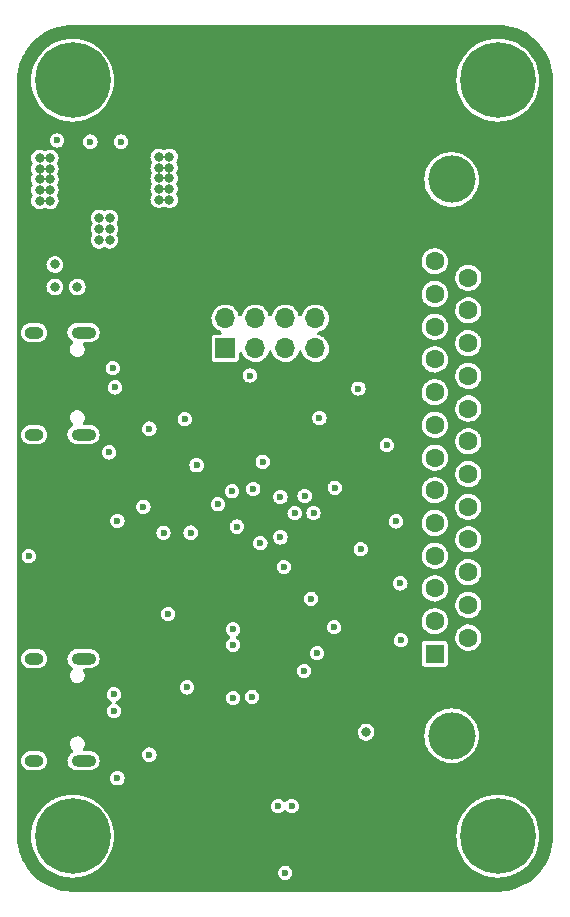
<source format=gbr>
%TF.GenerationSoftware,KiCad,Pcbnew,(6.0.9)*%
%TF.CreationDate,2022-12-20T19:16:25+10:00*%
%TF.ProjectId,OpenRetroPad,4f70656e-5265-4747-926f-5061642e6b69,rev?*%
%TF.SameCoordinates,Original*%
%TF.FileFunction,Copper,L3,Inr*%
%TF.FilePolarity,Positive*%
%FSLAX46Y46*%
G04 Gerber Fmt 4.6, Leading zero omitted, Abs format (unit mm)*
G04 Created by KiCad (PCBNEW (6.0.9)) date 2022-12-20 19:16:25*
%MOMM*%
%LPD*%
G01*
G04 APERTURE LIST*
%TA.AperFunction,ComponentPad*%
%ADD10C,4.000000*%
%TD*%
%TA.AperFunction,ComponentPad*%
%ADD11R,1.600000X1.600000*%
%TD*%
%TA.AperFunction,ComponentPad*%
%ADD12C,1.600000*%
%TD*%
%TA.AperFunction,ComponentPad*%
%ADD13C,0.800000*%
%TD*%
%TA.AperFunction,ComponentPad*%
%ADD14C,6.400000*%
%TD*%
%TA.AperFunction,ComponentPad*%
%ADD15O,1.600000X1.000000*%
%TD*%
%TA.AperFunction,ComponentPad*%
%ADD16O,2.100000X1.000000*%
%TD*%
%TA.AperFunction,ComponentPad*%
%ADD17R,1.700000X1.700000*%
%TD*%
%TA.AperFunction,ComponentPad*%
%ADD18O,1.700000X1.700000*%
%TD*%
%TA.AperFunction,ViaPad*%
%ADD19C,0.800000*%
%TD*%
%TA.AperFunction,ViaPad*%
%ADD20C,0.600000*%
%TD*%
G04 APERTURE END LIST*
D10*
%TO.N,GND*%
%TO.C,J4*%
X32089669Y-55500000D03*
X32089669Y-8400000D03*
D11*
%TO.N,/DB25/TX*%
X30669669Y-48570000D03*
D12*
%TO.N,/DB25/PD1*%
X30669669Y-45800000D03*
%TO.N,/DB25/PD0*%
X30669669Y-43030000D03*
%TO.N,/DB25/PD4*%
X30669669Y-40260000D03*
%TO.N,/DB25/PC6*%
X30669669Y-37490000D03*
%TO.N,/DB25/PD7*%
X30669669Y-34720000D03*
%TO.N,/DB25/CE*%
X30669669Y-31950000D03*
%TO.N,/DB25/PB4*%
X30669669Y-29180000D03*
%TO.N,/DB25/PB5*%
X30669669Y-26410000D03*
%TO.N,/DB25/PB6*%
X30669669Y-23640000D03*
%TO.N,/DB25/RX*%
X30669669Y-20870000D03*
%TO.N,unconnected-(J4-Pad12)*%
X30669669Y-18100000D03*
%TO.N,unconnected-(J4-Pad13)*%
X30669669Y-15330000D03*
%TO.N,/DB25/MISO*%
X33509669Y-47185000D03*
%TO.N,/DB25/SCK*%
X33509669Y-44415000D03*
%TO.N,/DB25/MOSI*%
X33509669Y-41645000D03*
%TO.N,unconnected-(J4-Pad17)*%
X33509669Y-38875000D03*
%TO.N,/DB25/PF7*%
X33509669Y-36105000D03*
%TO.N,/DB25/PF6*%
X33509669Y-33335000D03*
%TO.N,/DB25/PF5*%
X33509669Y-30565000D03*
%TO.N,/DB25/PF4*%
X33509669Y-27795000D03*
%TO.N,unconnected-(J4-Pad22)*%
X33509669Y-25025000D03*
%TO.N,/DB25/3V3F*%
X33509669Y-22255000D03*
%TO.N,/DB25/5VF*%
X33509669Y-19485000D03*
%TO.N,GND*%
X33509669Y-16715000D03*
%TD*%
D13*
%TO.N,unconnected-(H1-Pad1)*%
%TO.C,H1*%
X1697056Y1697056D03*
X-1697056Y1697056D03*
X1697056Y-1697056D03*
X0Y2400000D03*
X2400000Y0D03*
X-2400000Y0D03*
D14*
X0Y0D03*
D13*
X0Y-2400000D03*
X-1697056Y-1697056D03*
%TD*%
D15*
%TO.N,GND*%
%TO.C,J1*%
X-3250000Y-30000000D03*
D16*
X930000Y-30000000D03*
X930000Y-21360000D03*
D15*
X-3250000Y-21360000D03*
%TD*%
D13*
%TO.N,unconnected-(H4-Pad1)*%
%TO.C,H4*%
X36000000Y-66400000D03*
D14*
X36000000Y-64000000D03*
D13*
X37697056Y-62302944D03*
X38400000Y-64000000D03*
X33600000Y-64000000D03*
X34302944Y-65697056D03*
X34302944Y-62302944D03*
X36000000Y-61600000D03*
X37697056Y-65697056D03*
%TD*%
D15*
%TO.N,GND*%
%TO.C,J2*%
X-3250000Y-48980000D03*
D16*
X930000Y-57620000D03*
X930000Y-48980000D03*
D15*
X-3250000Y-57620000D03*
%TD*%
D13*
%TO.N,unconnected-(H3-Pad1)*%
%TO.C,H3*%
X34302944Y1697056D03*
X36000000Y2400000D03*
X33600000Y0D03*
X37697056Y1697056D03*
D14*
X36000000Y0D03*
D13*
X36000000Y-2400000D03*
X37697056Y-1697056D03*
X38400000Y0D03*
X34302944Y-1697056D03*
%TD*%
%TO.N,unconnected-(H2-Pad1)*%
%TO.C,H2*%
X2400000Y-64000000D03*
X-1697056Y-65697056D03*
X1697056Y-65697056D03*
X1697056Y-62302944D03*
X0Y-66400000D03*
X0Y-61600000D03*
X-2400000Y-64000000D03*
X-1697056Y-62302944D03*
D14*
X0Y-64000000D03*
%TD*%
D17*
%TO.N,GND*%
%TO.C,J3*%
X12920000Y-22700000D03*
D18*
%TO.N,+3V3*%
X12920000Y-20160000D03*
%TO.N,/DB25/CE*%
X15460000Y-22700000D03*
%TO.N,/DB25/CSN*%
X15460000Y-20160000D03*
%TO.N,/DB25/SCK*%
X18000000Y-22700000D03*
%TO.N,/DB25/MOSI*%
X18000000Y-20160000D03*
%TO.N,/DB25/MISO*%
X20540000Y-22700000D03*
%TO.N,/DB25/IRQ*%
X20540000Y-20160000D03*
%TD*%
D19*
%TO.N,GND*%
X24850000Y-55200000D03*
D20*
X20900000Y-28600000D03*
X6500000Y-57100000D03*
X9500000Y-28700000D03*
X4100000Y-5200000D03*
X13600000Y-52300000D03*
X-1300000Y-5100000D03*
D19*
X400000Y-17500000D03*
D20*
X26600000Y-30900000D03*
X9700000Y-51400000D03*
X27750000Y-42600000D03*
X13900000Y-37800000D03*
D19*
X-1500000Y-17500000D03*
D20*
X3800000Y-37300000D03*
X15000000Y-25000000D03*
D19*
X-1500000Y-15600000D03*
D20*
X20200000Y-43900000D03*
X6000000Y-36100000D03*
X18000000Y-67100000D03*
X1500000Y-5200000D03*
X-3700000Y-40300000D03*
X3500000Y-53400000D03*
X22150000Y-46300000D03*
X24200000Y-26100000D03*
X6500000Y-29500000D03*
X8088733Y-45194455D03*
X3600000Y-26000000D03*
D19*
%TO.N,+5V*%
X7300000Y-23150000D03*
D20*
X12300000Y-51900000D03*
X16100000Y-26100000D03*
D19*
X5400000Y-17500000D03*
D20*
X14400000Y-33500000D03*
D19*
X7300000Y-22150000D03*
D20*
X300000Y-36600000D03*
X23100000Y-25100000D03*
X4500000Y-42800000D03*
X19500000Y-55200000D03*
D19*
X7230000Y-20430000D03*
X6950000Y-49550000D03*
D20*
X8800000Y-34100000D03*
D19*
X7200000Y-15000000D03*
X7200000Y-16900000D03*
D20*
X26500000Y-43700000D03*
X27700000Y-32000000D03*
D19*
X6950000Y-48550000D03*
X19300000Y-13450000D03*
X6950000Y-50550000D03*
X7200000Y-18700000D03*
%TO.N,+3V3*%
X2250000Y-13550000D03*
X-1900000Y-10200000D03*
X8200000Y-7400000D03*
X8200000Y-9200000D03*
X7300000Y-6500000D03*
X-2800000Y-7500000D03*
X-1900000Y-8400000D03*
X7300000Y-9200000D03*
X8200000Y-6500000D03*
X7300000Y-7400000D03*
X-2800000Y-10200000D03*
X3150000Y-11650000D03*
X-1900000Y-7500000D03*
X-1900000Y-9300000D03*
X3150000Y-13550000D03*
X-2800000Y-9300000D03*
X-1900000Y-6600000D03*
X-2800000Y-6600000D03*
X7300000Y-8300000D03*
X2250000Y-12600000D03*
X8200000Y-8300000D03*
X-2800000Y-8400000D03*
X8200000Y-10100000D03*
X3150000Y-12600000D03*
X2250000Y-11650000D03*
X7300000Y-10100000D03*
D20*
%TO.N,/DB25/RST*%
X7700000Y-38300000D03*
X17400000Y-61450000D03*
X15200000Y-52200000D03*
X10000000Y-38300000D03*
%TO.N,/IO/RX_LED*%
X20700000Y-48500000D03*
X10500000Y-32600000D03*
%TO.N,/DB25/SCK*%
X13500000Y-34800000D03*
%TO.N,/DB25/MOSI*%
X15300000Y-34600000D03*
%TO.N,/DB25/MISO*%
X16100000Y-32300000D03*
X12300000Y-35900000D03*
%TO.N,/DB25/PD7*%
X20400000Y-36650000D03*
%TO.N,/DB25/RX*%
X17600000Y-35300000D03*
%TO.N,/DB25/PD1*%
X17600000Y-38700000D03*
%TO.N,/DB25/PB6*%
X22200000Y-34500000D03*
%TO.N,/DB25/TX*%
X13600000Y-47800000D03*
X19600000Y-50000000D03*
X13600000Y-46500000D03*
%TO.N,/DB25/PD0*%
X17900000Y-41200000D03*
X15900000Y-39200000D03*
%TO.N,/DB25/PD4*%
X18800000Y-36650000D03*
%TO.N,/DB25/PB5*%
X27400000Y-37350000D03*
X24400000Y-39706500D03*
%TO.N,/USB Data/CC1*%
X3100000Y-31500000D03*
X3400000Y-24376500D03*
%TO.N,/USB Program/CC1*%
X3800000Y-59100000D03*
X3500000Y-51996500D03*
%TO.N,/IO/SW_HWB*%
X27800000Y-47400000D03*
X18550000Y-61450000D03*
%TO.N,/DB25/CE*%
X19650000Y-35200000D03*
%TD*%
%TA.AperFunction,Conductor*%
%TO.N,+5V*%
G36*
X35986332Y4692400D02*
G01*
X36000000Y4689990D01*
X36013045Y4692290D01*
X36026289Y4692290D01*
X36026289Y4692276D01*
X36037972Y4693042D01*
X36155188Y4687924D01*
X36402564Y4677123D01*
X36415721Y4675972D01*
X36808677Y4624239D01*
X36821685Y4621945D01*
X37208619Y4536164D01*
X37221377Y4532746D01*
X37599386Y4413560D01*
X37611797Y4409042D01*
X37977957Y4257373D01*
X37989928Y4251791D01*
X38341489Y4068780D01*
X38352927Y4062176D01*
X38687190Y3849227D01*
X38698009Y3841652D01*
X39012451Y3600373D01*
X39022555Y3591895D01*
X39314789Y3324112D01*
X39324112Y3314789D01*
X39591895Y3022555D01*
X39600373Y3012451D01*
X39841652Y2698009D01*
X39849227Y2687190D01*
X40062176Y2352927D01*
X40068780Y2341489D01*
X40251791Y1989928D01*
X40257373Y1977957D01*
X40409042Y1611797D01*
X40413560Y1599386D01*
X40532746Y1221377D01*
X40536164Y1208619D01*
X40621945Y821685D01*
X40624239Y808677D01*
X40675972Y415721D01*
X40677123Y402564D01*
X40693042Y37974D01*
X40692276Y26289D01*
X40692290Y26289D01*
X40692290Y13045D01*
X40689990Y0D01*
X40692290Y-13044D01*
X40692400Y-13668D01*
X40694700Y-39958D01*
X40694700Y-63960042D01*
X40692400Y-63986332D01*
X40689990Y-64000000D01*
X40692290Y-64013045D01*
X40692290Y-64026289D01*
X40692276Y-64026289D01*
X40693042Y-64037974D01*
X40677123Y-64402564D01*
X40675972Y-64415721D01*
X40624239Y-64808677D01*
X40621945Y-64821685D01*
X40536164Y-65208619D01*
X40532746Y-65221377D01*
X40413560Y-65599386D01*
X40409042Y-65611797D01*
X40257373Y-65977957D01*
X40251791Y-65989928D01*
X40068780Y-66341489D01*
X40062176Y-66352927D01*
X39849227Y-66687190D01*
X39841652Y-66698009D01*
X39697765Y-66885527D01*
X39646894Y-66951824D01*
X39600373Y-67012451D01*
X39591895Y-67022555D01*
X39324112Y-67314789D01*
X39314789Y-67324112D01*
X39022555Y-67591895D01*
X39012453Y-67600371D01*
X38900961Y-67685922D01*
X38698009Y-67841652D01*
X38687190Y-67849227D01*
X38352927Y-68062176D01*
X38341489Y-68068780D01*
X37989928Y-68251791D01*
X37977957Y-68257373D01*
X37611797Y-68409042D01*
X37599386Y-68413560D01*
X37221377Y-68532746D01*
X37208619Y-68536164D01*
X36821685Y-68621945D01*
X36808677Y-68624239D01*
X36415721Y-68675972D01*
X36402564Y-68677123D01*
X36155188Y-68687924D01*
X36037972Y-68693042D01*
X36026289Y-68692276D01*
X36026289Y-68692290D01*
X36013045Y-68692290D01*
X36000000Y-68689990D01*
X35986956Y-68692290D01*
X35986332Y-68692400D01*
X35960042Y-68694700D01*
X39958Y-68694700D01*
X13668Y-68692400D01*
X13044Y-68692290D01*
X0Y-68689990D01*
X-13045Y-68692290D01*
X-26289Y-68692290D01*
X-26289Y-68692276D01*
X-37972Y-68693042D01*
X-155188Y-68687924D01*
X-402564Y-68677123D01*
X-415721Y-68675972D01*
X-808677Y-68624239D01*
X-821685Y-68621945D01*
X-1208619Y-68536164D01*
X-1221377Y-68532746D01*
X-1599386Y-68413560D01*
X-1611797Y-68409042D01*
X-1977957Y-68257373D01*
X-1989928Y-68251791D01*
X-2341489Y-68068780D01*
X-2352927Y-68062176D01*
X-2687190Y-67849227D01*
X-2698009Y-67841652D01*
X-2900961Y-67685922D01*
X-3012453Y-67600371D01*
X-3022555Y-67591895D01*
X-3314789Y-67324112D01*
X-3324112Y-67314789D01*
X-3591895Y-67022555D01*
X-3600373Y-67012451D01*
X-3646893Y-66951824D01*
X-3697765Y-66885527D01*
X-3841652Y-66698009D01*
X-3849227Y-66687190D01*
X-4062176Y-66352927D01*
X-4068780Y-66341489D01*
X-4251791Y-65989928D01*
X-4257373Y-65977957D01*
X-4409042Y-65611797D01*
X-4413560Y-65599386D01*
X-4532746Y-65221377D01*
X-4536164Y-65208619D01*
X-4621945Y-64821685D01*
X-4624239Y-64808677D01*
X-4675972Y-64415721D01*
X-4677123Y-64402564D01*
X-4693042Y-64037974D01*
X-4692276Y-64026289D01*
X-4692290Y-64026289D01*
X-4692290Y-64013045D01*
X-4689990Y-64000000D01*
X-3510110Y-64000000D01*
X-3490881Y-64366906D01*
X-3433406Y-64729793D01*
X-3338313Y-65084684D01*
X-3206645Y-65427690D01*
X-3204847Y-65431219D01*
X-3204846Y-65431221D01*
X-3115953Y-65605682D01*
X-3039844Y-65755055D01*
X-2839739Y-66063191D01*
X-2608520Y-66348722D01*
X-2348722Y-66608520D01*
X-2345647Y-66611010D01*
X-2345646Y-66611011D01*
X-2282366Y-66662254D01*
X-2063191Y-66839739D01*
X-1755055Y-67039844D01*
X-1751515Y-67041648D01*
X-1751511Y-67041650D01*
X-1431221Y-67204846D01*
X-1427690Y-67206645D01*
X-1423993Y-67208064D01*
X-1133292Y-67319654D01*
X-1084684Y-67338313D01*
X-907238Y-67385860D01*
X-733620Y-67432381D01*
X-733612Y-67432383D01*
X-729793Y-67433406D01*
X-725889Y-67434024D01*
X-725881Y-67434026D01*
X-505479Y-67468933D01*
X-366906Y-67490881D01*
X0Y-67510110D01*
X366906Y-67490881D01*
X505479Y-67468933D01*
X725881Y-67434026D01*
X725889Y-67434024D01*
X729793Y-67433406D01*
X733612Y-67432383D01*
X733620Y-67432381D01*
X907239Y-67385859D01*
X1084684Y-67338313D01*
X1133293Y-67319654D01*
X1423993Y-67208064D01*
X1427690Y-67206645D01*
X1431221Y-67204846D01*
X1636993Y-67100000D01*
X17389477Y-67100000D01*
X17410280Y-67258015D01*
X17414077Y-67267182D01*
X17414078Y-67267185D01*
X17435812Y-67319654D01*
X17471272Y-67405261D01*
X17568295Y-67531705D01*
X17694738Y-67628728D01*
X17703902Y-67632524D01*
X17703904Y-67632525D01*
X17832815Y-67685922D01*
X17832817Y-67685923D01*
X17841985Y-67689720D01*
X18000000Y-67710523D01*
X18158015Y-67689720D01*
X18167183Y-67685923D01*
X18167185Y-67685922D01*
X18296096Y-67632525D01*
X18296098Y-67632524D01*
X18305262Y-67628728D01*
X18431705Y-67531705D01*
X18528728Y-67405261D01*
X18564188Y-67319654D01*
X18585922Y-67267185D01*
X18585923Y-67267182D01*
X18589720Y-67258015D01*
X18610523Y-67100000D01*
X18589720Y-66941985D01*
X18546335Y-66837244D01*
X18532525Y-66803905D01*
X18532524Y-66803903D01*
X18528728Y-66794739D01*
X18431705Y-66668295D01*
X18305262Y-66571272D01*
X18296098Y-66567476D01*
X18296096Y-66567475D01*
X18167185Y-66514078D01*
X18167183Y-66514077D01*
X18158015Y-66510280D01*
X18000000Y-66489477D01*
X17841985Y-66510280D01*
X17832818Y-66514077D01*
X17832815Y-66514078D01*
X17703905Y-66567475D01*
X17703903Y-66567476D01*
X17694739Y-66571272D01*
X17568295Y-66668295D01*
X17471272Y-66794739D01*
X17467476Y-66803903D01*
X17467475Y-66803905D01*
X17453666Y-66837244D01*
X17410280Y-66941985D01*
X17389477Y-67100000D01*
X1636993Y-67100000D01*
X1751511Y-67041650D01*
X1751515Y-67041648D01*
X1755055Y-67039844D01*
X2063191Y-66839739D01*
X2282366Y-66662254D01*
X2345646Y-66611011D01*
X2345647Y-66611010D01*
X2348722Y-66608520D01*
X2608520Y-66348722D01*
X2839739Y-66063191D01*
X3039844Y-65755055D01*
X3115954Y-65605682D01*
X3204846Y-65431221D01*
X3204847Y-65431219D01*
X3206645Y-65427690D01*
X3338313Y-65084684D01*
X3433406Y-64729793D01*
X3490881Y-64366906D01*
X3510110Y-64000000D01*
X32489890Y-64000000D01*
X32509119Y-64366906D01*
X32566594Y-64729793D01*
X32661687Y-65084684D01*
X32793355Y-65427690D01*
X32795153Y-65431219D01*
X32795154Y-65431221D01*
X32884047Y-65605682D01*
X32960156Y-65755055D01*
X33160261Y-66063191D01*
X33391480Y-66348722D01*
X33651278Y-66608520D01*
X33654353Y-66611010D01*
X33654354Y-66611011D01*
X33717634Y-66662254D01*
X33936809Y-66839739D01*
X34244945Y-67039844D01*
X34248485Y-67041648D01*
X34248489Y-67041650D01*
X34568779Y-67204846D01*
X34572310Y-67206645D01*
X34576007Y-67208064D01*
X34866708Y-67319654D01*
X34915316Y-67338313D01*
X35092762Y-67385860D01*
X35266380Y-67432381D01*
X35266388Y-67432383D01*
X35270207Y-67433406D01*
X35274111Y-67434024D01*
X35274119Y-67434026D01*
X35494521Y-67468933D01*
X35633094Y-67490881D01*
X36000000Y-67510110D01*
X36366906Y-67490881D01*
X36505479Y-67468933D01*
X36725881Y-67434026D01*
X36725889Y-67434024D01*
X36729793Y-67433406D01*
X36733612Y-67432383D01*
X36733620Y-67432381D01*
X36907239Y-67385859D01*
X37084684Y-67338313D01*
X37133293Y-67319654D01*
X37423993Y-67208064D01*
X37427690Y-67206645D01*
X37431221Y-67204846D01*
X37751511Y-67041650D01*
X37751515Y-67041648D01*
X37755055Y-67039844D01*
X38063191Y-66839739D01*
X38282366Y-66662254D01*
X38345646Y-66611011D01*
X38345647Y-66611010D01*
X38348722Y-66608520D01*
X38608520Y-66348722D01*
X38839739Y-66063191D01*
X39039844Y-65755055D01*
X39115954Y-65605682D01*
X39204846Y-65431221D01*
X39204847Y-65431219D01*
X39206645Y-65427690D01*
X39338313Y-65084684D01*
X39433406Y-64729793D01*
X39490881Y-64366906D01*
X39510110Y-64000000D01*
X39490881Y-63633094D01*
X39433406Y-63270207D01*
X39338313Y-62915316D01*
X39206645Y-62572310D01*
X39039844Y-62244945D01*
X38839739Y-61936809D01*
X38692724Y-61755261D01*
X38611011Y-61654354D01*
X38611010Y-61654353D01*
X38608520Y-61651278D01*
X38348722Y-61391480D01*
X38063191Y-61160261D01*
X37755055Y-60960156D01*
X37690596Y-60927312D01*
X37431221Y-60795154D01*
X37431219Y-60795153D01*
X37427690Y-60793355D01*
X37084684Y-60661687D01*
X36907238Y-60614140D01*
X36733620Y-60567619D01*
X36733612Y-60567617D01*
X36729793Y-60566594D01*
X36725889Y-60565976D01*
X36725881Y-60565974D01*
X36505479Y-60531067D01*
X36366906Y-60509119D01*
X36000000Y-60489890D01*
X35633094Y-60509119D01*
X35494521Y-60531067D01*
X35274119Y-60565974D01*
X35274111Y-60565976D01*
X35270207Y-60566594D01*
X35266388Y-60567617D01*
X35266380Y-60567619D01*
X35092762Y-60614140D01*
X34915316Y-60661687D01*
X34572310Y-60793355D01*
X34568781Y-60795153D01*
X34568779Y-60795154D01*
X34309405Y-60927312D01*
X34244945Y-60960156D01*
X33936809Y-61160261D01*
X33651278Y-61391480D01*
X33391480Y-61651278D01*
X33388990Y-61654353D01*
X33388989Y-61654354D01*
X33307276Y-61755261D01*
X33160261Y-61936809D01*
X32960156Y-62244945D01*
X32793355Y-62572310D01*
X32661687Y-62915316D01*
X32566594Y-63270207D01*
X32509119Y-63633094D01*
X32489890Y-64000000D01*
X3510110Y-64000000D01*
X3490881Y-63633094D01*
X3433406Y-63270207D01*
X3338313Y-62915316D01*
X3206645Y-62572310D01*
X3039844Y-62244945D01*
X2839739Y-61936809D01*
X2692724Y-61755261D01*
X2611011Y-61654354D01*
X2611010Y-61654353D01*
X2608520Y-61651278D01*
X2407242Y-61450000D01*
X16789477Y-61450000D01*
X16810280Y-61608015D01*
X16871272Y-61755261D01*
X16968295Y-61881705D01*
X17094738Y-61978728D01*
X17103902Y-61982524D01*
X17103904Y-61982525D01*
X17232815Y-62035922D01*
X17232817Y-62035923D01*
X17241985Y-62039720D01*
X17400000Y-62060523D01*
X17558015Y-62039720D01*
X17567183Y-62035923D01*
X17567185Y-62035922D01*
X17696096Y-61982525D01*
X17696098Y-61982524D01*
X17705262Y-61978728D01*
X17831705Y-61881705D01*
X17854887Y-61851493D01*
X17917062Y-61803786D01*
X17994762Y-61793556D01*
X18067167Y-61823547D01*
X18095112Y-61851492D01*
X18118295Y-61881705D01*
X18244738Y-61978728D01*
X18253902Y-61982524D01*
X18253904Y-61982525D01*
X18382815Y-62035922D01*
X18382817Y-62035923D01*
X18391985Y-62039720D01*
X18550000Y-62060523D01*
X18708015Y-62039720D01*
X18717183Y-62035923D01*
X18717185Y-62035922D01*
X18846096Y-61982525D01*
X18846098Y-61982524D01*
X18855262Y-61978728D01*
X18981705Y-61881705D01*
X19078728Y-61755261D01*
X19139720Y-61608015D01*
X19160523Y-61450000D01*
X19139720Y-61291985D01*
X19085158Y-61160261D01*
X19082525Y-61153905D01*
X19082524Y-61153903D01*
X19078728Y-61144739D01*
X18981705Y-61018295D01*
X18855262Y-60921272D01*
X18846098Y-60917476D01*
X18846096Y-60917475D01*
X18717185Y-60864078D01*
X18717183Y-60864077D01*
X18708015Y-60860280D01*
X18550000Y-60839477D01*
X18391985Y-60860280D01*
X18382818Y-60864077D01*
X18382815Y-60864078D01*
X18253905Y-60917475D01*
X18253903Y-60917476D01*
X18244739Y-60921272D01*
X18118295Y-61018295D01*
X18095113Y-61048507D01*
X18032938Y-61096214D01*
X17955238Y-61106444D01*
X17882833Y-61076453D01*
X17854888Y-61048508D01*
X17831705Y-61018295D01*
X17705262Y-60921272D01*
X17696098Y-60917476D01*
X17696096Y-60917475D01*
X17567185Y-60864078D01*
X17567183Y-60864077D01*
X17558015Y-60860280D01*
X17400000Y-60839477D01*
X17241985Y-60860280D01*
X17232818Y-60864077D01*
X17232815Y-60864078D01*
X17103905Y-60917475D01*
X17103903Y-60917476D01*
X17094739Y-60921272D01*
X16968295Y-61018295D01*
X16871272Y-61144739D01*
X16867476Y-61153903D01*
X16867475Y-61153905D01*
X16864843Y-61160261D01*
X16810280Y-61291985D01*
X16789477Y-61450000D01*
X2407242Y-61450000D01*
X2348722Y-61391480D01*
X2063191Y-61160261D01*
X1755055Y-60960156D01*
X1690596Y-60927312D01*
X1431221Y-60795154D01*
X1431219Y-60795153D01*
X1427690Y-60793355D01*
X1084684Y-60661687D01*
X907238Y-60614140D01*
X733620Y-60567619D01*
X733612Y-60567617D01*
X729793Y-60566594D01*
X725889Y-60565976D01*
X725881Y-60565974D01*
X505479Y-60531067D01*
X366906Y-60509119D01*
X0Y-60489890D01*
X-366906Y-60509119D01*
X-505479Y-60531067D01*
X-725881Y-60565974D01*
X-725889Y-60565976D01*
X-729793Y-60566594D01*
X-733612Y-60567617D01*
X-733620Y-60567619D01*
X-907238Y-60614140D01*
X-1084684Y-60661687D01*
X-1427690Y-60793355D01*
X-1431219Y-60795153D01*
X-1431221Y-60795154D01*
X-1690595Y-60927312D01*
X-1755055Y-60960156D01*
X-2063191Y-61160261D01*
X-2348722Y-61391480D01*
X-2608520Y-61651278D01*
X-2611010Y-61654353D01*
X-2611011Y-61654354D01*
X-2692724Y-61755261D01*
X-2839739Y-61936809D01*
X-3039844Y-62244945D01*
X-3206645Y-62572310D01*
X-3338313Y-62915316D01*
X-3433406Y-63270207D01*
X-3490881Y-63633094D01*
X-3510110Y-64000000D01*
X-4689990Y-64000000D01*
X-4692400Y-63986332D01*
X-4694700Y-63960042D01*
X-4694700Y-59100000D01*
X3189477Y-59100000D01*
X3210280Y-59258015D01*
X3271272Y-59405261D01*
X3368295Y-59531705D01*
X3494738Y-59628728D01*
X3503902Y-59632524D01*
X3503904Y-59632525D01*
X3632815Y-59685922D01*
X3632817Y-59685923D01*
X3641985Y-59689720D01*
X3800000Y-59710523D01*
X3958015Y-59689720D01*
X3967183Y-59685923D01*
X3967185Y-59685922D01*
X4096096Y-59632525D01*
X4096098Y-59632524D01*
X4105262Y-59628728D01*
X4231705Y-59531705D01*
X4328728Y-59405261D01*
X4389720Y-59258015D01*
X4410523Y-59100000D01*
X4389720Y-58941985D01*
X4328728Y-58794739D01*
X4231705Y-58668295D01*
X4105262Y-58571272D01*
X4096098Y-58567476D01*
X4096096Y-58567475D01*
X3967185Y-58514078D01*
X3967183Y-58514077D01*
X3958015Y-58510280D01*
X3800000Y-58489477D01*
X3641985Y-58510280D01*
X3632818Y-58514077D01*
X3632815Y-58514078D01*
X3503905Y-58567475D01*
X3503903Y-58567476D01*
X3494739Y-58571272D01*
X3368295Y-58668295D01*
X3271272Y-58794739D01*
X3210280Y-58941985D01*
X3189477Y-59100000D01*
X-4694700Y-59100000D01*
X-4694700Y-57614342D01*
X-4360376Y-57614342D01*
X-4359492Y-57622753D01*
X-4359492Y-57622755D01*
X-4353534Y-57679440D01*
X-4341491Y-57794021D01*
X-4283268Y-57965050D01*
X-4188601Y-58118930D01*
X-4062194Y-58248012D01*
X-3910331Y-58345881D01*
X-3851031Y-58367464D01*
X-3748513Y-58404778D01*
X-3748510Y-58404779D01*
X-3740558Y-58407673D01*
X-3648382Y-58419318D01*
X-3605747Y-58424704D01*
X-3605745Y-58424704D01*
X-3601028Y-58425300D01*
X-2904568Y-58425300D01*
X-2770458Y-58410257D01*
X-2599839Y-58350841D01*
X-2592671Y-58346362D01*
X-2592667Y-58346360D01*
X-2453797Y-58259584D01*
X-2446624Y-58255102D01*
X-2433395Y-58241965D01*
X-2324432Y-58133760D01*
X-2324429Y-58133756D01*
X-2318428Y-58127797D01*
X-2221621Y-57975254D01*
X-2217987Y-57965050D01*
X-2163854Y-57813025D01*
X-2161016Y-57805055D01*
X-2139624Y-57625658D01*
X-2140813Y-57614342D01*
X-430376Y-57614342D01*
X-429492Y-57622753D01*
X-429492Y-57622755D01*
X-423534Y-57679440D01*
X-411491Y-57794021D01*
X-353268Y-57965050D01*
X-258601Y-58118930D01*
X-132194Y-58248012D01*
X19669Y-58345881D01*
X78969Y-58367464D01*
X181487Y-58404778D01*
X181490Y-58404779D01*
X189442Y-58407673D01*
X281618Y-58419318D01*
X324253Y-58424704D01*
X324255Y-58424704D01*
X328972Y-58425300D01*
X1525432Y-58425300D01*
X1659542Y-58410257D01*
X1830161Y-58350841D01*
X1837329Y-58346362D01*
X1837333Y-58346360D01*
X1976203Y-58259584D01*
X1983376Y-58255102D01*
X1996605Y-58241965D01*
X2105568Y-58133760D01*
X2105571Y-58133756D01*
X2111572Y-58127797D01*
X2208379Y-57975254D01*
X2212013Y-57965050D01*
X2266146Y-57813025D01*
X2268984Y-57805055D01*
X2290376Y-57625658D01*
X2271491Y-57445979D01*
X2260309Y-57413132D01*
X2215996Y-57282962D01*
X2215994Y-57282958D01*
X2213268Y-57274950D01*
X2118601Y-57121070D01*
X2097968Y-57100000D01*
X5889477Y-57100000D01*
X5890772Y-57109837D01*
X5891455Y-57115023D01*
X5910280Y-57258015D01*
X5914077Y-57267182D01*
X5914078Y-57267185D01*
X5939921Y-57329574D01*
X5971272Y-57405261D01*
X6068295Y-57531705D01*
X6194738Y-57628728D01*
X6203902Y-57632524D01*
X6203904Y-57632525D01*
X6332815Y-57685922D01*
X6332817Y-57685923D01*
X6341985Y-57689720D01*
X6500000Y-57710523D01*
X6658015Y-57689720D01*
X6667183Y-57685923D01*
X6667185Y-57685922D01*
X6796096Y-57632525D01*
X6796098Y-57632524D01*
X6805262Y-57628728D01*
X6931705Y-57531705D01*
X7028728Y-57405261D01*
X7060079Y-57329574D01*
X7085922Y-57267185D01*
X7085923Y-57267182D01*
X7089720Y-57258015D01*
X7108545Y-57115023D01*
X7109228Y-57109837D01*
X7110523Y-57100000D01*
X7089720Y-56941985D01*
X7080852Y-56920574D01*
X7032525Y-56803905D01*
X7032524Y-56803903D01*
X7028728Y-56794739D01*
X6931705Y-56668295D01*
X6805262Y-56571272D01*
X6796098Y-56567476D01*
X6796096Y-56567475D01*
X6667185Y-56514078D01*
X6667183Y-56514077D01*
X6658015Y-56510280D01*
X6500000Y-56489477D01*
X6341985Y-56510280D01*
X6332818Y-56514077D01*
X6332815Y-56514078D01*
X6203905Y-56567475D01*
X6203903Y-56567476D01*
X6194739Y-56571272D01*
X6068295Y-56668295D01*
X5971272Y-56794739D01*
X5967476Y-56803903D01*
X5967475Y-56803905D01*
X5919149Y-56920574D01*
X5910280Y-56941985D01*
X5889477Y-57100000D01*
X2097968Y-57100000D01*
X1992194Y-56991988D01*
X1840331Y-56894119D01*
X1781031Y-56872536D01*
X1678513Y-56835222D01*
X1678510Y-56835221D01*
X1670558Y-56832327D01*
X1578382Y-56820682D01*
X1535747Y-56815296D01*
X1535745Y-56815296D01*
X1531028Y-56814700D01*
X1022972Y-56814700D01*
X947272Y-56794416D01*
X891856Y-56739000D01*
X871572Y-56663300D01*
X891856Y-56587600D01*
X906316Y-56566795D01*
X930338Y-56537757D01*
X930341Y-56537752D01*
X936410Y-56530416D01*
X1004216Y-56386322D01*
X1020772Y-56299533D01*
X1032271Y-56239249D01*
X1032271Y-56239248D01*
X1034056Y-56229891D01*
X1024057Y-56070955D01*
X974846Y-55919498D01*
X899993Y-55801548D01*
X894619Y-55793080D01*
X894617Y-55793078D01*
X889515Y-55785038D01*
X876683Y-55772988D01*
X780371Y-55682544D01*
X780367Y-55682541D01*
X773426Y-55676023D01*
X765079Y-55671434D01*
X765076Y-55671432D01*
X642217Y-55603891D01*
X642216Y-55603891D01*
X633873Y-55599304D01*
X479625Y-55559700D01*
X360341Y-55559700D01*
X355626Y-55560296D01*
X355620Y-55560296D01*
X261237Y-55572219D01*
X242005Y-55574649D01*
X93937Y-55633274D01*
X86235Y-55638870D01*
X86231Y-55638872D01*
X28375Y-55680907D01*
X-34900Y-55726879D01*
X-136410Y-55849584D01*
X-204216Y-55993678D01*
X-206001Y-56003036D01*
X-206002Y-56003039D01*
X-223178Y-56093082D01*
X-234056Y-56150109D01*
X-224057Y-56309045D01*
X-174846Y-56460502D01*
X-169742Y-56468544D01*
X-107390Y-56566795D01*
X-89515Y-56594962D01*
X-82575Y-56601479D01*
X-82571Y-56601484D01*
X2972Y-56681814D01*
X44270Y-56748421D01*
X46732Y-56826752D01*
X9698Y-56895820D01*
X-20438Y-56920574D01*
X-116196Y-56980411D01*
X-116199Y-56980413D01*
X-123376Y-56984898D01*
X-129378Y-56990858D01*
X-129379Y-56990859D01*
X-245568Y-57106240D01*
X-245571Y-57106244D01*
X-251572Y-57112203D01*
X-348379Y-57264746D01*
X-351217Y-57272716D01*
X-351218Y-57272718D01*
X-373608Y-57335598D01*
X-408984Y-57434945D01*
X-430376Y-57614342D01*
X-2140813Y-57614342D01*
X-2158509Y-57445979D01*
X-2169691Y-57413132D01*
X-2214004Y-57282962D01*
X-2214006Y-57282958D01*
X-2216732Y-57274950D01*
X-2311399Y-57121070D01*
X-2437806Y-56991988D01*
X-2589669Y-56894119D01*
X-2648969Y-56872536D01*
X-2751487Y-56835222D01*
X-2751490Y-56835221D01*
X-2759442Y-56832327D01*
X-2851618Y-56820682D01*
X-2894253Y-56815296D01*
X-2894255Y-56815296D01*
X-2898972Y-56814700D01*
X-3595432Y-56814700D01*
X-3729542Y-56829743D01*
X-3900161Y-56889159D01*
X-3907329Y-56893638D01*
X-3907333Y-56893640D01*
X-3984701Y-56941985D01*
X-4053376Y-56984898D01*
X-4059378Y-56990858D01*
X-4059379Y-56990859D01*
X-4175568Y-57106240D01*
X-4175571Y-57106244D01*
X-4181572Y-57112203D01*
X-4278379Y-57264746D01*
X-4281217Y-57272716D01*
X-4281218Y-57272718D01*
X-4303608Y-57335598D01*
X-4338984Y-57434945D01*
X-4360376Y-57614342D01*
X-4694700Y-57614342D01*
X-4694700Y-55192560D01*
X24139559Y-55192560D01*
X24158292Y-55362239D01*
X24216958Y-55522551D01*
X24222047Y-55530125D01*
X24222049Y-55530128D01*
X24271616Y-55603891D01*
X24312170Y-55664242D01*
X24318915Y-55670379D01*
X24318918Y-55670383D01*
X24431679Y-55772988D01*
X24431683Y-55772991D01*
X24438432Y-55779132D01*
X24446452Y-55783486D01*
X24446454Y-55783488D01*
X24554677Y-55842248D01*
X24588455Y-55860588D01*
X24597281Y-55862904D01*
X24597285Y-55862905D01*
X24744748Y-55901591D01*
X24744750Y-55901591D01*
X24753577Y-55903907D01*
X24834213Y-55905174D01*
X24915135Y-55906445D01*
X24915138Y-55906445D01*
X24924265Y-55906588D01*
X24933163Y-55904550D01*
X24933164Y-55904550D01*
X24973405Y-55895334D01*
X25090667Y-55868477D01*
X25098822Y-55864375D01*
X25098826Y-55864374D01*
X25224693Y-55801069D01*
X25243174Y-55791774D01*
X25372982Y-55680907D01*
X25378308Y-55673496D01*
X25378310Y-55673493D01*
X25467272Y-55549688D01*
X25472598Y-55542276D01*
X25489593Y-55500000D01*
X29779423Y-55500000D01*
X29799187Y-55801548D01*
X29800153Y-55806406D01*
X29800154Y-55806411D01*
X29819087Y-55901591D01*
X29858143Y-56097936D01*
X29955280Y-56384093D01*
X30088937Y-56655123D01*
X30091689Y-56659242D01*
X30091691Y-56659245D01*
X30097738Y-56668295D01*
X30256828Y-56906389D01*
X30260091Y-56910110D01*
X30260095Y-56910115D01*
X30432092Y-57106240D01*
X30456078Y-57133591D01*
X30459801Y-57136856D01*
X30679554Y-57329574D01*
X30679559Y-57329578D01*
X30683280Y-57332841D01*
X30934546Y-57500732D01*
X31205576Y-57634389D01*
X31210271Y-57635983D01*
X31210274Y-57635984D01*
X31334796Y-57678253D01*
X31491733Y-57731526D01*
X31675030Y-57767986D01*
X31783258Y-57789515D01*
X31783263Y-57789516D01*
X31788121Y-57790482D01*
X32089669Y-57810246D01*
X32391217Y-57790482D01*
X32396075Y-57789516D01*
X32396080Y-57789515D01*
X32504308Y-57767986D01*
X32687605Y-57731526D01*
X32844542Y-57678253D01*
X32969064Y-57635984D01*
X32969067Y-57635983D01*
X32973762Y-57634389D01*
X33244792Y-57500732D01*
X33496058Y-57332841D01*
X33499779Y-57329578D01*
X33499784Y-57329574D01*
X33719537Y-57136856D01*
X33723260Y-57133591D01*
X33747246Y-57106240D01*
X33919243Y-56910115D01*
X33919247Y-56910110D01*
X33922510Y-56906389D01*
X34081600Y-56668295D01*
X34087647Y-56659245D01*
X34087649Y-56659242D01*
X34090401Y-56655123D01*
X34224058Y-56384093D01*
X34321195Y-56097936D01*
X34360251Y-55901591D01*
X34379184Y-55806411D01*
X34379185Y-55806406D01*
X34380151Y-55801548D01*
X34399915Y-55500000D01*
X34380151Y-55198452D01*
X34321195Y-54902064D01*
X34258916Y-54718596D01*
X34225653Y-54620605D01*
X34225652Y-54620602D01*
X34224058Y-54615907D01*
X34090401Y-54344877D01*
X33922510Y-54093611D01*
X33919247Y-54089890D01*
X33919243Y-54089885D01*
X33726525Y-53870132D01*
X33723260Y-53866409D01*
X33674710Y-53823832D01*
X33499784Y-53670426D01*
X33499779Y-53670422D01*
X33496058Y-53667159D01*
X33244792Y-53499268D01*
X32973762Y-53365611D01*
X32969067Y-53364017D01*
X32969064Y-53364016D01*
X32844542Y-53321747D01*
X32687605Y-53268474D01*
X32504308Y-53232014D01*
X32396080Y-53210485D01*
X32396075Y-53210484D01*
X32391217Y-53209518D01*
X32089669Y-53189754D01*
X31788121Y-53209518D01*
X31783263Y-53210484D01*
X31783258Y-53210485D01*
X31675030Y-53232014D01*
X31491733Y-53268474D01*
X31334796Y-53321747D01*
X31210274Y-53364016D01*
X31210271Y-53364017D01*
X31205576Y-53365611D01*
X30934546Y-53499268D01*
X30683280Y-53667159D01*
X30679559Y-53670422D01*
X30679554Y-53670426D01*
X30504628Y-53823832D01*
X30456078Y-53866409D01*
X30452813Y-53870132D01*
X30260095Y-54089885D01*
X30260091Y-54089890D01*
X30256828Y-54093611D01*
X30088937Y-54344877D01*
X29955280Y-54615907D01*
X29953686Y-54620602D01*
X29953685Y-54620605D01*
X29920422Y-54718596D01*
X29858143Y-54902064D01*
X29799187Y-55198452D01*
X29779423Y-55500000D01*
X25489593Y-55500000D01*
X25536271Y-55383886D01*
X25560324Y-55214879D01*
X25560480Y-55200000D01*
X25539971Y-55030527D01*
X25479630Y-54870837D01*
X25382939Y-54730151D01*
X25255481Y-54616590D01*
X25247417Y-54612320D01*
X25247415Y-54612319D01*
X25112682Y-54540982D01*
X25112680Y-54540981D01*
X25104613Y-54536710D01*
X24939047Y-54495122D01*
X24929920Y-54495074D01*
X24929918Y-54495074D01*
X24852870Y-54494671D01*
X24768339Y-54494229D01*
X24759464Y-54496360D01*
X24759461Y-54496360D01*
X24654766Y-54521495D01*
X24602347Y-54534080D01*
X24450651Y-54612376D01*
X24391008Y-54664406D01*
X24328887Y-54718596D01*
X24328883Y-54718600D01*
X24322010Y-54724596D01*
X24223852Y-54864262D01*
X24161841Y-55023311D01*
X24139559Y-55192560D01*
X-4694700Y-55192560D01*
X-4694700Y-53400000D01*
X2889477Y-53400000D01*
X2910280Y-53558015D01*
X2914077Y-53567182D01*
X2914078Y-53567185D01*
X2967475Y-53696095D01*
X2971272Y-53705261D01*
X3068295Y-53831705D01*
X3194738Y-53928728D01*
X3203902Y-53932524D01*
X3203904Y-53932525D01*
X3332815Y-53985922D01*
X3332817Y-53985923D01*
X3341985Y-53989720D01*
X3500000Y-54010523D01*
X3658015Y-53989720D01*
X3667183Y-53985923D01*
X3667185Y-53985922D01*
X3796096Y-53932525D01*
X3796098Y-53932524D01*
X3805262Y-53928728D01*
X3931705Y-53831705D01*
X4028728Y-53705261D01*
X4032525Y-53696095D01*
X4085922Y-53567185D01*
X4085923Y-53567182D01*
X4089720Y-53558015D01*
X4110523Y-53400000D01*
X4089720Y-53241985D01*
X4076138Y-53209194D01*
X4032525Y-53103905D01*
X4032524Y-53103903D01*
X4028728Y-53094739D01*
X3931705Y-52968295D01*
X3805262Y-52871272D01*
X3796093Y-52867474D01*
X3725239Y-52838125D01*
X3663063Y-52790417D01*
X3633072Y-52718012D01*
X3643302Y-52640312D01*
X3691010Y-52578136D01*
X3725239Y-52558375D01*
X3796093Y-52529026D01*
X3805262Y-52525228D01*
X3931705Y-52428205D01*
X4028728Y-52301761D01*
X4029457Y-52300000D01*
X12989477Y-52300000D01*
X13010280Y-52458015D01*
X13071272Y-52605261D01*
X13168295Y-52731705D01*
X13294738Y-52828728D01*
X13303902Y-52832524D01*
X13303904Y-52832525D01*
X13432815Y-52885922D01*
X13432817Y-52885923D01*
X13441985Y-52889720D01*
X13600000Y-52910523D01*
X13758015Y-52889720D01*
X13767183Y-52885923D01*
X13767185Y-52885922D01*
X13896096Y-52832525D01*
X13896098Y-52832524D01*
X13905262Y-52828728D01*
X14031705Y-52731705D01*
X14128728Y-52605261D01*
X14189720Y-52458015D01*
X14210523Y-52300000D01*
X14197358Y-52200000D01*
X14589477Y-52200000D01*
X14610280Y-52358015D01*
X14614077Y-52367182D01*
X14614078Y-52367185D01*
X14647626Y-52448176D01*
X14671272Y-52505261D01*
X14768295Y-52631705D01*
X14894738Y-52728728D01*
X14903902Y-52732524D01*
X14903904Y-52732525D01*
X15032815Y-52785922D01*
X15032817Y-52785923D01*
X15041985Y-52789720D01*
X15200000Y-52810523D01*
X15358015Y-52789720D01*
X15367183Y-52785923D01*
X15367185Y-52785922D01*
X15496096Y-52732525D01*
X15496098Y-52732524D01*
X15505262Y-52728728D01*
X15631705Y-52631705D01*
X15728728Y-52505261D01*
X15752374Y-52448176D01*
X15785922Y-52367185D01*
X15785923Y-52367182D01*
X15789720Y-52358015D01*
X15810523Y-52200000D01*
X15789720Y-52041985D01*
X15776152Y-52009228D01*
X15732525Y-51903905D01*
X15732524Y-51903903D01*
X15728728Y-51894739D01*
X15631705Y-51768295D01*
X15505262Y-51671272D01*
X15496098Y-51667476D01*
X15496096Y-51667475D01*
X15367185Y-51614078D01*
X15367183Y-51614077D01*
X15358015Y-51610280D01*
X15200000Y-51589477D01*
X15041985Y-51610280D01*
X15032818Y-51614077D01*
X15032815Y-51614078D01*
X14903905Y-51667475D01*
X14903903Y-51667476D01*
X14894739Y-51671272D01*
X14768295Y-51768295D01*
X14671272Y-51894739D01*
X14667476Y-51903903D01*
X14667475Y-51903905D01*
X14623849Y-52009228D01*
X14610280Y-52041985D01*
X14589477Y-52200000D01*
X14197358Y-52200000D01*
X14189720Y-52141985D01*
X14128728Y-51994739D01*
X14031705Y-51868295D01*
X13905262Y-51771272D01*
X13896098Y-51767476D01*
X13896096Y-51767475D01*
X13767185Y-51714078D01*
X13767183Y-51714077D01*
X13758015Y-51710280D01*
X13600000Y-51689477D01*
X13441985Y-51710280D01*
X13432818Y-51714077D01*
X13432815Y-51714078D01*
X13303905Y-51767475D01*
X13303903Y-51767476D01*
X13294739Y-51771272D01*
X13168295Y-51868295D01*
X13071272Y-51994739D01*
X13010280Y-52141985D01*
X12989477Y-52300000D01*
X4029457Y-52300000D01*
X4066805Y-52209837D01*
X4085922Y-52163685D01*
X4085923Y-52163682D01*
X4089720Y-52154515D01*
X4110523Y-51996500D01*
X4089720Y-51838485D01*
X4083651Y-51823832D01*
X4032525Y-51700405D01*
X4032524Y-51700403D01*
X4028728Y-51691239D01*
X3931705Y-51564795D01*
X3805262Y-51467772D01*
X3796098Y-51463976D01*
X3796096Y-51463975D01*
X3667185Y-51410578D01*
X3667183Y-51410577D01*
X3658015Y-51406780D01*
X3606516Y-51400000D01*
X9089477Y-51400000D01*
X9110280Y-51558015D01*
X9114077Y-51567182D01*
X9114078Y-51567185D01*
X9164734Y-51689477D01*
X9171272Y-51705261D01*
X9268295Y-51831705D01*
X9394738Y-51928728D01*
X9403902Y-51932524D01*
X9403904Y-51932525D01*
X9532815Y-51985922D01*
X9532817Y-51985923D01*
X9541985Y-51989720D01*
X9700000Y-52010523D01*
X9858015Y-51989720D01*
X9867183Y-51985923D01*
X9867185Y-51985922D01*
X9996096Y-51932525D01*
X9996098Y-51932524D01*
X10005262Y-51928728D01*
X10131705Y-51831705D01*
X10228728Y-51705261D01*
X10235266Y-51689477D01*
X10285922Y-51567185D01*
X10285923Y-51567182D01*
X10289720Y-51558015D01*
X10310523Y-51400000D01*
X10289720Y-51241985D01*
X10228728Y-51094739D01*
X10131705Y-50968295D01*
X10005262Y-50871272D01*
X9996098Y-50867476D01*
X9996096Y-50867475D01*
X9867185Y-50814078D01*
X9867183Y-50814077D01*
X9858015Y-50810280D01*
X9700000Y-50789477D01*
X9541985Y-50810280D01*
X9532818Y-50814077D01*
X9532815Y-50814078D01*
X9403905Y-50867475D01*
X9403903Y-50867476D01*
X9394739Y-50871272D01*
X9268295Y-50968295D01*
X9171272Y-51094739D01*
X9110280Y-51241985D01*
X9089477Y-51400000D01*
X3606516Y-51400000D01*
X3500000Y-51385977D01*
X3341985Y-51406780D01*
X3332818Y-51410577D01*
X3332815Y-51410578D01*
X3203905Y-51463975D01*
X3203903Y-51463976D01*
X3194739Y-51467772D01*
X3068295Y-51564795D01*
X2971272Y-51691239D01*
X2967476Y-51700403D01*
X2967475Y-51700405D01*
X2916350Y-51823832D01*
X2910280Y-51838485D01*
X2889477Y-51996500D01*
X2910280Y-52154515D01*
X2914077Y-52163682D01*
X2914078Y-52163685D01*
X2933195Y-52209837D01*
X2971272Y-52301761D01*
X3068295Y-52428205D01*
X3194738Y-52525228D01*
X3203907Y-52529026D01*
X3274761Y-52558375D01*
X3336937Y-52606083D01*
X3366928Y-52678488D01*
X3356698Y-52756188D01*
X3308990Y-52818364D01*
X3274762Y-52838125D01*
X3203905Y-52867475D01*
X3203903Y-52867476D01*
X3194739Y-52871272D01*
X3068295Y-52968295D01*
X2971272Y-53094739D01*
X2967476Y-53103903D01*
X2967475Y-53103905D01*
X2923863Y-53209194D01*
X2910280Y-53241985D01*
X2889477Y-53400000D01*
X-4694700Y-53400000D01*
X-4694700Y-48974342D01*
X-4360376Y-48974342D01*
X-4341491Y-49154021D01*
X-4283268Y-49325050D01*
X-4188601Y-49478930D01*
X-4062194Y-49608012D01*
X-3910331Y-49705881D01*
X-3851031Y-49727464D01*
X-3748513Y-49764778D01*
X-3748510Y-49764779D01*
X-3740558Y-49767673D01*
X-3648382Y-49779318D01*
X-3605747Y-49784704D01*
X-3605745Y-49784704D01*
X-3601028Y-49785300D01*
X-2904568Y-49785300D01*
X-2770458Y-49770257D01*
X-2599839Y-49710841D01*
X-2592671Y-49706362D01*
X-2592667Y-49706360D01*
X-2453797Y-49619584D01*
X-2446624Y-49615102D01*
X-2433395Y-49601965D01*
X-2324432Y-49493760D01*
X-2324429Y-49493756D01*
X-2318428Y-49487797D01*
X-2221621Y-49335254D01*
X-2217987Y-49325050D01*
X-2163854Y-49173025D01*
X-2161016Y-49165055D01*
X-2139624Y-48985658D01*
X-2140813Y-48974342D01*
X-430376Y-48974342D01*
X-411491Y-49154021D01*
X-353268Y-49325050D01*
X-258601Y-49478930D01*
X-132194Y-49608012D01*
X-104338Y-49625964D01*
X-19327Y-49680750D01*
X33316Y-49738808D01*
X49877Y-49815408D01*
X25920Y-49890027D01*
X-12352Y-49930497D01*
X-34900Y-49946879D01*
X-136410Y-50069584D01*
X-204216Y-50213678D01*
X-206001Y-50223036D01*
X-206002Y-50223039D01*
X-232271Y-50360751D01*
X-234056Y-50370109D01*
X-224057Y-50529045D01*
X-174846Y-50680502D01*
X-169742Y-50688544D01*
X-104866Y-50790772D01*
X-89515Y-50814962D01*
X-82574Y-50821480D01*
X19629Y-50917456D01*
X19633Y-50917459D01*
X26574Y-50923977D01*
X34921Y-50928566D01*
X34924Y-50928568D01*
X121510Y-50976168D01*
X166127Y-51000696D01*
X320375Y-51040300D01*
X439659Y-51040300D01*
X444374Y-51039704D01*
X444380Y-51039704D01*
X548543Y-51026545D01*
X557995Y-51025351D01*
X706063Y-50966726D01*
X713765Y-50961130D01*
X713769Y-50961128D01*
X827192Y-50878721D01*
X834900Y-50873121D01*
X936410Y-50750416D01*
X1004216Y-50606322D01*
X1008108Y-50585922D01*
X1032271Y-50459249D01*
X1032271Y-50459248D01*
X1034056Y-50449891D01*
X1024057Y-50290955D01*
X983842Y-50167185D01*
X977789Y-50148555D01*
X977788Y-50148553D01*
X974846Y-50139498D01*
X897629Y-50017823D01*
X892044Y-50000000D01*
X18989477Y-50000000D01*
X19010280Y-50158015D01*
X19014077Y-50167182D01*
X19014078Y-50167185D01*
X19037214Y-50223039D01*
X19071272Y-50305261D01*
X19168295Y-50431705D01*
X19294738Y-50528728D01*
X19303902Y-50532524D01*
X19303904Y-50532525D01*
X19432815Y-50585922D01*
X19432817Y-50585923D01*
X19441985Y-50589720D01*
X19600000Y-50610523D01*
X19758015Y-50589720D01*
X19767183Y-50585923D01*
X19767185Y-50585922D01*
X19896096Y-50532525D01*
X19896098Y-50532524D01*
X19905262Y-50528728D01*
X20031705Y-50431705D01*
X20128728Y-50305261D01*
X20162786Y-50223039D01*
X20185922Y-50167185D01*
X20185923Y-50167182D01*
X20189720Y-50158015D01*
X20210523Y-50000000D01*
X20189720Y-49841985D01*
X20178712Y-49815408D01*
X20132525Y-49703905D01*
X20132524Y-49703903D01*
X20128728Y-49694739D01*
X20031705Y-49568295D01*
X19905262Y-49471272D01*
X19896098Y-49467476D01*
X19896096Y-49467475D01*
X19770275Y-49415358D01*
X29564369Y-49415358D01*
X29567536Y-49441978D01*
X29587888Y-49487797D01*
X29608030Y-49533144D01*
X29608032Y-49533146D01*
X29613705Y-49545919D01*
X29623596Y-49555793D01*
X29623597Y-49555794D01*
X29636120Y-49568295D01*
X29694197Y-49626270D01*
X29798218Y-49672258D01*
X29809525Y-49673576D01*
X29809528Y-49673577D01*
X29815761Y-49674303D01*
X29824311Y-49675300D01*
X31515027Y-49675300D01*
X31529510Y-49673577D01*
X31530368Y-49673475D01*
X31530369Y-49673475D01*
X31541647Y-49672133D01*
X31589793Y-49650747D01*
X31632813Y-49631639D01*
X31632815Y-49631637D01*
X31645588Y-49625964D01*
X31725939Y-49545472D01*
X31771927Y-49441451D01*
X31774969Y-49415358D01*
X31774969Y-47724642D01*
X31771802Y-47698022D01*
X31742838Y-47632815D01*
X31731308Y-47606856D01*
X31731306Y-47606854D01*
X31725633Y-47594081D01*
X31693339Y-47561843D01*
X31685305Y-47553824D01*
X31645141Y-47513730D01*
X31541120Y-47467742D01*
X31529813Y-47466424D01*
X31529810Y-47466423D01*
X31523577Y-47465697D01*
X31515027Y-47464700D01*
X29824311Y-47464700D01*
X29811958Y-47466170D01*
X29808970Y-47466525D01*
X29808969Y-47466525D01*
X29797691Y-47467867D01*
X29754914Y-47486868D01*
X29706525Y-47508361D01*
X29706523Y-47508363D01*
X29693750Y-47514036D01*
X29613399Y-47594528D01*
X29567411Y-47698549D01*
X29564369Y-47724642D01*
X29564369Y-49415358D01*
X19770275Y-49415358D01*
X19767185Y-49414078D01*
X19767183Y-49414077D01*
X19758015Y-49410280D01*
X19600000Y-49389477D01*
X19441985Y-49410280D01*
X19432818Y-49414077D01*
X19432815Y-49414078D01*
X19303905Y-49467475D01*
X19303903Y-49467476D01*
X19294739Y-49471272D01*
X19168295Y-49568295D01*
X19071272Y-49694739D01*
X19067476Y-49703903D01*
X19067475Y-49703905D01*
X19021289Y-49815408D01*
X19010280Y-49841985D01*
X18989477Y-50000000D01*
X892044Y-50000000D01*
X874193Y-49943040D01*
X891289Y-49866557D01*
X944336Y-49808869D01*
X1025460Y-49785300D01*
X1525432Y-49785300D01*
X1659542Y-49770257D01*
X1830161Y-49710841D01*
X1837329Y-49706362D01*
X1837333Y-49706360D01*
X1976203Y-49619584D01*
X1983376Y-49615102D01*
X1996605Y-49601965D01*
X2105568Y-49493760D01*
X2105571Y-49493756D01*
X2111572Y-49487797D01*
X2208379Y-49335254D01*
X2212013Y-49325050D01*
X2266146Y-49173025D01*
X2268984Y-49165055D01*
X2290376Y-48985658D01*
X2271491Y-48805979D01*
X2221120Y-48658015D01*
X2215996Y-48642962D01*
X2215994Y-48642958D01*
X2213268Y-48634950D01*
X2130247Y-48500000D01*
X20089477Y-48500000D01*
X20110280Y-48658015D01*
X20114077Y-48667182D01*
X20114078Y-48667185D01*
X20166999Y-48794945D01*
X20171272Y-48805261D01*
X20268295Y-48931705D01*
X20394738Y-49028728D01*
X20403902Y-49032524D01*
X20403904Y-49032525D01*
X20532815Y-49085922D01*
X20532817Y-49085923D01*
X20541985Y-49089720D01*
X20700000Y-49110523D01*
X20858015Y-49089720D01*
X20867183Y-49085923D01*
X20867185Y-49085922D01*
X20996096Y-49032525D01*
X20996098Y-49032524D01*
X21005262Y-49028728D01*
X21131705Y-48931705D01*
X21228728Y-48805261D01*
X21233001Y-48794945D01*
X21285922Y-48667185D01*
X21285923Y-48667182D01*
X21289720Y-48658015D01*
X21310523Y-48500000D01*
X21289720Y-48341985D01*
X21285802Y-48332525D01*
X21232525Y-48203905D01*
X21232524Y-48203903D01*
X21228728Y-48194739D01*
X21131705Y-48068295D01*
X21005262Y-47971272D01*
X20996098Y-47967476D01*
X20996096Y-47967475D01*
X20867185Y-47914078D01*
X20867183Y-47914077D01*
X20858015Y-47910280D01*
X20700000Y-47889477D01*
X20541985Y-47910280D01*
X20532818Y-47914077D01*
X20532815Y-47914078D01*
X20403905Y-47967475D01*
X20403903Y-47967476D01*
X20394739Y-47971272D01*
X20268295Y-48068295D01*
X20171272Y-48194739D01*
X20167476Y-48203903D01*
X20167475Y-48203905D01*
X20114199Y-48332525D01*
X20110280Y-48341985D01*
X20089477Y-48500000D01*
X2130247Y-48500000D01*
X2118601Y-48481070D01*
X1992194Y-48351988D01*
X1840331Y-48254119D01*
X1757118Y-48223832D01*
X1678513Y-48195222D01*
X1678510Y-48195221D01*
X1670558Y-48192327D01*
X1578382Y-48180682D01*
X1535747Y-48175296D01*
X1535745Y-48175296D01*
X1531028Y-48174700D01*
X334568Y-48174700D01*
X200458Y-48189743D01*
X29839Y-48249159D01*
X22671Y-48253638D01*
X22667Y-48253640D01*
X-41144Y-48293514D01*
X-123376Y-48344898D01*
X-129378Y-48350858D01*
X-129379Y-48350859D01*
X-245568Y-48466240D01*
X-245571Y-48466244D01*
X-251572Y-48472203D01*
X-348379Y-48624746D01*
X-351217Y-48632716D01*
X-351218Y-48632718D01*
X-356722Y-48648176D01*
X-408984Y-48794945D01*
X-430376Y-48974342D01*
X-2140813Y-48974342D01*
X-2158509Y-48805979D01*
X-2208880Y-48658015D01*
X-2214004Y-48642962D01*
X-2214006Y-48642958D01*
X-2216732Y-48634950D01*
X-2311399Y-48481070D01*
X-2437806Y-48351988D01*
X-2589669Y-48254119D01*
X-2672882Y-48223832D01*
X-2751487Y-48195222D01*
X-2751490Y-48195221D01*
X-2759442Y-48192327D01*
X-2851618Y-48180682D01*
X-2894253Y-48175296D01*
X-2894255Y-48175296D01*
X-2898972Y-48174700D01*
X-3595432Y-48174700D01*
X-3729542Y-48189743D01*
X-3900161Y-48249159D01*
X-3907329Y-48253638D01*
X-3907333Y-48253640D01*
X-3971144Y-48293514D01*
X-4053376Y-48344898D01*
X-4059378Y-48350858D01*
X-4059379Y-48350859D01*
X-4175568Y-48466240D01*
X-4175571Y-48466244D01*
X-4181572Y-48472203D01*
X-4278379Y-48624746D01*
X-4281217Y-48632716D01*
X-4281218Y-48632718D01*
X-4286722Y-48648176D01*
X-4338984Y-48794945D01*
X-4360376Y-48974342D01*
X-4694700Y-48974342D01*
X-4694700Y-47800000D01*
X12989477Y-47800000D01*
X13010280Y-47958015D01*
X13014077Y-47967182D01*
X13014078Y-47967185D01*
X13067475Y-48096095D01*
X13071272Y-48105261D01*
X13168295Y-48231705D01*
X13176169Y-48237747D01*
X13180025Y-48240706D01*
X13294738Y-48328728D01*
X13303902Y-48332524D01*
X13303904Y-48332525D01*
X13432815Y-48385922D01*
X13432817Y-48385923D01*
X13441985Y-48389720D01*
X13600000Y-48410523D01*
X13758015Y-48389720D01*
X13767183Y-48385923D01*
X13767185Y-48385922D01*
X13896096Y-48332525D01*
X13896098Y-48332524D01*
X13905262Y-48328728D01*
X14019975Y-48240706D01*
X14023831Y-48237747D01*
X14031705Y-48231705D01*
X14128728Y-48105261D01*
X14132525Y-48096095D01*
X14185922Y-47967185D01*
X14185923Y-47967182D01*
X14189720Y-47958015D01*
X14210523Y-47800000D01*
X14189720Y-47641985D01*
X14175358Y-47607311D01*
X14132525Y-47503905D01*
X14132524Y-47503903D01*
X14128728Y-47494739D01*
X14056033Y-47400000D01*
X27189477Y-47400000D01*
X27210280Y-47558015D01*
X27214077Y-47567182D01*
X27214078Y-47567185D01*
X27245062Y-47641985D01*
X27271272Y-47705261D01*
X27368295Y-47831705D01*
X27494738Y-47928728D01*
X27503902Y-47932524D01*
X27503904Y-47932525D01*
X27632815Y-47985922D01*
X27632817Y-47985923D01*
X27641985Y-47989720D01*
X27800000Y-48010523D01*
X27958015Y-47989720D01*
X27967183Y-47985923D01*
X27967185Y-47985922D01*
X28096096Y-47932525D01*
X28096098Y-47932524D01*
X28105262Y-47928728D01*
X28231705Y-47831705D01*
X28328728Y-47705261D01*
X28354938Y-47641985D01*
X28385922Y-47567185D01*
X28385923Y-47567182D01*
X28389720Y-47558015D01*
X28410523Y-47400000D01*
X28389720Y-47241985D01*
X28382972Y-47225692D01*
X28354080Y-47155943D01*
X32400014Y-47155943D01*
X32413300Y-47358648D01*
X32415007Y-47365370D01*
X32415008Y-47365375D01*
X32442210Y-47472479D01*
X32463304Y-47555537D01*
X32466211Y-47561842D01*
X32466211Y-47561843D01*
X32543290Y-47729040D01*
X32548350Y-47740017D01*
X32665592Y-47905910D01*
X32670562Y-47910752D01*
X32670565Y-47910755D01*
X32682815Y-47922688D01*
X32811101Y-48047659D01*
X32816876Y-48051518D01*
X32816880Y-48051521D01*
X32894224Y-48103200D01*
X32980006Y-48160518D01*
X32986387Y-48163260D01*
X32986388Y-48163260D01*
X33159762Y-48237747D01*
X33166649Y-48240706D01*
X33173418Y-48242238D01*
X33173419Y-48242238D01*
X33358009Y-48284006D01*
X33364780Y-48285538D01*
X33371714Y-48285810D01*
X33371718Y-48285811D01*
X33499228Y-48290821D01*
X33567764Y-48293514D01*
X33574640Y-48292517D01*
X33574641Y-48292517D01*
X33634149Y-48283889D01*
X33768802Y-48264365D01*
X33775372Y-48262135D01*
X33775375Y-48262134D01*
X33954592Y-48201297D01*
X33954593Y-48201297D01*
X33961161Y-48199067D01*
X34138400Y-48099809D01*
X34294582Y-47969913D01*
X34424478Y-47813731D01*
X34523736Y-47636492D01*
X34551217Y-47555537D01*
X34586803Y-47450706D01*
X34586804Y-47450703D01*
X34589034Y-47444133D01*
X34618183Y-47243095D01*
X34619704Y-47185000D01*
X34601116Y-46982712D01*
X34545976Y-46787199D01*
X34532666Y-46760208D01*
X34459200Y-46611236D01*
X34456129Y-46605008D01*
X34442362Y-46586571D01*
X34389094Y-46515237D01*
X34334586Y-46442242D01*
X34185415Y-46304350D01*
X34013614Y-46195952D01*
X33920193Y-46158681D01*
X33831379Y-46123247D01*
X33831374Y-46123246D01*
X33824936Y-46120677D01*
X33625699Y-46081046D01*
X33618756Y-46080955D01*
X33618755Y-46080955D01*
X33547734Y-46080025D01*
X33422577Y-46078387D01*
X33415740Y-46079562D01*
X33415738Y-46079562D01*
X33229214Y-46111613D01*
X33229212Y-46111613D01*
X33222371Y-46112789D01*
X33215858Y-46115192D01*
X33215857Y-46115192D01*
X33038300Y-46180696D01*
X33038298Y-46180697D01*
X33031787Y-46183099D01*
X32996815Y-46203905D01*
X32863168Y-46283416D01*
X32863164Y-46283419D01*
X32857207Y-46286963D01*
X32851997Y-46291532D01*
X32851993Y-46291535D01*
X32773140Y-46360687D01*
X32704478Y-46420902D01*
X32578715Y-46580432D01*
X32575486Y-46586570D01*
X32575485Y-46586571D01*
X32506232Y-46718200D01*
X32484130Y-46760208D01*
X32423891Y-46954211D01*
X32400014Y-47155943D01*
X28354080Y-47155943D01*
X28332525Y-47103905D01*
X28332524Y-47103903D01*
X28328728Y-47094739D01*
X28231705Y-46968295D01*
X28105262Y-46871272D01*
X28096098Y-46867476D01*
X28096096Y-46867475D01*
X27967185Y-46814078D01*
X27967183Y-46814077D01*
X27958015Y-46810280D01*
X27800000Y-46789477D01*
X27641985Y-46810280D01*
X27632818Y-46814077D01*
X27632815Y-46814078D01*
X27503905Y-46867475D01*
X27503903Y-46867476D01*
X27494739Y-46871272D01*
X27368295Y-46968295D01*
X27271272Y-47094739D01*
X27267476Y-47103903D01*
X27267475Y-47103905D01*
X27217029Y-47225692D01*
X27210280Y-47241985D01*
X27189477Y-47400000D01*
X14056033Y-47400000D01*
X14031705Y-47368295D01*
X13905262Y-47271272D01*
X13907267Y-47268659D01*
X13864310Y-47225708D01*
X13844022Y-47150009D01*
X13864301Y-47074308D01*
X13907267Y-47031342D01*
X13905262Y-47028728D01*
X14023831Y-46937747D01*
X14031705Y-46931705D01*
X14128728Y-46805261D01*
X14136210Y-46787199D01*
X14185922Y-46667185D01*
X14185923Y-46667182D01*
X14189720Y-46658015D01*
X14210523Y-46500000D01*
X14189720Y-46341985D01*
X14172598Y-46300648D01*
X14172330Y-46300000D01*
X21539477Y-46300000D01*
X21560280Y-46458015D01*
X21564077Y-46467182D01*
X21564078Y-46467185D01*
X21610987Y-46580432D01*
X21621272Y-46605261D01*
X21718295Y-46731705D01*
X21844738Y-46828728D01*
X21853902Y-46832524D01*
X21853904Y-46832525D01*
X21982815Y-46885922D01*
X21982817Y-46885923D01*
X21991985Y-46889720D01*
X22150000Y-46910523D01*
X22308015Y-46889720D01*
X22317183Y-46885923D01*
X22317185Y-46885922D01*
X22446096Y-46832525D01*
X22446098Y-46832524D01*
X22455262Y-46828728D01*
X22581705Y-46731705D01*
X22678728Y-46605261D01*
X22689013Y-46580432D01*
X22735922Y-46467185D01*
X22735923Y-46467182D01*
X22739720Y-46458015D01*
X22760523Y-46300000D01*
X22739720Y-46141985D01*
X22731959Y-46123247D01*
X22682525Y-46003905D01*
X22682524Y-46003903D01*
X22678728Y-45994739D01*
X22581705Y-45868295D01*
X22455262Y-45771272D01*
X22454468Y-45770943D01*
X29560014Y-45770943D01*
X29562160Y-45803683D01*
X29569396Y-45914078D01*
X29573300Y-45973648D01*
X29575007Y-45980370D01*
X29575008Y-45980375D01*
X29599924Y-46078478D01*
X29623304Y-46170537D01*
X29626211Y-46176842D01*
X29626211Y-46176843D01*
X29687163Y-46309058D01*
X29708350Y-46355017D01*
X29825592Y-46520910D01*
X29830562Y-46525752D01*
X29830565Y-46525755D01*
X29881102Y-46574986D01*
X29971101Y-46662659D01*
X29976876Y-46666518D01*
X29976880Y-46666521D01*
X30074435Y-46731705D01*
X30140006Y-46775518D01*
X30146387Y-46778260D01*
X30146388Y-46778260D01*
X30272694Y-46832525D01*
X30326649Y-46855706D01*
X30333418Y-46857238D01*
X30333419Y-46857238D01*
X30518009Y-46899006D01*
X30524780Y-46900538D01*
X30531714Y-46900810D01*
X30531718Y-46900811D01*
X30659228Y-46905821D01*
X30727764Y-46908514D01*
X30734640Y-46907517D01*
X30734641Y-46907517D01*
X30794149Y-46898889D01*
X30928802Y-46879365D01*
X30935372Y-46877135D01*
X30935375Y-46877134D01*
X31114592Y-46816297D01*
X31114593Y-46816297D01*
X31121161Y-46814067D01*
X31298400Y-46714809D01*
X31454582Y-46584913D01*
X31584478Y-46428731D01*
X31683736Y-46251492D01*
X31711217Y-46170537D01*
X31746803Y-46065706D01*
X31746804Y-46065703D01*
X31749034Y-46059133D01*
X31778183Y-45858095D01*
X31779704Y-45800000D01*
X31761116Y-45597712D01*
X31705976Y-45402199D01*
X31692666Y-45375208D01*
X31619200Y-45226236D01*
X31616129Y-45220008D01*
X31602362Y-45201571D01*
X31498742Y-45062808D01*
X31494586Y-45057242D01*
X31345415Y-44919350D01*
X31173614Y-44810952D01*
X31052795Y-44762750D01*
X30991379Y-44738247D01*
X30991374Y-44738246D01*
X30984936Y-44735677D01*
X30785699Y-44696046D01*
X30778756Y-44695955D01*
X30778755Y-44695955D01*
X30707734Y-44695025D01*
X30582577Y-44693387D01*
X30575740Y-44694562D01*
X30575738Y-44694562D01*
X30389214Y-44726613D01*
X30389212Y-44726613D01*
X30382371Y-44727789D01*
X30375858Y-44730192D01*
X30375857Y-44730192D01*
X30198300Y-44795696D01*
X30198298Y-44795697D01*
X30191787Y-44798099D01*
X30143674Y-44826723D01*
X30023168Y-44898416D01*
X30023164Y-44898419D01*
X30017207Y-44901963D01*
X30011997Y-44906532D01*
X30011993Y-44906535D01*
X29933140Y-44975687D01*
X29864478Y-45035902D01*
X29738715Y-45195432D01*
X29735486Y-45201570D01*
X29735485Y-45201571D01*
X29661270Y-45342631D01*
X29644130Y-45375208D01*
X29583891Y-45569211D01*
X29560014Y-45770943D01*
X22454468Y-45770943D01*
X22446098Y-45767476D01*
X22446096Y-45767475D01*
X22317185Y-45714078D01*
X22317183Y-45714077D01*
X22308015Y-45710280D01*
X22150000Y-45689477D01*
X21991985Y-45710280D01*
X21982818Y-45714077D01*
X21982815Y-45714078D01*
X21853905Y-45767475D01*
X21853903Y-45767476D01*
X21844739Y-45771272D01*
X21718295Y-45868295D01*
X21621272Y-45994739D01*
X21617476Y-46003903D01*
X21617475Y-46003905D01*
X21568042Y-46123247D01*
X21560280Y-46141985D01*
X21539477Y-46300000D01*
X14172330Y-46300000D01*
X14132525Y-46203905D01*
X14132524Y-46203903D01*
X14128728Y-46194739D01*
X14031705Y-46068295D01*
X13905262Y-45971272D01*
X13896098Y-45967476D01*
X13896096Y-45967475D01*
X13767185Y-45914078D01*
X13767183Y-45914077D01*
X13758015Y-45910280D01*
X13600000Y-45889477D01*
X13441985Y-45910280D01*
X13432818Y-45914077D01*
X13432815Y-45914078D01*
X13303905Y-45967475D01*
X13303903Y-45967476D01*
X13294739Y-45971272D01*
X13168295Y-46068295D01*
X13071272Y-46194739D01*
X13067476Y-46203903D01*
X13067475Y-46203905D01*
X13027403Y-46300648D01*
X13010280Y-46341985D01*
X12989477Y-46500000D01*
X13010280Y-46658015D01*
X13014077Y-46667182D01*
X13014078Y-46667185D01*
X13063790Y-46787199D01*
X13071272Y-46805261D01*
X13168295Y-46931705D01*
X13176169Y-46937747D01*
X13294738Y-47028728D01*
X13292733Y-47031341D01*
X13335690Y-47074292D01*
X13355978Y-47149991D01*
X13335699Y-47225692D01*
X13292737Y-47268663D01*
X13294739Y-47271272D01*
X13168295Y-47368295D01*
X13071272Y-47494739D01*
X13067476Y-47503903D01*
X13067475Y-47503905D01*
X13024643Y-47607311D01*
X13010280Y-47641985D01*
X12989477Y-47800000D01*
X-4694700Y-47800000D01*
X-4694700Y-45194455D01*
X7478210Y-45194455D01*
X7499013Y-45352470D01*
X7502810Y-45361637D01*
X7502811Y-45361640D01*
X7548623Y-45472238D01*
X7560005Y-45499716D01*
X7657028Y-45626160D01*
X7783471Y-45723183D01*
X7792635Y-45726979D01*
X7792637Y-45726980D01*
X7921548Y-45780377D01*
X7921550Y-45780378D01*
X7930718Y-45784175D01*
X8088733Y-45804978D01*
X8246748Y-45784175D01*
X8255916Y-45780378D01*
X8255918Y-45780377D01*
X8384829Y-45726980D01*
X8384831Y-45726979D01*
X8393995Y-45723183D01*
X8520438Y-45626160D01*
X8617461Y-45499716D01*
X8628843Y-45472238D01*
X8674655Y-45361640D01*
X8674656Y-45361637D01*
X8678453Y-45352470D01*
X8699256Y-45194455D01*
X8678453Y-45036440D01*
X8650940Y-44970017D01*
X8621258Y-44898360D01*
X8621257Y-44898358D01*
X8617461Y-44889194D01*
X8520438Y-44762750D01*
X8393995Y-44665727D01*
X8384831Y-44661931D01*
X8384829Y-44661930D01*
X8255918Y-44608533D01*
X8255916Y-44608532D01*
X8246748Y-44604735D01*
X8088733Y-44583932D01*
X7930718Y-44604735D01*
X7921551Y-44608532D01*
X7921548Y-44608533D01*
X7792638Y-44661930D01*
X7792636Y-44661931D01*
X7783472Y-44665727D01*
X7657028Y-44762750D01*
X7560005Y-44889194D01*
X7556209Y-44898358D01*
X7556208Y-44898360D01*
X7526527Y-44970017D01*
X7499013Y-45036440D01*
X7478210Y-45194455D01*
X-4694700Y-45194455D01*
X-4694700Y-43900000D01*
X19589477Y-43900000D01*
X19610280Y-44058015D01*
X19614077Y-44067182D01*
X19614078Y-44067185D01*
X19665406Y-44191100D01*
X19671272Y-44205261D01*
X19768295Y-44331705D01*
X19894738Y-44428728D01*
X19903902Y-44432524D01*
X19903904Y-44432525D01*
X20032815Y-44485922D01*
X20032817Y-44485923D01*
X20041985Y-44489720D01*
X20200000Y-44510523D01*
X20358015Y-44489720D01*
X20367183Y-44485923D01*
X20367185Y-44485922D01*
X20496096Y-44432525D01*
X20496098Y-44432524D01*
X20505262Y-44428728D01*
X20561021Y-44385943D01*
X32400014Y-44385943D01*
X32402818Y-44428728D01*
X32408095Y-44509228D01*
X32413300Y-44588648D01*
X32415007Y-44595370D01*
X32415008Y-44595375D01*
X32457517Y-44762750D01*
X32463304Y-44785537D01*
X32466211Y-44791842D01*
X32466211Y-44791843D01*
X32527163Y-44924058D01*
X32548350Y-44970017D01*
X32665592Y-45135910D01*
X32670562Y-45140752D01*
X32670565Y-45140755D01*
X32715592Y-45184618D01*
X32811101Y-45277659D01*
X32816876Y-45281518D01*
X32816880Y-45281521D01*
X32894224Y-45333200D01*
X32980006Y-45390518D01*
X33166649Y-45470706D01*
X33173418Y-45472238D01*
X33173419Y-45472238D01*
X33294856Y-45499716D01*
X33364780Y-45515538D01*
X33371714Y-45515810D01*
X33371718Y-45515811D01*
X33499228Y-45520821D01*
X33567764Y-45523514D01*
X33574640Y-45522517D01*
X33574641Y-45522517D01*
X33634149Y-45513889D01*
X33768802Y-45494365D01*
X33775372Y-45492135D01*
X33775375Y-45492134D01*
X33954592Y-45431297D01*
X33954593Y-45431297D01*
X33961161Y-45429067D01*
X34138400Y-45329809D01*
X34294582Y-45199913D01*
X34424478Y-45043731D01*
X34523736Y-44866492D01*
X34551217Y-44785537D01*
X34586803Y-44680706D01*
X34586804Y-44680703D01*
X34589034Y-44674133D01*
X34618183Y-44473095D01*
X34619704Y-44415000D01*
X34601116Y-44212712D01*
X34545976Y-44017199D01*
X34532666Y-43990208D01*
X34484559Y-43892659D01*
X34456129Y-43835008D01*
X34442362Y-43816571D01*
X34389094Y-43745237D01*
X34334586Y-43672242D01*
X34185415Y-43534350D01*
X34013614Y-43425952D01*
X33876558Y-43371272D01*
X33831379Y-43353247D01*
X33831374Y-43353246D01*
X33824936Y-43350677D01*
X33625699Y-43311046D01*
X33618756Y-43310955D01*
X33618755Y-43310955D01*
X33547734Y-43310025D01*
X33422577Y-43308387D01*
X33415740Y-43309562D01*
X33415738Y-43309562D01*
X33229214Y-43341613D01*
X33229212Y-43341613D01*
X33222371Y-43342789D01*
X33215858Y-43345192D01*
X33215857Y-43345192D01*
X33038300Y-43410696D01*
X33038298Y-43410697D01*
X33031787Y-43413099D01*
X32983674Y-43441723D01*
X32863168Y-43513416D01*
X32863164Y-43513419D01*
X32857207Y-43516963D01*
X32851997Y-43521532D01*
X32851993Y-43521535D01*
X32758068Y-43603905D01*
X32704478Y-43650902D01*
X32578715Y-43810432D01*
X32575486Y-43816570D01*
X32575485Y-43816571D01*
X32506232Y-43948200D01*
X32484130Y-43990208D01*
X32423891Y-44184211D01*
X32400014Y-44385943D01*
X20561021Y-44385943D01*
X20631705Y-44331705D01*
X20728728Y-44205261D01*
X20734594Y-44191100D01*
X20785922Y-44067185D01*
X20785923Y-44067182D01*
X20789720Y-44058015D01*
X20810523Y-43900000D01*
X20789720Y-43741985D01*
X20728728Y-43594739D01*
X20631705Y-43468295D01*
X20505262Y-43371272D01*
X20496098Y-43367476D01*
X20496096Y-43367475D01*
X20367185Y-43314078D01*
X20367183Y-43314077D01*
X20358015Y-43310280D01*
X20200000Y-43289477D01*
X20041985Y-43310280D01*
X20032818Y-43314077D01*
X20032815Y-43314078D01*
X19903905Y-43367475D01*
X19903903Y-43367476D01*
X19894739Y-43371272D01*
X19768295Y-43468295D01*
X19671272Y-43594739D01*
X19610280Y-43741985D01*
X19589477Y-43900000D01*
X-4694700Y-43900000D01*
X-4694700Y-42600000D01*
X27139477Y-42600000D01*
X27160280Y-42758015D01*
X27164077Y-42767182D01*
X27164078Y-42767185D01*
X27192012Y-42834623D01*
X27221272Y-42905261D01*
X27318295Y-43031705D01*
X27444738Y-43128728D01*
X27453902Y-43132524D01*
X27453904Y-43132525D01*
X27582815Y-43185922D01*
X27582817Y-43185923D01*
X27591985Y-43189720D01*
X27750000Y-43210523D01*
X27908015Y-43189720D01*
X27917183Y-43185923D01*
X27917185Y-43185922D01*
X28046096Y-43132525D01*
X28046098Y-43132524D01*
X28055262Y-43128728D01*
X28181705Y-43031705D01*
X28205309Y-43000943D01*
X29560014Y-43000943D01*
X29573300Y-43203648D01*
X29575007Y-43210370D01*
X29575008Y-43210375D01*
X29621594Y-43393804D01*
X29623304Y-43400537D01*
X29626211Y-43406842D01*
X29626211Y-43406843D01*
X29687163Y-43539058D01*
X29708350Y-43585017D01*
X29825592Y-43750910D01*
X29830562Y-43755752D01*
X29830565Y-43755755D01*
X29881102Y-43804986D01*
X29971101Y-43892659D01*
X29976876Y-43896518D01*
X29976880Y-43896521D01*
X30054224Y-43948200D01*
X30140006Y-44005518D01*
X30326649Y-44085706D01*
X30333418Y-44087238D01*
X30333419Y-44087238D01*
X30518009Y-44129006D01*
X30524780Y-44130538D01*
X30531714Y-44130810D01*
X30531718Y-44130811D01*
X30659228Y-44135821D01*
X30727764Y-44138514D01*
X30734640Y-44137517D01*
X30734641Y-44137517D01*
X30794149Y-44128889D01*
X30928802Y-44109365D01*
X30935372Y-44107135D01*
X30935375Y-44107134D01*
X31114592Y-44046297D01*
X31114593Y-44046297D01*
X31121161Y-44044067D01*
X31298400Y-43944809D01*
X31454582Y-43814913D01*
X31584478Y-43658731D01*
X31683736Y-43481492D01*
X31711217Y-43400537D01*
X31746803Y-43295706D01*
X31746804Y-43295703D01*
X31749034Y-43289133D01*
X31778183Y-43088095D01*
X31779704Y-43030000D01*
X31761116Y-42827712D01*
X31705976Y-42632199D01*
X31694949Y-42609837D01*
X31619200Y-42456236D01*
X31616129Y-42450008D01*
X31602362Y-42431571D01*
X31498742Y-42292808D01*
X31494586Y-42287242D01*
X31345415Y-42149350D01*
X31173614Y-42040952D01*
X31047837Y-41990772D01*
X30991379Y-41968247D01*
X30991374Y-41968246D01*
X30984936Y-41965677D01*
X30785699Y-41926046D01*
X30778756Y-41925955D01*
X30778755Y-41925955D01*
X30707734Y-41925025D01*
X30582577Y-41923387D01*
X30575740Y-41924562D01*
X30575738Y-41924562D01*
X30389214Y-41956613D01*
X30389212Y-41956613D01*
X30382371Y-41957789D01*
X30375858Y-41960192D01*
X30375857Y-41960192D01*
X30198300Y-42025696D01*
X30198298Y-42025697D01*
X30191787Y-42028099D01*
X30143674Y-42056723D01*
X30023168Y-42128416D01*
X30023164Y-42128419D01*
X30017207Y-42131963D01*
X30011997Y-42136532D01*
X30011993Y-42136535D01*
X29933140Y-42205687D01*
X29864478Y-42265902D01*
X29738715Y-42425432D01*
X29735486Y-42431570D01*
X29735485Y-42431571D01*
X29652046Y-42590163D01*
X29644130Y-42605208D01*
X29583891Y-42799211D01*
X29560014Y-43000943D01*
X28205309Y-43000943D01*
X28278728Y-42905261D01*
X28307988Y-42834623D01*
X28335922Y-42767185D01*
X28335923Y-42767182D01*
X28339720Y-42758015D01*
X28360523Y-42600000D01*
X28339720Y-42441985D01*
X28335407Y-42431571D01*
X28282525Y-42303905D01*
X28282524Y-42303903D01*
X28278728Y-42294739D01*
X28181705Y-42168295D01*
X28055262Y-42071272D01*
X28046098Y-42067476D01*
X28046096Y-42067475D01*
X27917185Y-42014078D01*
X27917183Y-42014077D01*
X27908015Y-42010280D01*
X27750000Y-41989477D01*
X27591985Y-42010280D01*
X27582818Y-42014077D01*
X27582815Y-42014078D01*
X27453905Y-42067475D01*
X27453903Y-42067476D01*
X27444739Y-42071272D01*
X27318295Y-42168295D01*
X27221272Y-42294739D01*
X27217476Y-42303903D01*
X27217475Y-42303905D01*
X27164594Y-42431571D01*
X27160280Y-42441985D01*
X27139477Y-42600000D01*
X-4694700Y-42600000D01*
X-4694700Y-41200000D01*
X17289477Y-41200000D01*
X17310280Y-41358015D01*
X17314077Y-41367182D01*
X17314078Y-41367185D01*
X17367475Y-41496095D01*
X17371272Y-41505261D01*
X17468295Y-41631705D01*
X17594738Y-41728728D01*
X17603902Y-41732524D01*
X17603904Y-41732525D01*
X17732815Y-41785922D01*
X17732817Y-41785923D01*
X17741985Y-41789720D01*
X17900000Y-41810523D01*
X18058015Y-41789720D01*
X18067183Y-41785923D01*
X18067185Y-41785922D01*
X18196096Y-41732525D01*
X18196098Y-41732524D01*
X18205262Y-41728728D01*
X18331705Y-41631705D01*
X18343799Y-41615943D01*
X32400014Y-41615943D01*
X32402211Y-41649460D01*
X32412683Y-41809228D01*
X32413300Y-41818648D01*
X32415007Y-41825370D01*
X32415008Y-41825375D01*
X32457014Y-41990772D01*
X32463304Y-42015537D01*
X32466211Y-42021842D01*
X32466211Y-42021843D01*
X32537356Y-42176168D01*
X32548350Y-42200017D01*
X32665592Y-42365910D01*
X32670562Y-42370752D01*
X32670565Y-42370755D01*
X32721102Y-42419986D01*
X32811101Y-42507659D01*
X32816876Y-42511518D01*
X32816880Y-42511521D01*
X32894224Y-42563200D01*
X32980006Y-42620518D01*
X33166649Y-42700706D01*
X33173418Y-42702238D01*
X33173419Y-42702238D01*
X33358009Y-42744006D01*
X33364780Y-42745538D01*
X33371714Y-42745810D01*
X33371718Y-42745811D01*
X33499228Y-42750821D01*
X33567764Y-42753514D01*
X33574640Y-42752517D01*
X33574641Y-42752517D01*
X33634149Y-42743889D01*
X33768802Y-42724365D01*
X33775372Y-42722135D01*
X33775375Y-42722134D01*
X33954592Y-42661297D01*
X33954593Y-42661297D01*
X33961161Y-42659067D01*
X34138400Y-42559809D01*
X34294582Y-42429913D01*
X34424478Y-42273731D01*
X34523736Y-42096492D01*
X34551712Y-42014078D01*
X34586803Y-41910706D01*
X34586804Y-41910703D01*
X34589034Y-41904133D01*
X34618183Y-41703095D01*
X34619704Y-41645000D01*
X34601116Y-41442712D01*
X34545976Y-41247199D01*
X34532666Y-41220208D01*
X34459200Y-41071236D01*
X34456129Y-41065008D01*
X34442362Y-41046571D01*
X34389094Y-40975237D01*
X34334586Y-40902242D01*
X34185415Y-40764350D01*
X34013614Y-40655952D01*
X33906285Y-40613132D01*
X33831379Y-40583247D01*
X33831374Y-40583246D01*
X33824936Y-40580677D01*
X33625699Y-40541046D01*
X33618756Y-40540955D01*
X33618755Y-40540955D01*
X33547734Y-40540025D01*
X33422577Y-40538387D01*
X33415740Y-40539562D01*
X33415738Y-40539562D01*
X33229214Y-40571613D01*
X33229212Y-40571613D01*
X33222371Y-40572789D01*
X33215858Y-40575192D01*
X33215857Y-40575192D01*
X33038300Y-40640696D01*
X33038298Y-40640697D01*
X33031787Y-40643099D01*
X32990815Y-40667475D01*
X32863168Y-40743416D01*
X32863164Y-40743419D01*
X32857207Y-40746963D01*
X32851997Y-40751532D01*
X32851993Y-40751535D01*
X32709691Y-40876330D01*
X32704478Y-40880902D01*
X32578715Y-41040432D01*
X32575486Y-41046570D01*
X32575485Y-41046571D01*
X32506232Y-41178200D01*
X32484130Y-41220208D01*
X32423891Y-41414211D01*
X32400014Y-41615943D01*
X18343799Y-41615943D01*
X18428728Y-41505261D01*
X18432525Y-41496095D01*
X18485922Y-41367185D01*
X18485923Y-41367182D01*
X18489720Y-41358015D01*
X18510523Y-41200000D01*
X18489720Y-41041985D01*
X18434142Y-40907808D01*
X18432525Y-40903905D01*
X18432524Y-40903903D01*
X18428728Y-40894739D01*
X18331705Y-40768295D01*
X18205262Y-40671272D01*
X18196098Y-40667476D01*
X18196096Y-40667475D01*
X18067185Y-40614078D01*
X18067183Y-40614077D01*
X18058015Y-40610280D01*
X17900000Y-40589477D01*
X17741985Y-40610280D01*
X17732818Y-40614077D01*
X17732815Y-40614078D01*
X17603905Y-40667475D01*
X17603903Y-40667476D01*
X17594739Y-40671272D01*
X17468295Y-40768295D01*
X17371272Y-40894739D01*
X17367476Y-40903903D01*
X17367475Y-40903905D01*
X17365859Y-40907808D01*
X17310280Y-41041985D01*
X17289477Y-41200000D01*
X-4694700Y-41200000D01*
X-4694700Y-40300000D01*
X-4310523Y-40300000D01*
X-4289720Y-40458015D01*
X-4285923Y-40467182D01*
X-4285922Y-40467185D01*
X-4241183Y-40575192D01*
X-4228728Y-40605261D01*
X-4131705Y-40731705D01*
X-4005262Y-40828728D01*
X-3996098Y-40832524D01*
X-3996096Y-40832525D01*
X-3867185Y-40885922D01*
X-3867183Y-40885923D01*
X-3858015Y-40889720D01*
X-3700000Y-40910523D01*
X-3541985Y-40889720D01*
X-3532817Y-40885923D01*
X-3532815Y-40885922D01*
X-3403904Y-40832525D01*
X-3403902Y-40832524D01*
X-3394738Y-40828728D01*
X-3268295Y-40731705D01*
X-3171272Y-40605261D01*
X-3158817Y-40575192D01*
X-3114078Y-40467185D01*
X-3114077Y-40467182D01*
X-3110280Y-40458015D01*
X-3089477Y-40300000D01*
X-3110280Y-40141985D01*
X-3142324Y-40064623D01*
X-3167475Y-40003905D01*
X-3167476Y-40003903D01*
X-3171272Y-39994739D01*
X-3268295Y-39868295D01*
X-3394738Y-39771272D01*
X-3403902Y-39767476D01*
X-3403904Y-39767475D01*
X-3532815Y-39714078D01*
X-3532817Y-39714077D01*
X-3541985Y-39710280D01*
X-3700000Y-39689477D01*
X-3858015Y-39710280D01*
X-3867182Y-39714077D01*
X-3867185Y-39714078D01*
X-3996095Y-39767475D01*
X-3996097Y-39767476D01*
X-4005261Y-39771272D01*
X-4131705Y-39868295D01*
X-4228728Y-39994739D01*
X-4232524Y-40003903D01*
X-4232525Y-40003905D01*
X-4257675Y-40064623D01*
X-4289720Y-40141985D01*
X-4310523Y-40300000D01*
X-4694700Y-40300000D01*
X-4694700Y-39200000D01*
X15289477Y-39200000D01*
X15310280Y-39358015D01*
X15314077Y-39367182D01*
X15314078Y-39367185D01*
X15367395Y-39495902D01*
X15371272Y-39505261D01*
X15468295Y-39631705D01*
X15594738Y-39728728D01*
X15603902Y-39732524D01*
X15603904Y-39732525D01*
X15732815Y-39785922D01*
X15732817Y-39785923D01*
X15741985Y-39789720D01*
X15900000Y-39810523D01*
X16058015Y-39789720D01*
X16067183Y-39785923D01*
X16067185Y-39785922D01*
X16196096Y-39732525D01*
X16196098Y-39732524D01*
X16205262Y-39728728D01*
X16234230Y-39706500D01*
X23789477Y-39706500D01*
X23810280Y-39864515D01*
X23814077Y-39873682D01*
X23814078Y-39873685D01*
X23860961Y-39986868D01*
X23871272Y-40011761D01*
X23968295Y-40138205D01*
X24094738Y-40235228D01*
X24103902Y-40239024D01*
X24103904Y-40239025D01*
X24232815Y-40292422D01*
X24232817Y-40292423D01*
X24241985Y-40296220D01*
X24400000Y-40317023D01*
X24558015Y-40296220D01*
X24567183Y-40292423D01*
X24567185Y-40292422D01*
X24696096Y-40239025D01*
X24696098Y-40239024D01*
X24705262Y-40235228D01*
X24710846Y-40230943D01*
X29560014Y-40230943D01*
X29573300Y-40433648D01*
X29575007Y-40440370D01*
X29575008Y-40440375D01*
X29599924Y-40538478D01*
X29623304Y-40630537D01*
X29626211Y-40636842D01*
X29626211Y-40636843D01*
X29687163Y-40769058D01*
X29708350Y-40815017D01*
X29825592Y-40980910D01*
X29830562Y-40985752D01*
X29830565Y-40985755D01*
X29878874Y-41032815D01*
X29971101Y-41122659D01*
X29976876Y-41126518D01*
X29976880Y-41126521D01*
X30054224Y-41178200D01*
X30140006Y-41235518D01*
X30326649Y-41315706D01*
X30333418Y-41317238D01*
X30333419Y-41317238D01*
X30518009Y-41359006D01*
X30524780Y-41360538D01*
X30531714Y-41360810D01*
X30531718Y-41360811D01*
X30659228Y-41365821D01*
X30727764Y-41368514D01*
X30734640Y-41367517D01*
X30734641Y-41367517D01*
X30800175Y-41358015D01*
X30928802Y-41339365D01*
X30935372Y-41337135D01*
X30935375Y-41337134D01*
X31114592Y-41276297D01*
X31114593Y-41276297D01*
X31121161Y-41274067D01*
X31298400Y-41174809D01*
X31437109Y-41059445D01*
X31449240Y-41049356D01*
X31454582Y-41044913D01*
X31584478Y-40888731D01*
X31683736Y-40711492D01*
X31711217Y-40630537D01*
X31746803Y-40525706D01*
X31746804Y-40525703D01*
X31749034Y-40519133D01*
X31778183Y-40318095D01*
X31779704Y-40260000D01*
X31761116Y-40057712D01*
X31705976Y-39862199D01*
X31692666Y-39835208D01*
X31642169Y-39732812D01*
X31616129Y-39680008D01*
X31602362Y-39661571D01*
X31517916Y-39548485D01*
X31494586Y-39517242D01*
X31345415Y-39379350D01*
X31173614Y-39270952D01*
X31052640Y-39222688D01*
X30991379Y-39198247D01*
X30991374Y-39198246D01*
X30984936Y-39195677D01*
X30785699Y-39156046D01*
X30778756Y-39155955D01*
X30778755Y-39155955D01*
X30707734Y-39155025D01*
X30582577Y-39153387D01*
X30575740Y-39154562D01*
X30575738Y-39154562D01*
X30389214Y-39186613D01*
X30389212Y-39186613D01*
X30382371Y-39187789D01*
X30375858Y-39190192D01*
X30375857Y-39190192D01*
X30198300Y-39255696D01*
X30198298Y-39255697D01*
X30191787Y-39258099D01*
X30150490Y-39282668D01*
X30023168Y-39358416D01*
X30023164Y-39358419D01*
X30017207Y-39361963D01*
X30011997Y-39366532D01*
X30011993Y-39366535D01*
X29933140Y-39435687D01*
X29864478Y-39495902D01*
X29738715Y-39655432D01*
X29735486Y-39661570D01*
X29735485Y-39661571D01*
X29657799Y-39809228D01*
X29644130Y-39835208D01*
X29583891Y-40029211D01*
X29560014Y-40230943D01*
X24710846Y-40230943D01*
X24831705Y-40138205D01*
X24928728Y-40011761D01*
X24939039Y-39986868D01*
X24985922Y-39873685D01*
X24985923Y-39873682D01*
X24989720Y-39864515D01*
X25010523Y-39706500D01*
X24989720Y-39548485D01*
X24973394Y-39509069D01*
X24932525Y-39410405D01*
X24932524Y-39410403D01*
X24928728Y-39401239D01*
X24831705Y-39274795D01*
X24814572Y-39261648D01*
X24793575Y-39245537D01*
X24705262Y-39177772D01*
X24696098Y-39173976D01*
X24696096Y-39173975D01*
X24567185Y-39120578D01*
X24567183Y-39120577D01*
X24558015Y-39116780D01*
X24400000Y-39095977D01*
X24241985Y-39116780D01*
X24232818Y-39120577D01*
X24232815Y-39120578D01*
X24103905Y-39173975D01*
X24103903Y-39173976D01*
X24094739Y-39177772D01*
X23968295Y-39274795D01*
X23871272Y-39401239D01*
X23867476Y-39410403D01*
X23867475Y-39410405D01*
X23826607Y-39509069D01*
X23810280Y-39548485D01*
X23789477Y-39706500D01*
X16234230Y-39706500D01*
X16331705Y-39631705D01*
X16428728Y-39505261D01*
X16432605Y-39495902D01*
X16485922Y-39367185D01*
X16485923Y-39367182D01*
X16489720Y-39358015D01*
X16510523Y-39200000D01*
X16489720Y-39041985D01*
X16474509Y-39005261D01*
X16432525Y-38903905D01*
X16432524Y-38903903D01*
X16428728Y-38894739D01*
X16331705Y-38768295D01*
X16242701Y-38700000D01*
X16989477Y-38700000D01*
X17010280Y-38858015D01*
X17014077Y-38867182D01*
X17014078Y-38867185D01*
X17043207Y-38937507D01*
X17071272Y-39005261D01*
X17168295Y-39131705D01*
X17294738Y-39228728D01*
X17303902Y-39232524D01*
X17303904Y-39232525D01*
X17432815Y-39285922D01*
X17432817Y-39285923D01*
X17441985Y-39289720D01*
X17600000Y-39310523D01*
X17758015Y-39289720D01*
X17767183Y-39285923D01*
X17767185Y-39285922D01*
X17896096Y-39232525D01*
X17896098Y-39232524D01*
X17905262Y-39228728D01*
X18031705Y-39131705D01*
X18128728Y-39005261D01*
X18156793Y-38937507D01*
X18185922Y-38867185D01*
X18185923Y-38867182D01*
X18189720Y-38858015D01*
X18191309Y-38845943D01*
X32400014Y-38845943D01*
X32413300Y-39048648D01*
X32415007Y-39055370D01*
X32415008Y-39055375D01*
X32439924Y-39153478D01*
X32463304Y-39245537D01*
X32466211Y-39251842D01*
X32466211Y-39251843D01*
X32531455Y-39393368D01*
X32548350Y-39430017D01*
X32665592Y-39595910D01*
X32670562Y-39600752D01*
X32670565Y-39600755D01*
X32702336Y-39631705D01*
X32811101Y-39737659D01*
X32816876Y-39741518D01*
X32816880Y-39741521D01*
X32894224Y-39793200D01*
X32980006Y-39850518D01*
X32986387Y-39853260D01*
X32986388Y-39853260D01*
X33033929Y-39873685D01*
X33166649Y-39930706D01*
X33173418Y-39932238D01*
X33173419Y-39932238D01*
X33358009Y-39974006D01*
X33364780Y-39975538D01*
X33371714Y-39975810D01*
X33371718Y-39975811D01*
X33499228Y-39980821D01*
X33567764Y-39983514D01*
X33574640Y-39982517D01*
X33574641Y-39982517D01*
X33634149Y-39973889D01*
X33768802Y-39954365D01*
X33775372Y-39952135D01*
X33775375Y-39952134D01*
X33954592Y-39891297D01*
X33954593Y-39891297D01*
X33961161Y-39889067D01*
X34138400Y-39789809D01*
X34294582Y-39659913D01*
X34424478Y-39503731D01*
X34523736Y-39326492D01*
X34529157Y-39310523D01*
X34586803Y-39140706D01*
X34586804Y-39140703D01*
X34589034Y-39134133D01*
X34618183Y-38933095D01*
X34619704Y-38875000D01*
X34601116Y-38672712D01*
X34545976Y-38477199D01*
X34536516Y-38458015D01*
X34459200Y-38301236D01*
X34456129Y-38295008D01*
X34442362Y-38276571D01*
X34363731Y-38171272D01*
X34334586Y-38132242D01*
X34185415Y-37994350D01*
X34049918Y-37908858D01*
X34019491Y-37889660D01*
X34019490Y-37889660D01*
X34013614Y-37885952D01*
X33920193Y-37848681D01*
X33831379Y-37813247D01*
X33831374Y-37813246D01*
X33824936Y-37810677D01*
X33625699Y-37771046D01*
X33618756Y-37770955D01*
X33618755Y-37770955D01*
X33547734Y-37770025D01*
X33422577Y-37768387D01*
X33415740Y-37769562D01*
X33415738Y-37769562D01*
X33229214Y-37801613D01*
X33229212Y-37801613D01*
X33222371Y-37802789D01*
X33215858Y-37805192D01*
X33215857Y-37805192D01*
X33038300Y-37870696D01*
X33038298Y-37870697D01*
X33031787Y-37873099D01*
X33003850Y-37889720D01*
X32863168Y-37973416D01*
X32863164Y-37973419D01*
X32857207Y-37976963D01*
X32851997Y-37981532D01*
X32851993Y-37981535D01*
X32727432Y-38090772D01*
X32704478Y-38110902D01*
X32578715Y-38270432D01*
X32575486Y-38276570D01*
X32575485Y-38276571D01*
X32505691Y-38409228D01*
X32484130Y-38450208D01*
X32423891Y-38644211D01*
X32409204Y-38768295D01*
X32402052Y-38828728D01*
X32400014Y-38845943D01*
X18191309Y-38845943D01*
X18210523Y-38700000D01*
X18189720Y-38541985D01*
X18174938Y-38506297D01*
X18132525Y-38403905D01*
X18132524Y-38403903D01*
X18128728Y-38394739D01*
X18031705Y-38268295D01*
X17905262Y-38171272D01*
X17896098Y-38167476D01*
X17896096Y-38167475D01*
X17767185Y-38114078D01*
X17767183Y-38114077D01*
X17758015Y-38110280D01*
X17600000Y-38089477D01*
X17441985Y-38110280D01*
X17432818Y-38114077D01*
X17432815Y-38114078D01*
X17303905Y-38167475D01*
X17303903Y-38167476D01*
X17294739Y-38171272D01*
X17168295Y-38268295D01*
X17071272Y-38394739D01*
X17067476Y-38403903D01*
X17067475Y-38403905D01*
X17025063Y-38506297D01*
X17010280Y-38541985D01*
X16989477Y-38700000D01*
X16242701Y-38700000D01*
X16205262Y-38671272D01*
X16196098Y-38667476D01*
X16196096Y-38667475D01*
X16067185Y-38614078D01*
X16067183Y-38614077D01*
X16058015Y-38610280D01*
X15900000Y-38589477D01*
X15741985Y-38610280D01*
X15732818Y-38614077D01*
X15732815Y-38614078D01*
X15603905Y-38667475D01*
X15603903Y-38667476D01*
X15594739Y-38671272D01*
X15468295Y-38768295D01*
X15371272Y-38894739D01*
X15367476Y-38903903D01*
X15367475Y-38903905D01*
X15325492Y-39005261D01*
X15310280Y-39041985D01*
X15289477Y-39200000D01*
X-4694700Y-39200000D01*
X-4694700Y-38300000D01*
X7089477Y-38300000D01*
X7110280Y-38458015D01*
X7114077Y-38467182D01*
X7114078Y-38467185D01*
X7167475Y-38596095D01*
X7171272Y-38605261D01*
X7268295Y-38731705D01*
X7394738Y-38828728D01*
X7403902Y-38832524D01*
X7403904Y-38832525D01*
X7532815Y-38885922D01*
X7532817Y-38885923D01*
X7541985Y-38889720D01*
X7700000Y-38910523D01*
X7858015Y-38889720D01*
X7867183Y-38885923D01*
X7867185Y-38885922D01*
X7996096Y-38832525D01*
X7996098Y-38832524D01*
X8005262Y-38828728D01*
X8131705Y-38731705D01*
X8228728Y-38605261D01*
X8232525Y-38596095D01*
X8285922Y-38467185D01*
X8285923Y-38467182D01*
X8289720Y-38458015D01*
X8310523Y-38300000D01*
X9389477Y-38300000D01*
X9410280Y-38458015D01*
X9414077Y-38467182D01*
X9414078Y-38467185D01*
X9467475Y-38596095D01*
X9471272Y-38605261D01*
X9568295Y-38731705D01*
X9694738Y-38828728D01*
X9703902Y-38832524D01*
X9703904Y-38832525D01*
X9832815Y-38885922D01*
X9832817Y-38885923D01*
X9841985Y-38889720D01*
X10000000Y-38910523D01*
X10158015Y-38889720D01*
X10167183Y-38885923D01*
X10167185Y-38885922D01*
X10296096Y-38832525D01*
X10296098Y-38832524D01*
X10305262Y-38828728D01*
X10431705Y-38731705D01*
X10528728Y-38605261D01*
X10532525Y-38596095D01*
X10585922Y-38467185D01*
X10585923Y-38467182D01*
X10589720Y-38458015D01*
X10610523Y-38300000D01*
X10589720Y-38141985D01*
X10585685Y-38132242D01*
X10532525Y-38003905D01*
X10532524Y-38003903D01*
X10528728Y-37994739D01*
X10431705Y-37868295D01*
X10342701Y-37800000D01*
X13289477Y-37800000D01*
X13310280Y-37958015D01*
X13314077Y-37967182D01*
X13314078Y-37967185D01*
X13329288Y-38003905D01*
X13371272Y-38105261D01*
X13468295Y-38231705D01*
X13594738Y-38328728D01*
X13603902Y-38332524D01*
X13603904Y-38332525D01*
X13732815Y-38385922D01*
X13732817Y-38385923D01*
X13741985Y-38389720D01*
X13900000Y-38410523D01*
X14058015Y-38389720D01*
X14067183Y-38385923D01*
X14067185Y-38385922D01*
X14196096Y-38332525D01*
X14196098Y-38332524D01*
X14205262Y-38328728D01*
X14331705Y-38231705D01*
X14428728Y-38105261D01*
X14470712Y-38003905D01*
X14485922Y-37967185D01*
X14485923Y-37967182D01*
X14489720Y-37958015D01*
X14510523Y-37800000D01*
X14489720Y-37641985D01*
X14474509Y-37605261D01*
X14432525Y-37503905D01*
X14432524Y-37503903D01*
X14428728Y-37494739D01*
X14331705Y-37368295D01*
X14307862Y-37350000D01*
X26789477Y-37350000D01*
X26810280Y-37508015D01*
X26814077Y-37517182D01*
X26814078Y-37517185D01*
X26826882Y-37548095D01*
X26871272Y-37655261D01*
X26968295Y-37781705D01*
X27094738Y-37878728D01*
X27103902Y-37882524D01*
X27103904Y-37882525D01*
X27232815Y-37935922D01*
X27232817Y-37935923D01*
X27241985Y-37939720D01*
X27400000Y-37960523D01*
X27558015Y-37939720D01*
X27567183Y-37935923D01*
X27567185Y-37935922D01*
X27696096Y-37882525D01*
X27696098Y-37882524D01*
X27705262Y-37878728D01*
X27831705Y-37781705D01*
X27928728Y-37655261D01*
X27973118Y-37548095D01*
X27985922Y-37517185D01*
X27985923Y-37517182D01*
X27989720Y-37508015D01*
X27995917Y-37460943D01*
X29560014Y-37460943D01*
X29562830Y-37503905D01*
X29572150Y-37646095D01*
X29573300Y-37663648D01*
X29575007Y-37670370D01*
X29575008Y-37670375D01*
X29599924Y-37768478D01*
X29623304Y-37860537D01*
X29626211Y-37866842D01*
X29626211Y-37866843D01*
X29687163Y-37999058D01*
X29708350Y-38045017D01*
X29712356Y-38050686D01*
X29712357Y-38050687D01*
X29744448Y-38096095D01*
X29825592Y-38210910D01*
X29830562Y-38215752D01*
X29830565Y-38215755D01*
X29853141Y-38237747D01*
X29971101Y-38352659D01*
X29976876Y-38356518D01*
X29976880Y-38356521D01*
X30054224Y-38408200D01*
X30140006Y-38465518D01*
X30326649Y-38545706D01*
X30333418Y-38547238D01*
X30333419Y-38547238D01*
X30518009Y-38589006D01*
X30524780Y-38590538D01*
X30531714Y-38590810D01*
X30531718Y-38590811D01*
X30659228Y-38595821D01*
X30727764Y-38598514D01*
X30734640Y-38597517D01*
X30734641Y-38597517D01*
X30794149Y-38588889D01*
X30928802Y-38569365D01*
X30935372Y-38567135D01*
X30935375Y-38567134D01*
X31114592Y-38506297D01*
X31114593Y-38506297D01*
X31121161Y-38504067D01*
X31298400Y-38404809D01*
X31454582Y-38274913D01*
X31584478Y-38118731D01*
X31683736Y-37941492D01*
X31700871Y-37891015D01*
X31746803Y-37755706D01*
X31746804Y-37755703D01*
X31749034Y-37749133D01*
X31778183Y-37548095D01*
X31779704Y-37490000D01*
X31761116Y-37287712D01*
X31705976Y-37092199D01*
X31696919Y-37073832D01*
X31624098Y-36926168D01*
X31616129Y-36910008D01*
X31602362Y-36891571D01*
X31512530Y-36771272D01*
X31494586Y-36747242D01*
X31345415Y-36609350D01*
X31173614Y-36500952D01*
X31080193Y-36463681D01*
X30991379Y-36428247D01*
X30991374Y-36428246D01*
X30984936Y-36425677D01*
X30785699Y-36386046D01*
X30778756Y-36385955D01*
X30778755Y-36385955D01*
X30707734Y-36385025D01*
X30582577Y-36383387D01*
X30575740Y-36384562D01*
X30575738Y-36384562D01*
X30389214Y-36416613D01*
X30389212Y-36416613D01*
X30382371Y-36417789D01*
X30375858Y-36420192D01*
X30375857Y-36420192D01*
X30198300Y-36485696D01*
X30198298Y-36485697D01*
X30191787Y-36488099D01*
X30156272Y-36509228D01*
X30023168Y-36588416D01*
X30023164Y-36588419D01*
X30017207Y-36591963D01*
X30011997Y-36596532D01*
X30011993Y-36596535D01*
X29869691Y-36721330D01*
X29864478Y-36725902D01*
X29738715Y-36885432D01*
X29735486Y-36891570D01*
X29735485Y-36891571D01*
X29650077Y-37053905D01*
X29644130Y-37065208D01*
X29583891Y-37259211D01*
X29560014Y-37460943D01*
X27995917Y-37460943D01*
X28010523Y-37350000D01*
X27989720Y-37191985D01*
X27985802Y-37182525D01*
X27932525Y-37053905D01*
X27932524Y-37053903D01*
X27928728Y-37044739D01*
X27831705Y-36918295D01*
X27705262Y-36821272D01*
X27696098Y-36817476D01*
X27696096Y-36817475D01*
X27567185Y-36764078D01*
X27567183Y-36764077D01*
X27558015Y-36760280D01*
X27400000Y-36739477D01*
X27241985Y-36760280D01*
X27232818Y-36764077D01*
X27232815Y-36764078D01*
X27103905Y-36817475D01*
X27103903Y-36817476D01*
X27094739Y-36821272D01*
X26968295Y-36918295D01*
X26871272Y-37044739D01*
X26867476Y-37053903D01*
X26867475Y-37053905D01*
X26814199Y-37182525D01*
X26810280Y-37191985D01*
X26789477Y-37350000D01*
X14307862Y-37350000D01*
X14205262Y-37271272D01*
X14196098Y-37267476D01*
X14196096Y-37267475D01*
X14067185Y-37214078D01*
X14067183Y-37214077D01*
X14058015Y-37210280D01*
X13900000Y-37189477D01*
X13741985Y-37210280D01*
X13732818Y-37214077D01*
X13732815Y-37214078D01*
X13603905Y-37267475D01*
X13603903Y-37267476D01*
X13594739Y-37271272D01*
X13468295Y-37368295D01*
X13371272Y-37494739D01*
X13367476Y-37503903D01*
X13367475Y-37503905D01*
X13325492Y-37605261D01*
X13310280Y-37641985D01*
X13289477Y-37800000D01*
X10342701Y-37800000D01*
X10305262Y-37771272D01*
X10296098Y-37767476D01*
X10296096Y-37767475D01*
X10167185Y-37714078D01*
X10167183Y-37714077D01*
X10158015Y-37710280D01*
X10000000Y-37689477D01*
X9841985Y-37710280D01*
X9832818Y-37714077D01*
X9832815Y-37714078D01*
X9703905Y-37767475D01*
X9703903Y-37767476D01*
X9694739Y-37771272D01*
X9568295Y-37868295D01*
X9471272Y-37994739D01*
X9467476Y-38003903D01*
X9467475Y-38003905D01*
X9414316Y-38132242D01*
X9410280Y-38141985D01*
X9389477Y-38300000D01*
X8310523Y-38300000D01*
X8289720Y-38141985D01*
X8285685Y-38132242D01*
X8232525Y-38003905D01*
X8232524Y-38003903D01*
X8228728Y-37994739D01*
X8131705Y-37868295D01*
X8005262Y-37771272D01*
X7996098Y-37767476D01*
X7996096Y-37767475D01*
X7867185Y-37714078D01*
X7867183Y-37714077D01*
X7858015Y-37710280D01*
X7700000Y-37689477D01*
X7541985Y-37710280D01*
X7532818Y-37714077D01*
X7532815Y-37714078D01*
X7403905Y-37767475D01*
X7403903Y-37767476D01*
X7394739Y-37771272D01*
X7268295Y-37868295D01*
X7171272Y-37994739D01*
X7167476Y-38003903D01*
X7167475Y-38003905D01*
X7114316Y-38132242D01*
X7110280Y-38141985D01*
X7089477Y-38300000D01*
X-4694700Y-38300000D01*
X-4694700Y-37300000D01*
X3189477Y-37300000D01*
X3210280Y-37458015D01*
X3214077Y-37467182D01*
X3214078Y-37467185D01*
X3249420Y-37552507D01*
X3271272Y-37605261D01*
X3368295Y-37731705D01*
X3494738Y-37828728D01*
X3503902Y-37832524D01*
X3503904Y-37832525D01*
X3632815Y-37885922D01*
X3632817Y-37885923D01*
X3641985Y-37889720D01*
X3800000Y-37910523D01*
X3958015Y-37889720D01*
X3967183Y-37885923D01*
X3967185Y-37885922D01*
X4096096Y-37832525D01*
X4096098Y-37832524D01*
X4105262Y-37828728D01*
X4231705Y-37731705D01*
X4328728Y-37605261D01*
X4350580Y-37552507D01*
X4385922Y-37467185D01*
X4385923Y-37467182D01*
X4389720Y-37458015D01*
X4410523Y-37300000D01*
X4389720Y-37141985D01*
X4364260Y-37080518D01*
X4332525Y-37003905D01*
X4332524Y-37003903D01*
X4328728Y-36994739D01*
X4231705Y-36868295D01*
X4105262Y-36771272D01*
X4096098Y-36767476D01*
X4096096Y-36767475D01*
X3967185Y-36714078D01*
X3967183Y-36714077D01*
X3958015Y-36710280D01*
X3831811Y-36693665D01*
X3809837Y-36690772D01*
X3800000Y-36689477D01*
X3790163Y-36690772D01*
X3768189Y-36693665D01*
X3641985Y-36710280D01*
X3632818Y-36714077D01*
X3632815Y-36714078D01*
X3503905Y-36767475D01*
X3503903Y-36767476D01*
X3494739Y-36771272D01*
X3368295Y-36868295D01*
X3271272Y-36994739D01*
X3267476Y-37003903D01*
X3267475Y-37003905D01*
X3235741Y-37080518D01*
X3210280Y-37141985D01*
X3189477Y-37300000D01*
X-4694700Y-37300000D01*
X-4694700Y-36100000D01*
X5389477Y-36100000D01*
X5390772Y-36109837D01*
X5393073Y-36127312D01*
X5410280Y-36258015D01*
X5414077Y-36267182D01*
X5414078Y-36267185D01*
X5462211Y-36383387D01*
X5471272Y-36405261D01*
X5568295Y-36531705D01*
X5694738Y-36628728D01*
X5703902Y-36632524D01*
X5703904Y-36632525D01*
X5832815Y-36685922D01*
X5832817Y-36685923D01*
X5841985Y-36689720D01*
X5968189Y-36706335D01*
X5988318Y-36708985D01*
X6000000Y-36710523D01*
X6011683Y-36708985D01*
X6031811Y-36706335D01*
X6158015Y-36689720D01*
X6167183Y-36685923D01*
X6167185Y-36685922D01*
X6253908Y-36650000D01*
X18189477Y-36650000D01*
X18210280Y-36808015D01*
X18214077Y-36817182D01*
X18214078Y-36817185D01*
X18255107Y-36916236D01*
X18271272Y-36955261D01*
X18368295Y-37081705D01*
X18494738Y-37178728D01*
X18503902Y-37182524D01*
X18503904Y-37182525D01*
X18632815Y-37235922D01*
X18632817Y-37235923D01*
X18641985Y-37239720D01*
X18800000Y-37260523D01*
X18958015Y-37239720D01*
X18967183Y-37235923D01*
X18967185Y-37235922D01*
X19096096Y-37182525D01*
X19096098Y-37182524D01*
X19105262Y-37178728D01*
X19231705Y-37081705D01*
X19328728Y-36955261D01*
X19344893Y-36916236D01*
X19385922Y-36817185D01*
X19385923Y-36817182D01*
X19389720Y-36808015D01*
X19410523Y-36650000D01*
X19789477Y-36650000D01*
X19810280Y-36808015D01*
X19814077Y-36817182D01*
X19814078Y-36817185D01*
X19855107Y-36916236D01*
X19871272Y-36955261D01*
X19968295Y-37081705D01*
X20094738Y-37178728D01*
X20103902Y-37182524D01*
X20103904Y-37182525D01*
X20232815Y-37235922D01*
X20232817Y-37235923D01*
X20241985Y-37239720D01*
X20400000Y-37260523D01*
X20558015Y-37239720D01*
X20567183Y-37235923D01*
X20567185Y-37235922D01*
X20696096Y-37182525D01*
X20696098Y-37182524D01*
X20705262Y-37178728D01*
X20831705Y-37081705D01*
X20928728Y-36955261D01*
X20944893Y-36916236D01*
X20985922Y-36817185D01*
X20985923Y-36817182D01*
X20989720Y-36808015D01*
X21010523Y-36650000D01*
X21007723Y-36628728D01*
X20998212Y-36556492D01*
X20989720Y-36491985D01*
X20953798Y-36405261D01*
X20932525Y-36353905D01*
X20932524Y-36353903D01*
X20928728Y-36344739D01*
X20831705Y-36218295D01*
X20705262Y-36121272D01*
X20696098Y-36117476D01*
X20696096Y-36117475D01*
X20595829Y-36075943D01*
X32400014Y-36075943D01*
X32402211Y-36109460D01*
X32412549Y-36267185D01*
X32413300Y-36278648D01*
X32415007Y-36285370D01*
X32415008Y-36285375D01*
X32439924Y-36383478D01*
X32463304Y-36475537D01*
X32466211Y-36481842D01*
X32466211Y-36481843D01*
X32533926Y-36628728D01*
X32548350Y-36660017D01*
X32552356Y-36665686D01*
X32552357Y-36665687D01*
X32584044Y-36710523D01*
X32665592Y-36825910D01*
X32670562Y-36830752D01*
X32670565Y-36830755D01*
X32702899Y-36862253D01*
X32811101Y-36967659D01*
X32816876Y-36971518D01*
X32816880Y-36971521D01*
X32894224Y-37023200D01*
X32980006Y-37080518D01*
X32986387Y-37083260D01*
X32986388Y-37083260D01*
X33145976Y-37151824D01*
X33166649Y-37160706D01*
X33173418Y-37162238D01*
X33173419Y-37162238D01*
X33348366Y-37201824D01*
X33364780Y-37205538D01*
X33371714Y-37205810D01*
X33371718Y-37205811D01*
X33499228Y-37210821D01*
X33567764Y-37213514D01*
X33574640Y-37212517D01*
X33574641Y-37212517D01*
X33648389Y-37201824D01*
X33768802Y-37184365D01*
X33775372Y-37182135D01*
X33775375Y-37182134D01*
X33954592Y-37121297D01*
X33954593Y-37121297D01*
X33961161Y-37119067D01*
X34138400Y-37019809D01*
X34294582Y-36889913D01*
X34424478Y-36733731D01*
X34523736Y-36556492D01*
X34543463Y-36498378D01*
X34586803Y-36370706D01*
X34586804Y-36370703D01*
X34589034Y-36364133D01*
X34618183Y-36163095D01*
X34619704Y-36105000D01*
X34601116Y-35902712D01*
X34545976Y-35707199D01*
X34532666Y-35680208D01*
X34482169Y-35577812D01*
X34456129Y-35525008D01*
X34442362Y-35506571D01*
X34355105Y-35389720D01*
X34334586Y-35362242D01*
X34185415Y-35224350D01*
X34013614Y-35115952D01*
X33920193Y-35078681D01*
X33831379Y-35043247D01*
X33831374Y-35043246D01*
X33824936Y-35040677D01*
X33625699Y-35001046D01*
X33618756Y-35000955D01*
X33618755Y-35000955D01*
X33547734Y-35000025D01*
X33422577Y-34998387D01*
X33415740Y-34999562D01*
X33415738Y-34999562D01*
X33229214Y-35031613D01*
X33229212Y-35031613D01*
X33222371Y-35032789D01*
X33215858Y-35035192D01*
X33215857Y-35035192D01*
X33038300Y-35100696D01*
X33038298Y-35100697D01*
X33031787Y-35103099D01*
X32998861Y-35122688D01*
X32863168Y-35203416D01*
X32863164Y-35203419D01*
X32857207Y-35206963D01*
X32851997Y-35211532D01*
X32851993Y-35211535D01*
X32714030Y-35332525D01*
X32704478Y-35340902D01*
X32578715Y-35500432D01*
X32575486Y-35506570D01*
X32575485Y-35506571D01*
X32490398Y-35668295D01*
X32484130Y-35680208D01*
X32423891Y-35874211D01*
X32419593Y-35910523D01*
X32401051Y-36067185D01*
X32400014Y-36075943D01*
X20595829Y-36075943D01*
X20567185Y-36064078D01*
X20567183Y-36064077D01*
X20558015Y-36060280D01*
X20400000Y-36039477D01*
X20241985Y-36060280D01*
X20232818Y-36064077D01*
X20232815Y-36064078D01*
X20103905Y-36117475D01*
X20103903Y-36117476D01*
X20094739Y-36121272D01*
X19968295Y-36218295D01*
X19871272Y-36344739D01*
X19867476Y-36353903D01*
X19867475Y-36353905D01*
X19846203Y-36405261D01*
X19810280Y-36491985D01*
X19801788Y-36556492D01*
X19792278Y-36628728D01*
X19789477Y-36650000D01*
X19410523Y-36650000D01*
X19407723Y-36628728D01*
X19398212Y-36556492D01*
X19389720Y-36491985D01*
X19353798Y-36405261D01*
X19332525Y-36353905D01*
X19332524Y-36353903D01*
X19328728Y-36344739D01*
X19231705Y-36218295D01*
X19105262Y-36121272D01*
X19096098Y-36117476D01*
X19096096Y-36117475D01*
X18967185Y-36064078D01*
X18967183Y-36064077D01*
X18958015Y-36060280D01*
X18800000Y-36039477D01*
X18641985Y-36060280D01*
X18632818Y-36064077D01*
X18632815Y-36064078D01*
X18503905Y-36117475D01*
X18503903Y-36117476D01*
X18494739Y-36121272D01*
X18368295Y-36218295D01*
X18271272Y-36344739D01*
X18267476Y-36353903D01*
X18267475Y-36353905D01*
X18246203Y-36405261D01*
X18210280Y-36491985D01*
X18201788Y-36556492D01*
X18192278Y-36628728D01*
X18189477Y-36650000D01*
X6253908Y-36650000D01*
X6296096Y-36632525D01*
X6296098Y-36632524D01*
X6305262Y-36628728D01*
X6431705Y-36531705D01*
X6528728Y-36405261D01*
X6537789Y-36383387D01*
X6585922Y-36267185D01*
X6585923Y-36267182D01*
X6589720Y-36258015D01*
X6606927Y-36127312D01*
X6609228Y-36109837D01*
X6610523Y-36100000D01*
X6589720Y-35941985D01*
X6576152Y-35909228D01*
X6572330Y-35900000D01*
X11689477Y-35900000D01*
X11710280Y-36058015D01*
X11714077Y-36067182D01*
X11714078Y-36067185D01*
X11767475Y-36196095D01*
X11771272Y-36205261D01*
X11868295Y-36331705D01*
X11994738Y-36428728D01*
X12003902Y-36432524D01*
X12003904Y-36432525D01*
X12132815Y-36485922D01*
X12132817Y-36485923D01*
X12141985Y-36489720D01*
X12300000Y-36510523D01*
X12458015Y-36489720D01*
X12467183Y-36485923D01*
X12467185Y-36485922D01*
X12596096Y-36432525D01*
X12596098Y-36432524D01*
X12605262Y-36428728D01*
X12731705Y-36331705D01*
X12828728Y-36205261D01*
X12832525Y-36196095D01*
X12885922Y-36067185D01*
X12885923Y-36067182D01*
X12889720Y-36058015D01*
X12910523Y-35900000D01*
X12889720Y-35741985D01*
X12885802Y-35732525D01*
X12832525Y-35603905D01*
X12832524Y-35603903D01*
X12828728Y-35594739D01*
X12731705Y-35468295D01*
X12605262Y-35371272D01*
X12596098Y-35367476D01*
X12596096Y-35367475D01*
X12467185Y-35314078D01*
X12467183Y-35314077D01*
X12458015Y-35310280D01*
X12300000Y-35289477D01*
X12141985Y-35310280D01*
X12132818Y-35314077D01*
X12132815Y-35314078D01*
X12003905Y-35367475D01*
X12003903Y-35367476D01*
X11994739Y-35371272D01*
X11868295Y-35468295D01*
X11771272Y-35594739D01*
X11767476Y-35603903D01*
X11767475Y-35603905D01*
X11714199Y-35732525D01*
X11710280Y-35741985D01*
X11689477Y-35900000D01*
X6572330Y-35900000D01*
X6532525Y-35803905D01*
X6532524Y-35803903D01*
X6528728Y-35794739D01*
X6431705Y-35668295D01*
X6305262Y-35571272D01*
X6296098Y-35567476D01*
X6296096Y-35567475D01*
X6167185Y-35514078D01*
X6167183Y-35514077D01*
X6158015Y-35510280D01*
X6000000Y-35489477D01*
X5841985Y-35510280D01*
X5832818Y-35514077D01*
X5832815Y-35514078D01*
X5703905Y-35567475D01*
X5703903Y-35567476D01*
X5694739Y-35571272D01*
X5568295Y-35668295D01*
X5471272Y-35794739D01*
X5467476Y-35803903D01*
X5467475Y-35803905D01*
X5423849Y-35909228D01*
X5410280Y-35941985D01*
X5389477Y-36100000D01*
X-4694700Y-36100000D01*
X-4694700Y-34800000D01*
X12889477Y-34800000D01*
X12910280Y-34958015D01*
X12914077Y-34967182D01*
X12914078Y-34967185D01*
X12965173Y-35090537D01*
X12971272Y-35105261D01*
X13068295Y-35231705D01*
X13194738Y-35328728D01*
X13203902Y-35332524D01*
X13203904Y-35332525D01*
X13332815Y-35385922D01*
X13332817Y-35385923D01*
X13341985Y-35389720D01*
X13500000Y-35410523D01*
X13658015Y-35389720D01*
X13667183Y-35385923D01*
X13667185Y-35385922D01*
X13796096Y-35332525D01*
X13796098Y-35332524D01*
X13805262Y-35328728D01*
X13842701Y-35300000D01*
X16989477Y-35300000D01*
X17010280Y-35458015D01*
X17014077Y-35467182D01*
X17014078Y-35467185D01*
X17067475Y-35596095D01*
X17071272Y-35605261D01*
X17168295Y-35731705D01*
X17294738Y-35828728D01*
X17303902Y-35832524D01*
X17303904Y-35832525D01*
X17432815Y-35885922D01*
X17432817Y-35885923D01*
X17441985Y-35889720D01*
X17600000Y-35910523D01*
X17758015Y-35889720D01*
X17767183Y-35885923D01*
X17767185Y-35885922D01*
X17896096Y-35832525D01*
X17896098Y-35832524D01*
X17905262Y-35828728D01*
X18031705Y-35731705D01*
X18128728Y-35605261D01*
X18132525Y-35596095D01*
X18185922Y-35467185D01*
X18185923Y-35467182D01*
X18189720Y-35458015D01*
X18210523Y-35300000D01*
X18197358Y-35200000D01*
X19039477Y-35200000D01*
X19060280Y-35358015D01*
X19064077Y-35367182D01*
X19064078Y-35367185D01*
X19105500Y-35467185D01*
X19121272Y-35505261D01*
X19218295Y-35631705D01*
X19344738Y-35728728D01*
X19353902Y-35732524D01*
X19353904Y-35732525D01*
X19482815Y-35785922D01*
X19482817Y-35785923D01*
X19491985Y-35789720D01*
X19650000Y-35810523D01*
X19808015Y-35789720D01*
X19817183Y-35785923D01*
X19817185Y-35785922D01*
X19946096Y-35732525D01*
X19946098Y-35732524D01*
X19955262Y-35728728D01*
X20081705Y-35631705D01*
X20178728Y-35505261D01*
X20194500Y-35467185D01*
X20235922Y-35367185D01*
X20235923Y-35367182D01*
X20239720Y-35358015D01*
X20260523Y-35200000D01*
X20239720Y-35041985D01*
X20235802Y-35032525D01*
X20182525Y-34903905D01*
X20182524Y-34903903D01*
X20178728Y-34894739D01*
X20081705Y-34768295D01*
X19955262Y-34671272D01*
X19946098Y-34667476D01*
X19946096Y-34667475D01*
X19817185Y-34614078D01*
X19817183Y-34614077D01*
X19808015Y-34610280D01*
X19650000Y-34589477D01*
X19491985Y-34610280D01*
X19482818Y-34614077D01*
X19482815Y-34614078D01*
X19353905Y-34667475D01*
X19353903Y-34667476D01*
X19344739Y-34671272D01*
X19218295Y-34768295D01*
X19121272Y-34894739D01*
X19117476Y-34903903D01*
X19117475Y-34903905D01*
X19064199Y-35032525D01*
X19060280Y-35041985D01*
X19039477Y-35200000D01*
X18197358Y-35200000D01*
X18189720Y-35141985D01*
X18185802Y-35132525D01*
X18132525Y-35003905D01*
X18132524Y-35003903D01*
X18128728Y-34994739D01*
X18031705Y-34868295D01*
X17905262Y-34771272D01*
X17896098Y-34767476D01*
X17896096Y-34767475D01*
X17767185Y-34714078D01*
X17767183Y-34714077D01*
X17758015Y-34710280D01*
X17631811Y-34693665D01*
X17609837Y-34690772D01*
X17600000Y-34689477D01*
X17590163Y-34690772D01*
X17568189Y-34693665D01*
X17441985Y-34710280D01*
X17432818Y-34714077D01*
X17432815Y-34714078D01*
X17303905Y-34767475D01*
X17303903Y-34767476D01*
X17294739Y-34771272D01*
X17168295Y-34868295D01*
X17071272Y-34994739D01*
X17067476Y-35003903D01*
X17067475Y-35003905D01*
X17014199Y-35132525D01*
X17010280Y-35141985D01*
X16989477Y-35300000D01*
X13842701Y-35300000D01*
X13931705Y-35231705D01*
X14028728Y-35105261D01*
X14034827Y-35090537D01*
X14085922Y-34967185D01*
X14085923Y-34967182D01*
X14089720Y-34958015D01*
X14110523Y-34800000D01*
X14089720Y-34641985D01*
X14078161Y-34614078D01*
X14072330Y-34600000D01*
X14689477Y-34600000D01*
X14710280Y-34758015D01*
X14714077Y-34767182D01*
X14714078Y-34767185D01*
X14767475Y-34896095D01*
X14771272Y-34905261D01*
X14868295Y-35031705D01*
X14876169Y-35037747D01*
X14881692Y-35041985D01*
X14994738Y-35128728D01*
X15003902Y-35132524D01*
X15003904Y-35132525D01*
X15132815Y-35185922D01*
X15132817Y-35185923D01*
X15141985Y-35189720D01*
X15300000Y-35210523D01*
X15458015Y-35189720D01*
X15467183Y-35185923D01*
X15467185Y-35185922D01*
X15596096Y-35132525D01*
X15596098Y-35132524D01*
X15605262Y-35128728D01*
X15718308Y-35041985D01*
X15723831Y-35037747D01*
X15731705Y-35031705D01*
X15828728Y-34905261D01*
X15832525Y-34896095D01*
X15885922Y-34767185D01*
X15885923Y-34767182D01*
X15889720Y-34758015D01*
X15910523Y-34600000D01*
X15897358Y-34500000D01*
X21589477Y-34500000D01*
X21590772Y-34509837D01*
X21591809Y-34517712D01*
X21610280Y-34658015D01*
X21614077Y-34667182D01*
X21614078Y-34667185D01*
X21655500Y-34767185D01*
X21671272Y-34805261D01*
X21768295Y-34931705D01*
X21894738Y-35028728D01*
X21903902Y-35032524D01*
X21903904Y-35032525D01*
X22032815Y-35085922D01*
X22032817Y-35085923D01*
X22041985Y-35089720D01*
X22200000Y-35110523D01*
X22358015Y-35089720D01*
X22367183Y-35085923D01*
X22367185Y-35085922D01*
X22496096Y-35032525D01*
X22496098Y-35032524D01*
X22505262Y-35028728D01*
X22631705Y-34931705D01*
X22728728Y-34805261D01*
X22744500Y-34767185D01*
X22776081Y-34690943D01*
X29560014Y-34690943D01*
X29573300Y-34893648D01*
X29575007Y-34900370D01*
X29575008Y-34900375D01*
X29599924Y-34998478D01*
X29623304Y-35090537D01*
X29626211Y-35096842D01*
X29626211Y-35096843D01*
X29687163Y-35229058D01*
X29708350Y-35275017D01*
X29712356Y-35280686D01*
X29712357Y-35280687D01*
X29735956Y-35314078D01*
X29825592Y-35440910D01*
X29830562Y-35445752D01*
X29830565Y-35445755D01*
X29881102Y-35494986D01*
X29971101Y-35582659D01*
X29976876Y-35586518D01*
X29976880Y-35586521D01*
X30053546Y-35637747D01*
X30140006Y-35695518D01*
X30146387Y-35698260D01*
X30146388Y-35698260D01*
X30224234Y-35731705D01*
X30326649Y-35775706D01*
X30333418Y-35777238D01*
X30333419Y-35777238D01*
X30518009Y-35819006D01*
X30524780Y-35820538D01*
X30531714Y-35820810D01*
X30531718Y-35820811D01*
X30659228Y-35825821D01*
X30727764Y-35828514D01*
X30734640Y-35827517D01*
X30734641Y-35827517D01*
X30851846Y-35810523D01*
X30928802Y-35799365D01*
X30935372Y-35797135D01*
X30935375Y-35797134D01*
X31114592Y-35736297D01*
X31114593Y-35736297D01*
X31121161Y-35734067D01*
X31298400Y-35634809D01*
X31454582Y-35504913D01*
X31584478Y-35348731D01*
X31683736Y-35171492D01*
X31685966Y-35164923D01*
X31746803Y-34985706D01*
X31746804Y-34985703D01*
X31749034Y-34979133D01*
X31778183Y-34778095D01*
X31779704Y-34720000D01*
X31761116Y-34517712D01*
X31705976Y-34322199D01*
X31696955Y-34303905D01*
X31641163Y-34190772D01*
X31616129Y-34140008D01*
X31602362Y-34121571D01*
X31549094Y-34050237D01*
X31494586Y-33977242D01*
X31345415Y-33839350D01*
X31173614Y-33730952D01*
X31080193Y-33693681D01*
X30991379Y-33658247D01*
X30991374Y-33658246D01*
X30984936Y-33655677D01*
X30785699Y-33616046D01*
X30778756Y-33615955D01*
X30778755Y-33615955D01*
X30707734Y-33615025D01*
X30582577Y-33613387D01*
X30575740Y-33614562D01*
X30575738Y-33614562D01*
X30389214Y-33646613D01*
X30389212Y-33646613D01*
X30382371Y-33647789D01*
X30375858Y-33650192D01*
X30375857Y-33650192D01*
X30198300Y-33715696D01*
X30198298Y-33715697D01*
X30191787Y-33718099D01*
X30143674Y-33746723D01*
X30023168Y-33818416D01*
X30023164Y-33818419D01*
X30017207Y-33821963D01*
X30011997Y-33826532D01*
X30011993Y-33826535D01*
X29916500Y-33910280D01*
X29864478Y-33955902D01*
X29738715Y-34115432D01*
X29735486Y-34121570D01*
X29735485Y-34121571D01*
X29648518Y-34286868D01*
X29644130Y-34295208D01*
X29583891Y-34489211D01*
X29560014Y-34690943D01*
X22776081Y-34690943D01*
X22785922Y-34667185D01*
X22785923Y-34667182D01*
X22789720Y-34658015D01*
X22808191Y-34517712D01*
X22809228Y-34509837D01*
X22810523Y-34500000D01*
X22789720Y-34341985D01*
X22781525Y-34322199D01*
X22732525Y-34203905D01*
X22732524Y-34203903D01*
X22728728Y-34194739D01*
X22631705Y-34068295D01*
X22505262Y-33971272D01*
X22496098Y-33967476D01*
X22496096Y-33967475D01*
X22367185Y-33914078D01*
X22367183Y-33914077D01*
X22358015Y-33910280D01*
X22200000Y-33889477D01*
X22041985Y-33910280D01*
X22032818Y-33914077D01*
X22032815Y-33914078D01*
X21903905Y-33967475D01*
X21903903Y-33967476D01*
X21894739Y-33971272D01*
X21768295Y-34068295D01*
X21671272Y-34194739D01*
X21667476Y-34203903D01*
X21667475Y-34203905D01*
X21618476Y-34322199D01*
X21610280Y-34341985D01*
X21589477Y-34500000D01*
X15897358Y-34500000D01*
X15889720Y-34441985D01*
X15878280Y-34414365D01*
X15832525Y-34303905D01*
X15832524Y-34303903D01*
X15828728Y-34294739D01*
X15731705Y-34168295D01*
X15605262Y-34071272D01*
X15596098Y-34067476D01*
X15596096Y-34067475D01*
X15467185Y-34014078D01*
X15467183Y-34014077D01*
X15458015Y-34010280D01*
X15300000Y-33989477D01*
X15141985Y-34010280D01*
X15132818Y-34014077D01*
X15132815Y-34014078D01*
X15003905Y-34067475D01*
X15003903Y-34067476D01*
X14994739Y-34071272D01*
X14868295Y-34168295D01*
X14771272Y-34294739D01*
X14767476Y-34303903D01*
X14767475Y-34303905D01*
X14721721Y-34414365D01*
X14710280Y-34441985D01*
X14689477Y-34600000D01*
X14072330Y-34600000D01*
X14032525Y-34503905D01*
X14032524Y-34503903D01*
X14028728Y-34494739D01*
X13931705Y-34368295D01*
X13805262Y-34271272D01*
X13796098Y-34267476D01*
X13796096Y-34267475D01*
X13667185Y-34214078D01*
X13667183Y-34214077D01*
X13658015Y-34210280D01*
X13500000Y-34189477D01*
X13341985Y-34210280D01*
X13332818Y-34214077D01*
X13332815Y-34214078D01*
X13203905Y-34267475D01*
X13203903Y-34267476D01*
X13194739Y-34271272D01*
X13068295Y-34368295D01*
X12971272Y-34494739D01*
X12967476Y-34503903D01*
X12967475Y-34503905D01*
X12921840Y-34614078D01*
X12910280Y-34641985D01*
X12889477Y-34800000D01*
X-4694700Y-34800000D01*
X-4694700Y-33305943D01*
X32400014Y-33305943D01*
X32413300Y-33508648D01*
X32415007Y-33515370D01*
X32415008Y-33515375D01*
X32439924Y-33613478D01*
X32463304Y-33705537D01*
X32466211Y-33711842D01*
X32466211Y-33711843D01*
X32527163Y-33844058D01*
X32548350Y-33890017D01*
X32552356Y-33895686D01*
X32552357Y-33895687D01*
X32565355Y-33914078D01*
X32665592Y-34055910D01*
X32670562Y-34060752D01*
X32670565Y-34060755D01*
X32721102Y-34109986D01*
X32811101Y-34197659D01*
X32816876Y-34201518D01*
X32816880Y-34201521D01*
X32894224Y-34253200D01*
X32980006Y-34310518D01*
X32986387Y-34313260D01*
X32986388Y-34313260D01*
X33132811Y-34376168D01*
X33166649Y-34390706D01*
X33173418Y-34392238D01*
X33173419Y-34392238D01*
X33358009Y-34434006D01*
X33364780Y-34435538D01*
X33371714Y-34435810D01*
X33371718Y-34435811D01*
X33499228Y-34440821D01*
X33567764Y-34443514D01*
X33574640Y-34442517D01*
X33574641Y-34442517D01*
X33641554Y-34432815D01*
X33768802Y-34414365D01*
X33775372Y-34412135D01*
X33775375Y-34412134D01*
X33954592Y-34351297D01*
X33954593Y-34351297D01*
X33961161Y-34349067D01*
X34138400Y-34249809D01*
X34294582Y-34119913D01*
X34424478Y-33963731D01*
X34523736Y-33786492D01*
X34551217Y-33705537D01*
X34586803Y-33600706D01*
X34586804Y-33600703D01*
X34589034Y-33594133D01*
X34618183Y-33393095D01*
X34619704Y-33335000D01*
X34601116Y-33132712D01*
X34545976Y-32937199D01*
X34534108Y-32913132D01*
X34459200Y-32761236D01*
X34456129Y-32755008D01*
X34442362Y-32736571D01*
X34347725Y-32609837D01*
X34334586Y-32592242D01*
X34185415Y-32454350D01*
X34013614Y-32345952D01*
X33885248Y-32294739D01*
X33831379Y-32273247D01*
X33831374Y-32273246D01*
X33824936Y-32270677D01*
X33625699Y-32231046D01*
X33618756Y-32230955D01*
X33618755Y-32230955D01*
X33547734Y-32230025D01*
X33422577Y-32228387D01*
X33415740Y-32229562D01*
X33415738Y-32229562D01*
X33229214Y-32261613D01*
X33229212Y-32261613D01*
X33222371Y-32262789D01*
X33215858Y-32265192D01*
X33215857Y-32265192D01*
X33038300Y-32330696D01*
X33038298Y-32330697D01*
X33031787Y-32333099D01*
X32983674Y-32361723D01*
X32863168Y-32433416D01*
X32863164Y-32433419D01*
X32857207Y-32436963D01*
X32851997Y-32441532D01*
X32851993Y-32441535D01*
X32773140Y-32510687D01*
X32704478Y-32570902D01*
X32578715Y-32730432D01*
X32575486Y-32736570D01*
X32575485Y-32736571D01*
X32496908Y-32885922D01*
X32484130Y-32910208D01*
X32423891Y-33104211D01*
X32400014Y-33305943D01*
X-4694700Y-33305943D01*
X-4694700Y-32600000D01*
X9889477Y-32600000D01*
X9910280Y-32758015D01*
X9914077Y-32767182D01*
X9914078Y-32767185D01*
X9965371Y-32891015D01*
X9971272Y-32905261D01*
X10068295Y-33031705D01*
X10194738Y-33128728D01*
X10203902Y-33132524D01*
X10203904Y-33132525D01*
X10332815Y-33185922D01*
X10332817Y-33185923D01*
X10341985Y-33189720D01*
X10500000Y-33210523D01*
X10658015Y-33189720D01*
X10667183Y-33185923D01*
X10667185Y-33185922D01*
X10796096Y-33132525D01*
X10796098Y-33132524D01*
X10805262Y-33128728D01*
X10931705Y-33031705D01*
X11028728Y-32905261D01*
X11034629Y-32891015D01*
X11085922Y-32767185D01*
X11085923Y-32767182D01*
X11089720Y-32758015D01*
X11110523Y-32600000D01*
X11089720Y-32441985D01*
X11075455Y-32407545D01*
X11032525Y-32303905D01*
X11032524Y-32303903D01*
X11030907Y-32300000D01*
X15489477Y-32300000D01*
X15510280Y-32458015D01*
X15514077Y-32467182D01*
X15514078Y-32467185D01*
X15565018Y-32590163D01*
X15571272Y-32605261D01*
X15668295Y-32731705D01*
X15794738Y-32828728D01*
X15803902Y-32832524D01*
X15803904Y-32832525D01*
X15932815Y-32885922D01*
X15932817Y-32885923D01*
X15941985Y-32889720D01*
X16100000Y-32910523D01*
X16258015Y-32889720D01*
X16267183Y-32885923D01*
X16267185Y-32885922D01*
X16396096Y-32832525D01*
X16396098Y-32832524D01*
X16405262Y-32828728D01*
X16531705Y-32731705D01*
X16628728Y-32605261D01*
X16634982Y-32590163D01*
X16685922Y-32467185D01*
X16685923Y-32467182D01*
X16689720Y-32458015D01*
X16710523Y-32300000D01*
X16689720Y-32141985D01*
X16682125Y-32123648D01*
X16632525Y-32003905D01*
X16632524Y-32003903D01*
X16628728Y-31994739D01*
X16572103Y-31920943D01*
X29560014Y-31920943D01*
X29566015Y-32012500D01*
X29572440Y-32110523D01*
X29573300Y-32123648D01*
X29575007Y-32130370D01*
X29575008Y-32130375D01*
X29621594Y-32313804D01*
X29623304Y-32320537D01*
X29626211Y-32326842D01*
X29626211Y-32326843D01*
X29687163Y-32459058D01*
X29708350Y-32505017D01*
X29825592Y-32670910D01*
X29830562Y-32675752D01*
X29830565Y-32675755D01*
X29879918Y-32723832D01*
X29971101Y-32812659D01*
X29976876Y-32816518D01*
X29976880Y-32816521D01*
X30054224Y-32868200D01*
X30140006Y-32925518D01*
X30326649Y-33005706D01*
X30333418Y-33007238D01*
X30333419Y-33007238D01*
X30441549Y-33031705D01*
X30524780Y-33050538D01*
X30531714Y-33050810D01*
X30531718Y-33050811D01*
X30659228Y-33055821D01*
X30727764Y-33058514D01*
X30734640Y-33057517D01*
X30734641Y-33057517D01*
X30794149Y-33048889D01*
X30928802Y-33029365D01*
X30935372Y-33027135D01*
X30935375Y-33027134D01*
X31114592Y-32966297D01*
X31114593Y-32966297D01*
X31121161Y-32964067D01*
X31298400Y-32864809D01*
X31454582Y-32734913D01*
X31584478Y-32578731D01*
X31683736Y-32401492D01*
X31711217Y-32320537D01*
X31746803Y-32215706D01*
X31746804Y-32215703D01*
X31749034Y-32209133D01*
X31778183Y-32008095D01*
X31778671Y-31989477D01*
X31779587Y-31954460D01*
X31779704Y-31950000D01*
X31761116Y-31747712D01*
X31705976Y-31552199D01*
X31692666Y-31525208D01*
X31646464Y-31431521D01*
X31616129Y-31370008D01*
X31602362Y-31351571D01*
X31498742Y-31212808D01*
X31494586Y-31207242D01*
X31345415Y-31069350D01*
X31173614Y-30960952D01*
X31046604Y-30910280D01*
X30991379Y-30888247D01*
X30991374Y-30888246D01*
X30984936Y-30885677D01*
X30785699Y-30846046D01*
X30778756Y-30845955D01*
X30778755Y-30845955D01*
X30707734Y-30845025D01*
X30582577Y-30843387D01*
X30575740Y-30844562D01*
X30575738Y-30844562D01*
X30389214Y-30876613D01*
X30389212Y-30876613D01*
X30382371Y-30877789D01*
X30375858Y-30880192D01*
X30375857Y-30880192D01*
X30198300Y-30945696D01*
X30198298Y-30945697D01*
X30191787Y-30948099D01*
X30159219Y-30967475D01*
X30023168Y-31048416D01*
X30023164Y-31048419D01*
X30017207Y-31051963D01*
X30011997Y-31056532D01*
X30011993Y-31056535D01*
X29933140Y-31125687D01*
X29864478Y-31185902D01*
X29738715Y-31345432D01*
X29735486Y-31351570D01*
X29735485Y-31351571D01*
X29652538Y-31509228D01*
X29644130Y-31525208D01*
X29583891Y-31719211D01*
X29560014Y-31920943D01*
X16572103Y-31920943D01*
X16531705Y-31868295D01*
X16405262Y-31771272D01*
X16396098Y-31767476D01*
X16396096Y-31767475D01*
X16267185Y-31714078D01*
X16267183Y-31714077D01*
X16258015Y-31710280D01*
X16100000Y-31689477D01*
X15941985Y-31710280D01*
X15932818Y-31714077D01*
X15932815Y-31714078D01*
X15803905Y-31767475D01*
X15803903Y-31767476D01*
X15794739Y-31771272D01*
X15668295Y-31868295D01*
X15571272Y-31994739D01*
X15567476Y-32003903D01*
X15567475Y-32003905D01*
X15517876Y-32123648D01*
X15510280Y-32141985D01*
X15489477Y-32300000D01*
X11030907Y-32300000D01*
X11028728Y-32294739D01*
X10931705Y-32168295D01*
X10805262Y-32071272D01*
X10796098Y-32067476D01*
X10796096Y-32067475D01*
X10667185Y-32014078D01*
X10667183Y-32014077D01*
X10658015Y-32010280D01*
X10500000Y-31989477D01*
X10341985Y-32010280D01*
X10332818Y-32014077D01*
X10332815Y-32014078D01*
X10203905Y-32067475D01*
X10203903Y-32067476D01*
X10194739Y-32071272D01*
X10068295Y-32168295D01*
X9971272Y-32294739D01*
X9967476Y-32303903D01*
X9967475Y-32303905D01*
X9924546Y-32407545D01*
X9910280Y-32441985D01*
X9889477Y-32600000D01*
X-4694700Y-32600000D01*
X-4694700Y-31500000D01*
X2489477Y-31500000D01*
X2510280Y-31658015D01*
X2514077Y-31667182D01*
X2514078Y-31667185D01*
X2547434Y-31747712D01*
X2571272Y-31805261D01*
X2668295Y-31931705D01*
X2794738Y-32028728D01*
X2803902Y-32032524D01*
X2803904Y-32032525D01*
X2932815Y-32085922D01*
X2932817Y-32085923D01*
X2941985Y-32089720D01*
X3100000Y-32110523D01*
X3258015Y-32089720D01*
X3267183Y-32085923D01*
X3267185Y-32085922D01*
X3396096Y-32032525D01*
X3396098Y-32032524D01*
X3405262Y-32028728D01*
X3531705Y-31931705D01*
X3628728Y-31805261D01*
X3652566Y-31747712D01*
X3685922Y-31667185D01*
X3685923Y-31667182D01*
X3689720Y-31658015D01*
X3710523Y-31500000D01*
X3689720Y-31341985D01*
X3633087Y-31205261D01*
X3632525Y-31203905D01*
X3632524Y-31203903D01*
X3628728Y-31194739D01*
X3531705Y-31068295D01*
X3405262Y-30971272D01*
X3396098Y-30967476D01*
X3396096Y-30967475D01*
X3267185Y-30914078D01*
X3267183Y-30914077D01*
X3258015Y-30910280D01*
X3179930Y-30900000D01*
X25989477Y-30900000D01*
X26010280Y-31058015D01*
X26014077Y-31067182D01*
X26014078Y-31067185D01*
X26067475Y-31196095D01*
X26071272Y-31205261D01*
X26168295Y-31331705D01*
X26294738Y-31428728D01*
X26303902Y-31432524D01*
X26303904Y-31432525D01*
X26432815Y-31485922D01*
X26432817Y-31485923D01*
X26441985Y-31489720D01*
X26600000Y-31510523D01*
X26758015Y-31489720D01*
X26767183Y-31485923D01*
X26767185Y-31485922D01*
X26896096Y-31432525D01*
X26896098Y-31432524D01*
X26905262Y-31428728D01*
X27031705Y-31331705D01*
X27128728Y-31205261D01*
X27132525Y-31196095D01*
X27185922Y-31067185D01*
X27185923Y-31067182D01*
X27189720Y-31058015D01*
X27210523Y-30900000D01*
X27189720Y-30741985D01*
X27183050Y-30725881D01*
X27132525Y-30603905D01*
X27132524Y-30603903D01*
X27128728Y-30594739D01*
X27083613Y-30535943D01*
X32400014Y-30535943D01*
X32405434Y-30618638D01*
X32412495Y-30726360D01*
X32413300Y-30738648D01*
X32415007Y-30745370D01*
X32415008Y-30745375D01*
X32439924Y-30843478D01*
X32463304Y-30935537D01*
X32466211Y-30941842D01*
X32466211Y-30941843D01*
X32527163Y-31074058D01*
X32548350Y-31120017D01*
X32665592Y-31285910D01*
X32670562Y-31290752D01*
X32670565Y-31290755D01*
X32704520Y-31323832D01*
X32811101Y-31427659D01*
X32816876Y-31431518D01*
X32816880Y-31431521D01*
X32905920Y-31491015D01*
X32980006Y-31540518D01*
X33166649Y-31620706D01*
X33173418Y-31622238D01*
X33173419Y-31622238D01*
X33358009Y-31664006D01*
X33364780Y-31665538D01*
X33371714Y-31665810D01*
X33371718Y-31665811D01*
X33499228Y-31670821D01*
X33567764Y-31673514D01*
X33574640Y-31672517D01*
X33574641Y-31672517D01*
X33674659Y-31658015D01*
X33768802Y-31644365D01*
X33775372Y-31642135D01*
X33775375Y-31642134D01*
X33954592Y-31581297D01*
X33954593Y-31581297D01*
X33961161Y-31579067D01*
X34138400Y-31479809D01*
X34294582Y-31349913D01*
X34424478Y-31193731D01*
X34523736Y-31016492D01*
X34551217Y-30935537D01*
X34586803Y-30830706D01*
X34586804Y-30830703D01*
X34589034Y-30824133D01*
X34618183Y-30623095D01*
X34618686Y-30603905D01*
X34619587Y-30569460D01*
X34619704Y-30565000D01*
X34601116Y-30362712D01*
X34545976Y-30167199D01*
X34532666Y-30140208D01*
X34464881Y-30002755D01*
X34456129Y-29985008D01*
X34442362Y-29966571D01*
X34338742Y-29827808D01*
X34334586Y-29822242D01*
X34185415Y-29684350D01*
X34013614Y-29575952D01*
X33920193Y-29538681D01*
X33831379Y-29503247D01*
X33831374Y-29503246D01*
X33824936Y-29500677D01*
X33625699Y-29461046D01*
X33618756Y-29460955D01*
X33618755Y-29460955D01*
X33547734Y-29460025D01*
X33422577Y-29458387D01*
X33415740Y-29459562D01*
X33415738Y-29459562D01*
X33229214Y-29491613D01*
X33229212Y-29491613D01*
X33222371Y-29492789D01*
X33215858Y-29495192D01*
X33215857Y-29495192D01*
X33038300Y-29560696D01*
X33038298Y-29560697D01*
X33031787Y-29563099D01*
X32983674Y-29591723D01*
X32863168Y-29663416D01*
X32863164Y-29663419D01*
X32857207Y-29666963D01*
X32851997Y-29671532D01*
X32851993Y-29671535D01*
X32773140Y-29740687D01*
X32704478Y-29800902D01*
X32578715Y-29960432D01*
X32575486Y-29966570D01*
X32575485Y-29966571D01*
X32506232Y-30098200D01*
X32484130Y-30140208D01*
X32423891Y-30334211D01*
X32418790Y-30377312D01*
X32402640Y-30513760D01*
X32400014Y-30535943D01*
X27083613Y-30535943D01*
X27031705Y-30468295D01*
X26905262Y-30371272D01*
X26896098Y-30367476D01*
X26896096Y-30367475D01*
X26767185Y-30314078D01*
X26767183Y-30314077D01*
X26758015Y-30310280D01*
X26600000Y-30289477D01*
X26441985Y-30310280D01*
X26432818Y-30314077D01*
X26432815Y-30314078D01*
X26303905Y-30367475D01*
X26303903Y-30367476D01*
X26294739Y-30371272D01*
X26168295Y-30468295D01*
X26071272Y-30594739D01*
X26067476Y-30603903D01*
X26067475Y-30603905D01*
X26016951Y-30725881D01*
X26010280Y-30741985D01*
X25989477Y-30900000D01*
X3179930Y-30900000D01*
X3100000Y-30889477D01*
X2941985Y-30910280D01*
X2932818Y-30914077D01*
X2932815Y-30914078D01*
X2803905Y-30967475D01*
X2803903Y-30967476D01*
X2794739Y-30971272D01*
X2668295Y-31068295D01*
X2571272Y-31194739D01*
X2567476Y-31203903D01*
X2567475Y-31203905D01*
X2566914Y-31205261D01*
X2510280Y-31341985D01*
X2489477Y-31500000D01*
X-4694700Y-31500000D01*
X-4694700Y-29994342D01*
X-4360376Y-29994342D01*
X-4341491Y-30174021D01*
X-4338764Y-30182031D01*
X-4338764Y-30182032D01*
X-4289214Y-30327583D01*
X-4283268Y-30345050D01*
X-4188601Y-30498930D01*
X-4174078Y-30513760D01*
X-4085801Y-30603905D01*
X-4062194Y-30628012D01*
X-3910331Y-30725881D01*
X-3875254Y-30738648D01*
X-3748513Y-30784778D01*
X-3748510Y-30784779D01*
X-3740558Y-30787673D01*
X-3648382Y-30799318D01*
X-3605747Y-30804704D01*
X-3605745Y-30804704D01*
X-3601028Y-30805300D01*
X-2904568Y-30805300D01*
X-2770458Y-30790257D01*
X-2599839Y-30730841D01*
X-2592671Y-30726362D01*
X-2592667Y-30726360D01*
X-2453797Y-30639584D01*
X-2446624Y-30635102D01*
X-2433395Y-30621965D01*
X-2324432Y-30513760D01*
X-2324429Y-30513756D01*
X-2318428Y-30507797D01*
X-2221621Y-30355254D01*
X-2217987Y-30345050D01*
X-2163854Y-30193025D01*
X-2161016Y-30185055D01*
X-2139624Y-30005658D01*
X-2140813Y-29994342D01*
X-430376Y-29994342D01*
X-411491Y-30174021D01*
X-408764Y-30182031D01*
X-408764Y-30182032D01*
X-359214Y-30327583D01*
X-353268Y-30345050D01*
X-258601Y-30498930D01*
X-244078Y-30513760D01*
X-155801Y-30603905D01*
X-132194Y-30628012D01*
X19669Y-30725881D01*
X54746Y-30738648D01*
X181487Y-30784778D01*
X181490Y-30784779D01*
X189442Y-30787673D01*
X281618Y-30799318D01*
X324253Y-30804704D01*
X324255Y-30804704D01*
X328972Y-30805300D01*
X1525432Y-30805300D01*
X1659542Y-30790257D01*
X1830161Y-30730841D01*
X1837329Y-30726362D01*
X1837333Y-30726360D01*
X1976203Y-30639584D01*
X1983376Y-30635102D01*
X1996605Y-30621965D01*
X2105568Y-30513760D01*
X2105571Y-30513756D01*
X2111572Y-30507797D01*
X2208379Y-30355254D01*
X2212013Y-30345050D01*
X2266146Y-30193025D01*
X2268984Y-30185055D01*
X2290376Y-30005658D01*
X2271491Y-29825979D01*
X2261318Y-29796095D01*
X2215996Y-29662962D01*
X2215994Y-29662958D01*
X2213268Y-29654950D01*
X2118601Y-29501070D01*
X2117553Y-29500000D01*
X5889477Y-29500000D01*
X5910280Y-29658015D01*
X5914077Y-29667182D01*
X5914078Y-29667185D01*
X5944524Y-29740687D01*
X5971272Y-29805261D01*
X6068295Y-29931705D01*
X6194738Y-30028728D01*
X6203902Y-30032524D01*
X6203904Y-30032525D01*
X6332815Y-30085922D01*
X6332817Y-30085923D01*
X6341985Y-30089720D01*
X6500000Y-30110523D01*
X6658015Y-30089720D01*
X6667183Y-30085923D01*
X6667185Y-30085922D01*
X6796096Y-30032525D01*
X6796098Y-30032524D01*
X6805262Y-30028728D01*
X6931705Y-29931705D01*
X7028728Y-29805261D01*
X7055476Y-29740687D01*
X7085922Y-29667185D01*
X7085923Y-29667182D01*
X7089720Y-29658015D01*
X7110523Y-29500000D01*
X7108712Y-29486240D01*
X7093521Y-29370859D01*
X7089720Y-29341985D01*
X7076152Y-29309228D01*
X7032525Y-29203905D01*
X7032524Y-29203903D01*
X7028728Y-29194739D01*
X6931705Y-29068295D01*
X6805262Y-28971272D01*
X6796098Y-28967476D01*
X6796096Y-28967475D01*
X6667185Y-28914078D01*
X6667183Y-28914077D01*
X6658015Y-28910280D01*
X6500000Y-28889477D01*
X6341985Y-28910280D01*
X6332818Y-28914077D01*
X6332815Y-28914078D01*
X6203905Y-28967475D01*
X6203903Y-28967476D01*
X6194739Y-28971272D01*
X6068295Y-29068295D01*
X5971272Y-29194739D01*
X5967476Y-29203903D01*
X5967475Y-29203905D01*
X5923849Y-29309228D01*
X5910280Y-29341985D01*
X5906479Y-29370859D01*
X5891289Y-29486240D01*
X5889477Y-29500000D01*
X2117553Y-29500000D01*
X1992194Y-29371988D01*
X1840331Y-29274119D01*
X1781031Y-29252536D01*
X1678513Y-29215222D01*
X1678510Y-29215221D01*
X1670558Y-29212327D01*
X1578382Y-29200682D01*
X1535747Y-29195296D01*
X1535745Y-29195296D01*
X1531028Y-29194700D01*
X1022972Y-29194700D01*
X947272Y-29174416D01*
X891856Y-29119000D01*
X871572Y-29043300D01*
X891856Y-28967600D01*
X906316Y-28946795D01*
X930338Y-28917757D01*
X930341Y-28917752D01*
X936410Y-28910416D01*
X1004216Y-28766322D01*
X1007508Y-28749068D01*
X1016868Y-28700000D01*
X8889477Y-28700000D01*
X8910280Y-28858015D01*
X8914077Y-28867182D01*
X8914078Y-28867185D01*
X8961423Y-28981484D01*
X8971272Y-29005261D01*
X9068295Y-29131705D01*
X9194738Y-29228728D01*
X9203902Y-29232524D01*
X9203904Y-29232525D01*
X9332815Y-29285922D01*
X9332817Y-29285923D01*
X9341985Y-29289720D01*
X9500000Y-29310523D01*
X9658015Y-29289720D01*
X9667183Y-29285923D01*
X9667185Y-29285922D01*
X9796096Y-29232525D01*
X9796098Y-29232524D01*
X9805262Y-29228728D01*
X9931705Y-29131705D01*
X10028728Y-29005261D01*
X10038577Y-28981484D01*
X10085922Y-28867185D01*
X10085923Y-28867182D01*
X10089720Y-28858015D01*
X10110523Y-28700000D01*
X10107829Y-28679533D01*
X10097358Y-28600000D01*
X20289477Y-28600000D01*
X20310280Y-28758015D01*
X20314077Y-28767182D01*
X20314078Y-28767185D01*
X20367475Y-28896095D01*
X20371272Y-28905261D01*
X20468295Y-29031705D01*
X20594738Y-29128728D01*
X20603902Y-29132524D01*
X20603904Y-29132525D01*
X20732815Y-29185922D01*
X20732817Y-29185923D01*
X20741985Y-29189720D01*
X20900000Y-29210523D01*
X21058015Y-29189720D01*
X21067183Y-29185923D01*
X21067185Y-29185922D01*
X21151631Y-29150943D01*
X29560014Y-29150943D01*
X29565112Y-29228728D01*
X29572536Y-29341985D01*
X29573300Y-29353648D01*
X29575007Y-29360370D01*
X29575008Y-29360375D01*
X29599924Y-29458478D01*
X29623304Y-29550537D01*
X29626211Y-29556842D01*
X29626211Y-29556843D01*
X29687163Y-29689058D01*
X29708350Y-29735017D01*
X29825592Y-29900910D01*
X29830562Y-29905752D01*
X29830565Y-29905755D01*
X29849122Y-29923832D01*
X29971101Y-30042659D01*
X29976876Y-30046518D01*
X29976880Y-30046521D01*
X30054224Y-30098200D01*
X30140006Y-30155518D01*
X30146387Y-30158260D01*
X30146388Y-30158260D01*
X30163487Y-30165606D01*
X30326649Y-30235706D01*
X30333418Y-30237238D01*
X30333419Y-30237238D01*
X30518009Y-30279006D01*
X30524780Y-30280538D01*
X30531714Y-30280810D01*
X30531718Y-30280811D01*
X30659228Y-30285821D01*
X30727764Y-30288514D01*
X30734640Y-30287517D01*
X30734641Y-30287517D01*
X30794149Y-30278889D01*
X30928802Y-30259365D01*
X30935372Y-30257135D01*
X30935375Y-30257134D01*
X31114592Y-30196297D01*
X31114593Y-30196297D01*
X31121161Y-30194067D01*
X31298400Y-30094809D01*
X31454582Y-29964913D01*
X31584478Y-29808731D01*
X31683736Y-29631492D01*
X31711217Y-29550537D01*
X31746803Y-29445706D01*
X31746804Y-29445703D01*
X31749034Y-29439133D01*
X31778183Y-29238095D01*
X31778587Y-29222688D01*
X31779078Y-29203905D01*
X31779704Y-29180000D01*
X31761116Y-28977712D01*
X31705976Y-28782199D01*
X31698147Y-28766322D01*
X31660037Y-28689045D01*
X31616129Y-28600008D01*
X31602362Y-28581571D01*
X31498742Y-28442808D01*
X31494586Y-28437242D01*
X31345415Y-28299350D01*
X31173614Y-28190952D01*
X31080193Y-28153681D01*
X30991379Y-28118247D01*
X30991374Y-28118246D01*
X30984936Y-28115677D01*
X30785699Y-28076046D01*
X30778756Y-28075955D01*
X30778755Y-28075955D01*
X30707734Y-28075025D01*
X30582577Y-28073387D01*
X30575740Y-28074562D01*
X30575738Y-28074562D01*
X30389214Y-28106613D01*
X30389212Y-28106613D01*
X30382371Y-28107789D01*
X30375858Y-28110192D01*
X30375857Y-28110192D01*
X30198300Y-28175696D01*
X30198298Y-28175697D01*
X30191787Y-28178099D01*
X30143674Y-28206723D01*
X30023168Y-28278416D01*
X30023164Y-28278419D01*
X30017207Y-28281963D01*
X30011997Y-28286532D01*
X30011993Y-28286535D01*
X29878158Y-28403905D01*
X29864478Y-28415902D01*
X29738715Y-28575432D01*
X29735486Y-28581570D01*
X29735485Y-28581571D01*
X29647830Y-28748176D01*
X29644130Y-28755208D01*
X29583891Y-28949211D01*
X29560014Y-29150943D01*
X21151631Y-29150943D01*
X21196096Y-29132525D01*
X21196098Y-29132524D01*
X21205262Y-29128728D01*
X21331705Y-29031705D01*
X21428728Y-28905261D01*
X21432525Y-28896095D01*
X21485922Y-28767185D01*
X21485923Y-28767182D01*
X21489720Y-28758015D01*
X21510523Y-28600000D01*
X21489720Y-28441985D01*
X21479651Y-28417675D01*
X21432525Y-28303905D01*
X21432524Y-28303903D01*
X21428728Y-28294739D01*
X21331705Y-28168295D01*
X21205262Y-28071272D01*
X21196098Y-28067476D01*
X21196096Y-28067475D01*
X21067185Y-28014078D01*
X21067183Y-28014077D01*
X21058015Y-28010280D01*
X20900000Y-27989477D01*
X20741985Y-28010280D01*
X20732818Y-28014077D01*
X20732815Y-28014078D01*
X20603905Y-28067475D01*
X20603903Y-28067476D01*
X20594739Y-28071272D01*
X20468295Y-28168295D01*
X20371272Y-28294739D01*
X20367476Y-28303903D01*
X20367475Y-28303905D01*
X20320350Y-28417675D01*
X20310280Y-28441985D01*
X20289477Y-28600000D01*
X10097358Y-28600000D01*
X10095298Y-28584356D01*
X10089720Y-28541985D01*
X10080927Y-28520755D01*
X10032525Y-28403905D01*
X10032524Y-28403903D01*
X10028728Y-28394739D01*
X9931705Y-28268295D01*
X9805262Y-28171272D01*
X9796098Y-28167476D01*
X9796096Y-28167475D01*
X9667185Y-28114078D01*
X9667183Y-28114077D01*
X9658015Y-28110280D01*
X9500000Y-28089477D01*
X9341985Y-28110280D01*
X9332818Y-28114077D01*
X9332815Y-28114078D01*
X9203905Y-28167475D01*
X9203903Y-28167476D01*
X9194739Y-28171272D01*
X9068295Y-28268295D01*
X8971272Y-28394739D01*
X8967476Y-28403903D01*
X8967475Y-28403905D01*
X8919074Y-28520755D01*
X8910280Y-28541985D01*
X8904702Y-28584356D01*
X8892172Y-28679533D01*
X8889477Y-28700000D01*
X1016868Y-28700000D01*
X1032271Y-28619249D01*
X1032271Y-28619248D01*
X1034056Y-28609891D01*
X1024057Y-28450955D01*
X993103Y-28355687D01*
X977789Y-28308555D01*
X977788Y-28308553D01*
X974846Y-28299498D01*
X897804Y-28178099D01*
X894619Y-28173080D01*
X894617Y-28173078D01*
X889515Y-28165038D01*
X836951Y-28115677D01*
X780371Y-28062544D01*
X780367Y-28062541D01*
X773426Y-28056023D01*
X765079Y-28051434D01*
X765076Y-28051432D01*
X642217Y-27983891D01*
X642216Y-27983891D01*
X633873Y-27979304D01*
X479625Y-27939700D01*
X360341Y-27939700D01*
X355626Y-27940296D01*
X355620Y-27940296D01*
X261237Y-27952219D01*
X242005Y-27954649D01*
X93937Y-28013274D01*
X86235Y-28018870D01*
X86231Y-28018872D01*
X28652Y-28060706D01*
X-34900Y-28106879D01*
X-136410Y-28229584D01*
X-204216Y-28373678D01*
X-206001Y-28383036D01*
X-206002Y-28383039D01*
X-232271Y-28520751D01*
X-234056Y-28530109D01*
X-224057Y-28689045D01*
X-174846Y-28840502D01*
X-135944Y-28901801D01*
X-101485Y-28956100D01*
X-89515Y-28974962D01*
X-82575Y-28981479D01*
X-82571Y-28981484D01*
X2972Y-29061814D01*
X44270Y-29128421D01*
X46732Y-29206752D01*
X9698Y-29275820D01*
X-20438Y-29300574D01*
X-116196Y-29360411D01*
X-116199Y-29360413D01*
X-123376Y-29364898D01*
X-129378Y-29370858D01*
X-129379Y-29370859D01*
X-245568Y-29486240D01*
X-245571Y-29486244D01*
X-251572Y-29492203D01*
X-348379Y-29644746D01*
X-351217Y-29652716D01*
X-351218Y-29652718D01*
X-364158Y-29689058D01*
X-408984Y-29814945D01*
X-430376Y-29994342D01*
X-2140813Y-29994342D01*
X-2158509Y-29825979D01*
X-2168682Y-29796095D01*
X-2214004Y-29662962D01*
X-2214006Y-29662958D01*
X-2216732Y-29654950D01*
X-2311399Y-29501070D01*
X-2437806Y-29371988D01*
X-2589669Y-29274119D01*
X-2648969Y-29252536D01*
X-2751487Y-29215222D01*
X-2751490Y-29215221D01*
X-2759442Y-29212327D01*
X-2851618Y-29200682D01*
X-2894253Y-29195296D01*
X-2894255Y-29195296D01*
X-2898972Y-29194700D01*
X-3595432Y-29194700D01*
X-3729542Y-29209743D01*
X-3900161Y-29269159D01*
X-3907329Y-29273638D01*
X-3907333Y-29273640D01*
X-4002032Y-29332815D01*
X-4053376Y-29364898D01*
X-4059378Y-29370858D01*
X-4059379Y-29370859D01*
X-4175568Y-29486240D01*
X-4175571Y-29486244D01*
X-4181572Y-29492203D01*
X-4278379Y-29644746D01*
X-4281217Y-29652716D01*
X-4281218Y-29652718D01*
X-4294158Y-29689058D01*
X-4338984Y-29814945D01*
X-4360376Y-29994342D01*
X-4694700Y-29994342D01*
X-4694700Y-27765943D01*
X32400014Y-27765943D01*
X32402211Y-27799460D01*
X32411442Y-27940296D01*
X32413300Y-27968648D01*
X32415007Y-27975370D01*
X32415008Y-27975375D01*
X32448638Y-28107789D01*
X32463304Y-28165537D01*
X32466211Y-28171842D01*
X32466211Y-28171843D01*
X32527163Y-28304058D01*
X32548350Y-28350017D01*
X32665592Y-28515910D01*
X32670562Y-28520752D01*
X32670565Y-28520755D01*
X32721102Y-28569986D01*
X32811101Y-28657659D01*
X32816876Y-28661518D01*
X32816880Y-28661521D01*
X32894224Y-28713200D01*
X32980006Y-28770518D01*
X32986387Y-28773260D01*
X32986388Y-28773260D01*
X33121818Y-28831445D01*
X33166649Y-28850706D01*
X33173418Y-28852238D01*
X33173419Y-28852238D01*
X33343717Y-28890772D01*
X33364780Y-28895538D01*
X33371714Y-28895810D01*
X33371718Y-28895811D01*
X33499228Y-28900821D01*
X33567764Y-28903514D01*
X33574640Y-28902517D01*
X33574641Y-28902517D01*
X33664576Y-28889477D01*
X33768802Y-28874365D01*
X33775372Y-28872135D01*
X33775375Y-28872134D01*
X33954592Y-28811297D01*
X33954593Y-28811297D01*
X33961161Y-28809067D01*
X34138400Y-28709809D01*
X34294582Y-28579913D01*
X34424478Y-28423731D01*
X34523736Y-28246492D01*
X34547768Y-28175696D01*
X34586803Y-28060706D01*
X34586804Y-28060703D01*
X34589034Y-28054133D01*
X34618183Y-27853095D01*
X34619704Y-27795000D01*
X34601116Y-27592712D01*
X34545976Y-27397199D01*
X34532666Y-27370208D01*
X34459200Y-27221236D01*
X34456129Y-27215008D01*
X34442362Y-27196571D01*
X34338742Y-27057808D01*
X34334586Y-27052242D01*
X34185415Y-26914350D01*
X34013614Y-26805952D01*
X33920193Y-26768681D01*
X33831379Y-26733247D01*
X33831374Y-26733246D01*
X33824936Y-26730677D01*
X33625699Y-26691046D01*
X33618756Y-26690955D01*
X33618755Y-26690955D01*
X33547734Y-26690025D01*
X33422577Y-26688387D01*
X33415740Y-26689562D01*
X33415738Y-26689562D01*
X33229214Y-26721613D01*
X33229212Y-26721613D01*
X33222371Y-26722789D01*
X33215858Y-26725192D01*
X33215857Y-26725192D01*
X33038300Y-26790696D01*
X33038298Y-26790697D01*
X33031787Y-26793099D01*
X32983674Y-26821723D01*
X32863168Y-26893416D01*
X32863164Y-26893419D01*
X32857207Y-26896963D01*
X32851997Y-26901532D01*
X32851993Y-26901535D01*
X32773140Y-26970687D01*
X32704478Y-27030902D01*
X32578715Y-27190432D01*
X32575486Y-27196570D01*
X32575485Y-27196571D01*
X32506232Y-27328200D01*
X32484130Y-27370208D01*
X32423891Y-27564211D01*
X32400014Y-27765943D01*
X-4694700Y-27765943D01*
X-4694700Y-26000000D01*
X2989477Y-26000000D01*
X3010280Y-26158015D01*
X3014077Y-26167182D01*
X3014078Y-26167185D01*
X3030865Y-26207712D01*
X3071272Y-26305261D01*
X3168295Y-26431705D01*
X3294738Y-26528728D01*
X3303902Y-26532524D01*
X3303904Y-26532525D01*
X3432815Y-26585922D01*
X3432817Y-26585923D01*
X3441985Y-26589720D01*
X3600000Y-26610523D01*
X3758015Y-26589720D01*
X3767183Y-26585923D01*
X3767185Y-26585922D01*
X3896096Y-26532525D01*
X3896098Y-26532524D01*
X3905262Y-26528728D01*
X4031705Y-26431705D01*
X4128728Y-26305261D01*
X4169135Y-26207712D01*
X4185922Y-26167185D01*
X4185923Y-26167182D01*
X4189720Y-26158015D01*
X4197358Y-26100000D01*
X23589477Y-26100000D01*
X23610280Y-26258015D01*
X23671272Y-26405261D01*
X23768295Y-26531705D01*
X23894738Y-26628728D01*
X23903902Y-26632524D01*
X23903904Y-26632525D01*
X24032815Y-26685922D01*
X24032817Y-26685923D01*
X24041985Y-26689720D01*
X24200000Y-26710523D01*
X24358015Y-26689720D01*
X24367183Y-26685923D01*
X24367185Y-26685922D01*
X24496096Y-26632525D01*
X24496098Y-26632524D01*
X24505262Y-26628728D01*
X24631705Y-26531705D01*
X24728728Y-26405261D01*
X24738801Y-26380943D01*
X29560014Y-26380943D01*
X29573300Y-26583648D01*
X29575007Y-26590370D01*
X29575008Y-26590375D01*
X29608339Y-26721613D01*
X29623304Y-26780537D01*
X29626211Y-26786842D01*
X29626211Y-26786843D01*
X29687163Y-26919058D01*
X29708350Y-26965017D01*
X29825592Y-27130910D01*
X29830562Y-27135752D01*
X29830565Y-27135755D01*
X29881102Y-27184986D01*
X29971101Y-27272659D01*
X29976876Y-27276518D01*
X29976880Y-27276521D01*
X30054224Y-27328200D01*
X30140006Y-27385518D01*
X30326649Y-27465706D01*
X30333418Y-27467238D01*
X30333419Y-27467238D01*
X30518009Y-27509006D01*
X30524780Y-27510538D01*
X30531714Y-27510810D01*
X30531718Y-27510811D01*
X30659228Y-27515821D01*
X30727764Y-27518514D01*
X30734640Y-27517517D01*
X30734641Y-27517517D01*
X30794149Y-27508889D01*
X30928802Y-27489365D01*
X30935372Y-27487135D01*
X30935375Y-27487134D01*
X31114592Y-27426297D01*
X31114593Y-27426297D01*
X31121161Y-27424067D01*
X31298400Y-27324809D01*
X31454582Y-27194913D01*
X31584478Y-27038731D01*
X31683736Y-26861492D01*
X31711217Y-26780537D01*
X31746803Y-26675706D01*
X31746804Y-26675703D01*
X31749034Y-26669133D01*
X31778183Y-26468095D01*
X31779704Y-26410000D01*
X31761116Y-26207712D01*
X31705976Y-26012199D01*
X31692666Y-25985208D01*
X31642169Y-25882812D01*
X31616129Y-25830008D01*
X31602362Y-25811571D01*
X31549094Y-25740237D01*
X31494586Y-25667242D01*
X31345415Y-25529350D01*
X31173614Y-25420952D01*
X31080193Y-25383681D01*
X30991379Y-25348247D01*
X30991374Y-25348246D01*
X30984936Y-25345677D01*
X30785699Y-25306046D01*
X30778756Y-25305955D01*
X30778755Y-25305955D01*
X30707734Y-25305025D01*
X30582577Y-25303387D01*
X30575740Y-25304562D01*
X30575738Y-25304562D01*
X30389214Y-25336613D01*
X30389212Y-25336613D01*
X30382371Y-25337789D01*
X30375858Y-25340192D01*
X30375857Y-25340192D01*
X30198300Y-25405696D01*
X30198298Y-25405697D01*
X30191787Y-25408099D01*
X30152109Y-25431705D01*
X30023168Y-25508416D01*
X30023164Y-25508419D01*
X30017207Y-25511963D01*
X30011997Y-25516532D01*
X30011993Y-25516535D01*
X29904820Y-25610523D01*
X29864478Y-25645902D01*
X29738715Y-25805432D01*
X29735486Y-25811570D01*
X29735485Y-25811571D01*
X29666232Y-25943200D01*
X29644130Y-25985208D01*
X29583891Y-26179211D01*
X29560014Y-26380943D01*
X24738801Y-26380943D01*
X24789720Y-26258015D01*
X24810523Y-26100000D01*
X24789720Y-25941985D01*
X24767218Y-25887659D01*
X24732525Y-25803905D01*
X24732524Y-25803903D01*
X24728728Y-25794739D01*
X24631705Y-25668295D01*
X24619682Y-25659069D01*
X24554727Y-25609228D01*
X24505262Y-25571272D01*
X24496098Y-25567476D01*
X24496096Y-25567475D01*
X24367185Y-25514078D01*
X24367183Y-25514077D01*
X24358015Y-25510280D01*
X24200000Y-25489477D01*
X24041985Y-25510280D01*
X24032818Y-25514077D01*
X24032815Y-25514078D01*
X23903905Y-25567475D01*
X23903903Y-25567476D01*
X23894739Y-25571272D01*
X23768295Y-25668295D01*
X23671272Y-25794739D01*
X23667476Y-25803903D01*
X23667475Y-25803905D01*
X23632783Y-25887659D01*
X23610280Y-25941985D01*
X23589477Y-26100000D01*
X4197358Y-26100000D01*
X4210523Y-26000000D01*
X4189720Y-25841985D01*
X4176436Y-25809913D01*
X4132525Y-25703905D01*
X4132524Y-25703903D01*
X4128728Y-25694739D01*
X4031705Y-25568295D01*
X3905262Y-25471272D01*
X3896098Y-25467476D01*
X3896096Y-25467475D01*
X3767185Y-25414078D01*
X3767183Y-25414077D01*
X3758015Y-25410280D01*
X3600000Y-25389477D01*
X3441985Y-25410280D01*
X3432818Y-25414077D01*
X3432815Y-25414078D01*
X3303905Y-25467475D01*
X3303903Y-25467476D01*
X3294739Y-25471272D01*
X3168295Y-25568295D01*
X3071272Y-25694739D01*
X3067476Y-25703903D01*
X3067475Y-25703905D01*
X3023565Y-25809913D01*
X3010280Y-25841985D01*
X2989477Y-26000000D01*
X-4694700Y-26000000D01*
X-4694700Y-25000000D01*
X14389477Y-25000000D01*
X14410280Y-25158015D01*
X14414077Y-25167182D01*
X14414078Y-25167185D01*
X14427111Y-25198648D01*
X14471272Y-25305261D01*
X14568295Y-25431705D01*
X14694738Y-25528728D01*
X14703902Y-25532524D01*
X14703904Y-25532525D01*
X14832815Y-25585922D01*
X14832817Y-25585923D01*
X14841985Y-25589720D01*
X15000000Y-25610523D01*
X15158015Y-25589720D01*
X15167183Y-25585923D01*
X15167185Y-25585922D01*
X15296096Y-25532525D01*
X15296098Y-25532524D01*
X15305262Y-25528728D01*
X15431705Y-25431705D01*
X15528728Y-25305261D01*
X15572889Y-25198648D01*
X15585922Y-25167185D01*
X15585923Y-25167182D01*
X15589720Y-25158015D01*
X15610523Y-25000000D01*
X15609989Y-24995943D01*
X32400014Y-24995943D01*
X32413300Y-25198648D01*
X32415007Y-25205370D01*
X32415008Y-25205375D01*
X32448339Y-25336613D01*
X32463304Y-25395537D01*
X32466211Y-25401842D01*
X32466211Y-25401843D01*
X32544319Y-25571272D01*
X32548350Y-25580017D01*
X32552356Y-25585686D01*
X32552357Y-25585687D01*
X32591682Y-25641330D01*
X32665592Y-25745910D01*
X32670562Y-25750752D01*
X32670565Y-25750755D01*
X32707636Y-25786868D01*
X32811101Y-25887659D01*
X32816876Y-25891518D01*
X32816880Y-25891521D01*
X32892405Y-25941985D01*
X32980006Y-26000518D01*
X32986387Y-26003260D01*
X32986388Y-26003260D01*
X33001697Y-26009837D01*
X33166649Y-26080706D01*
X33173418Y-26082238D01*
X33173419Y-26082238D01*
X33358009Y-26124006D01*
X33364780Y-26125538D01*
X33371714Y-26125810D01*
X33371718Y-26125811D01*
X33499228Y-26130821D01*
X33567764Y-26133514D01*
X33574640Y-26132517D01*
X33574641Y-26132517D01*
X33634149Y-26123889D01*
X33768802Y-26104365D01*
X33775372Y-26102135D01*
X33775375Y-26102134D01*
X33954592Y-26041297D01*
X33954593Y-26041297D01*
X33961161Y-26039067D01*
X34138400Y-25939809D01*
X34294582Y-25809913D01*
X34424478Y-25653731D01*
X34523736Y-25476492D01*
X34551217Y-25395537D01*
X34586803Y-25290706D01*
X34586804Y-25290703D01*
X34589034Y-25284133D01*
X34618183Y-25083095D01*
X34619704Y-25025000D01*
X34601116Y-24822712D01*
X34545976Y-24627199D01*
X34532666Y-24600208D01*
X34482169Y-24497812D01*
X34456129Y-24445008D01*
X34442362Y-24426571D01*
X34338742Y-24287808D01*
X34334586Y-24282242D01*
X34185415Y-24144350D01*
X34013614Y-24035952D01*
X33920193Y-23998681D01*
X33831379Y-23963247D01*
X33831374Y-23963246D01*
X33824936Y-23960677D01*
X33625699Y-23921046D01*
X33618756Y-23920955D01*
X33618755Y-23920955D01*
X33547734Y-23920025D01*
X33422577Y-23918387D01*
X33415740Y-23919562D01*
X33415738Y-23919562D01*
X33229214Y-23951613D01*
X33229212Y-23951613D01*
X33222371Y-23952789D01*
X33215858Y-23955192D01*
X33215857Y-23955192D01*
X33038300Y-24020696D01*
X33038298Y-24020697D01*
X33031787Y-24023099D01*
X32983674Y-24051723D01*
X32863168Y-24123416D01*
X32863164Y-24123419D01*
X32857207Y-24126963D01*
X32851997Y-24131532D01*
X32851993Y-24131535D01*
X32741626Y-24228324D01*
X32704478Y-24260902D01*
X32578715Y-24420432D01*
X32575486Y-24426570D01*
X32575485Y-24426571D01*
X32504099Y-24562254D01*
X32484130Y-24600208D01*
X32423891Y-24794211D01*
X32417072Y-24851824D01*
X32403982Y-24962422D01*
X32400014Y-24995943D01*
X15609989Y-24995943D01*
X15589720Y-24841985D01*
X15584600Y-24829623D01*
X15532525Y-24703905D01*
X15532524Y-24703903D01*
X15528728Y-24694739D01*
X15431705Y-24568295D01*
X15305262Y-24471272D01*
X15296098Y-24467476D01*
X15296096Y-24467475D01*
X15167185Y-24414078D01*
X15167183Y-24414077D01*
X15158015Y-24410280D01*
X15000000Y-24389477D01*
X14841985Y-24410280D01*
X14832818Y-24414077D01*
X14832815Y-24414078D01*
X14703905Y-24467475D01*
X14703903Y-24467476D01*
X14694739Y-24471272D01*
X14568295Y-24568295D01*
X14471272Y-24694739D01*
X14467476Y-24703903D01*
X14467475Y-24703905D01*
X14415401Y-24829623D01*
X14410280Y-24841985D01*
X14389477Y-25000000D01*
X-4694700Y-25000000D01*
X-4694700Y-24376500D01*
X2789477Y-24376500D01*
X2810280Y-24534515D01*
X2814077Y-24543682D01*
X2814078Y-24543685D01*
X2860724Y-24656297D01*
X2871272Y-24681761D01*
X2968295Y-24808205D01*
X3094738Y-24905228D01*
X3103902Y-24909024D01*
X3103904Y-24909025D01*
X3232815Y-24962422D01*
X3232817Y-24962423D01*
X3241985Y-24966220D01*
X3400000Y-24987023D01*
X3558015Y-24966220D01*
X3567183Y-24962423D01*
X3567185Y-24962422D01*
X3696096Y-24909025D01*
X3696098Y-24909024D01*
X3705262Y-24905228D01*
X3831705Y-24808205D01*
X3928728Y-24681761D01*
X3939276Y-24656297D01*
X3985922Y-24543685D01*
X3985923Y-24543682D01*
X3989720Y-24534515D01*
X4010523Y-24376500D01*
X3989720Y-24218485D01*
X3977389Y-24188714D01*
X3932525Y-24080405D01*
X3932524Y-24080403D01*
X3928728Y-24071239D01*
X3831705Y-23944795D01*
X3705262Y-23847772D01*
X3696098Y-23843976D01*
X3696096Y-23843975D01*
X3567185Y-23790578D01*
X3567183Y-23790577D01*
X3558015Y-23786780D01*
X3400000Y-23765977D01*
X3241985Y-23786780D01*
X3232818Y-23790577D01*
X3232815Y-23790578D01*
X3103905Y-23843975D01*
X3103903Y-23843976D01*
X3094739Y-23847772D01*
X2968295Y-23944795D01*
X2871272Y-24071239D01*
X2867476Y-24080403D01*
X2867475Y-24080405D01*
X2822612Y-24188714D01*
X2810280Y-24218485D01*
X2789477Y-24376500D01*
X-4694700Y-24376500D01*
X-4694700Y-21354342D01*
X-4360376Y-21354342D01*
X-4341491Y-21534021D01*
X-4338764Y-21542031D01*
X-4338764Y-21542032D01*
X-4293495Y-21675008D01*
X-4283268Y-21705050D01*
X-4188601Y-21858930D01*
X-4062194Y-21988012D01*
X-3910331Y-22085881D01*
X-3871539Y-22100000D01*
X-3748513Y-22144778D01*
X-3748510Y-22144779D01*
X-3740558Y-22147673D01*
X-3648382Y-22159318D01*
X-3605747Y-22164704D01*
X-3605745Y-22164704D01*
X-3601028Y-22165300D01*
X-2904568Y-22165300D01*
X-2770458Y-22150257D01*
X-2599839Y-22090841D01*
X-2592671Y-22086362D01*
X-2592667Y-22086360D01*
X-2453797Y-21999584D01*
X-2446624Y-21995102D01*
X-2420345Y-21969006D01*
X-2324432Y-21873760D01*
X-2324429Y-21873756D01*
X-2318428Y-21867797D01*
X-2221621Y-21715254D01*
X-2217987Y-21705050D01*
X-2163854Y-21553025D01*
X-2161016Y-21545055D01*
X-2139624Y-21365658D01*
X-2140813Y-21354342D01*
X-430376Y-21354342D01*
X-411491Y-21534021D01*
X-408764Y-21542031D01*
X-408764Y-21542032D01*
X-363495Y-21675008D01*
X-353268Y-21705050D01*
X-258601Y-21858930D01*
X-132194Y-21988012D01*
X-86309Y-22017583D01*
X-19327Y-22060750D01*
X33316Y-22118808D01*
X49877Y-22195408D01*
X25920Y-22270027D01*
X-12352Y-22310497D01*
X-34900Y-22326879D01*
X-136410Y-22449584D01*
X-204216Y-22593678D01*
X-206001Y-22603036D01*
X-206002Y-22603039D01*
X-231826Y-22738416D01*
X-234056Y-22750109D01*
X-224057Y-22909045D01*
X-221112Y-22918108D01*
X-183271Y-23034571D01*
X-174846Y-23060502D01*
X-169742Y-23068544D01*
X-104140Y-23171916D01*
X-89515Y-23194962D01*
X-82574Y-23201480D01*
X19629Y-23297456D01*
X19633Y-23297459D01*
X26574Y-23303977D01*
X34921Y-23308566D01*
X34924Y-23308568D01*
X157783Y-23376109D01*
X166127Y-23380696D01*
X320375Y-23420300D01*
X439659Y-23420300D01*
X444374Y-23419704D01*
X444380Y-23419704D01*
X548543Y-23406545D01*
X557995Y-23405351D01*
X706063Y-23346726D01*
X713765Y-23341130D01*
X713769Y-23341128D01*
X827192Y-23258721D01*
X834900Y-23253121D01*
X936410Y-23130416D01*
X1004216Y-22986322D01*
X1007167Y-22970855D01*
X1032271Y-22839249D01*
X1032271Y-22839248D01*
X1034056Y-22829891D01*
X1024057Y-22670955D01*
X990537Y-22567789D01*
X977789Y-22528555D01*
X977788Y-22528553D01*
X974846Y-22519498D01*
X897629Y-22397823D01*
X874193Y-22323040D01*
X891289Y-22246557D01*
X944336Y-22188869D01*
X1025460Y-22165300D01*
X1525432Y-22165300D01*
X1659542Y-22150257D01*
X1830161Y-22090841D01*
X1837329Y-22086362D01*
X1837333Y-22086360D01*
X1976203Y-21999584D01*
X1983376Y-21995102D01*
X2009655Y-21969006D01*
X2105568Y-21873760D01*
X2105571Y-21873756D01*
X2111572Y-21867797D01*
X2208379Y-21715254D01*
X2212013Y-21705050D01*
X2266146Y-21553025D01*
X2268984Y-21545055D01*
X2290376Y-21365658D01*
X2289090Y-21353416D01*
X2279347Y-21260724D01*
X2271491Y-21185979D01*
X2246222Y-21111751D01*
X2215996Y-21022962D01*
X2215994Y-21022958D01*
X2213268Y-21014950D01*
X2118601Y-20861070D01*
X2005714Y-20745794D01*
X1998116Y-20738035D01*
X1998114Y-20738034D01*
X1992194Y-20731988D01*
X1840331Y-20634119D01*
X1781031Y-20612536D01*
X1678513Y-20575222D01*
X1678510Y-20575221D01*
X1670558Y-20572327D01*
X1578382Y-20560682D01*
X1535747Y-20555296D01*
X1535745Y-20555296D01*
X1531028Y-20554700D01*
X334568Y-20554700D01*
X200458Y-20569743D01*
X29839Y-20629159D01*
X22671Y-20633638D01*
X22667Y-20633640D01*
X-31859Y-20667712D01*
X-123376Y-20724898D01*
X-129378Y-20730858D01*
X-129379Y-20730859D01*
X-245568Y-20846240D01*
X-245571Y-20846244D01*
X-251572Y-20852203D01*
X-348379Y-21004746D01*
X-351217Y-21012716D01*
X-351218Y-21012718D01*
X-392671Y-21129133D01*
X-408984Y-21174945D01*
X-430376Y-21354342D01*
X-2140813Y-21354342D01*
X-2140910Y-21353416D01*
X-2150653Y-21260724D01*
X-2158509Y-21185979D01*
X-2183778Y-21111751D01*
X-2214004Y-21022962D01*
X-2214006Y-21022958D01*
X-2216732Y-21014950D01*
X-2311399Y-20861070D01*
X-2424286Y-20745794D01*
X-2431884Y-20738035D01*
X-2431886Y-20738034D01*
X-2437806Y-20731988D01*
X-2589669Y-20634119D01*
X-2648969Y-20612536D01*
X-2751487Y-20575222D01*
X-2751490Y-20575221D01*
X-2759442Y-20572327D01*
X-2851618Y-20560682D01*
X-2894253Y-20555296D01*
X-2894255Y-20555296D01*
X-2898972Y-20554700D01*
X-3595432Y-20554700D01*
X-3729542Y-20569743D01*
X-3900161Y-20629159D01*
X-3907329Y-20633638D01*
X-3907333Y-20633640D01*
X-3961859Y-20667712D01*
X-4053376Y-20724898D01*
X-4059378Y-20730858D01*
X-4059379Y-20730859D01*
X-4175568Y-20846240D01*
X-4175571Y-20846244D01*
X-4181572Y-20852203D01*
X-4278379Y-21004746D01*
X-4281217Y-21012716D01*
X-4281218Y-21012718D01*
X-4322671Y-21129133D01*
X-4338984Y-21174945D01*
X-4360376Y-21354342D01*
X-4694700Y-21354342D01*
X-4694700Y-20129628D01*
X11760149Y-20129628D01*
X11760603Y-20136550D01*
X11773392Y-20331672D01*
X11774036Y-20341503D01*
X11775742Y-20348222D01*
X11775743Y-20348226D01*
X11807228Y-20472199D01*
X11826301Y-20547299D01*
X11862757Y-20626378D01*
X11908176Y-20724898D01*
X11915195Y-20740124D01*
X12037740Y-20913521D01*
X12042710Y-20918363D01*
X12042713Y-20918366D01*
X12184860Y-21056840D01*
X12184863Y-21056843D01*
X12189832Y-21061683D01*
X12195602Y-21065539D01*
X12195604Y-21065540D01*
X12347412Y-21166975D01*
X12366377Y-21179647D01*
X12381115Y-21185979D01*
X12539893Y-21254195D01*
X12601439Y-21302713D01*
X12630480Y-21375505D01*
X12619234Y-21453064D01*
X12570716Y-21514610D01*
X12497924Y-21543651D01*
X12480129Y-21544700D01*
X12024642Y-21544700D01*
X12012816Y-21546107D01*
X12009301Y-21546525D01*
X12009300Y-21546525D01*
X11998022Y-21547867D01*
X11949876Y-21569253D01*
X11906856Y-21588361D01*
X11906854Y-21588363D01*
X11894081Y-21594036D01*
X11813730Y-21674528D01*
X11797049Y-21712259D01*
X11775351Y-21761339D01*
X11767742Y-21778549D01*
X11764700Y-21804642D01*
X11764700Y-23595358D01*
X11767867Y-23621978D01*
X11784572Y-23659586D01*
X11808361Y-23713144D01*
X11808363Y-23713146D01*
X11814036Y-23725919D01*
X11894528Y-23806270D01*
X11946367Y-23829188D01*
X11979814Y-23843975D01*
X11998549Y-23852258D01*
X12009856Y-23853576D01*
X12009859Y-23853577D01*
X12016092Y-23854303D01*
X12024642Y-23855300D01*
X13815358Y-23855300D01*
X13829841Y-23853577D01*
X13830699Y-23853475D01*
X13830700Y-23853475D01*
X13841978Y-23852133D01*
X13890124Y-23830747D01*
X13933144Y-23811639D01*
X13933146Y-23811637D01*
X13945919Y-23805964D01*
X13965070Y-23786780D01*
X14016396Y-23735363D01*
X14026270Y-23725472D01*
X14062086Y-23644460D01*
X14067655Y-23631863D01*
X14067655Y-23631862D01*
X14072258Y-23621451D01*
X14075300Y-23595358D01*
X14075300Y-23144731D01*
X14095584Y-23069031D01*
X14151000Y-23013615D01*
X14226700Y-22993331D01*
X14302400Y-23013615D01*
X14357816Y-23069031D01*
X14366249Y-23087323D01*
X14366301Y-23087299D01*
X14451126Y-23271297D01*
X14455195Y-23280124D01*
X14577740Y-23453521D01*
X14582710Y-23458363D01*
X14582713Y-23458366D01*
X14724860Y-23596840D01*
X14724863Y-23596843D01*
X14729832Y-23601683D01*
X14735602Y-23605539D01*
X14735604Y-23605540D01*
X14900603Y-23715789D01*
X14906377Y-23719647D01*
X14912757Y-23722388D01*
X15095089Y-23800724D01*
X15095093Y-23800725D01*
X15101463Y-23803462D01*
X15108222Y-23804992D01*
X15108227Y-23804993D01*
X15301789Y-23848792D01*
X15301794Y-23848793D01*
X15308557Y-23850323D01*
X15315488Y-23850595D01*
X15315493Y-23850596D01*
X15462217Y-23856360D01*
X15520723Y-23858659D01*
X15527599Y-23857662D01*
X15527600Y-23857662D01*
X15723981Y-23829188D01*
X15723984Y-23829187D01*
X15730855Y-23828191D01*
X15931916Y-23759940D01*
X16117172Y-23656192D01*
X16141980Y-23635560D01*
X16275085Y-23524857D01*
X16280420Y-23520420D01*
X16349208Y-23437712D01*
X16411751Y-23362512D01*
X16411752Y-23362510D01*
X16416192Y-23357172D01*
X16519940Y-23171916D01*
X16548656Y-23087323D01*
X16588191Y-22970855D01*
X16590360Y-22971591D01*
X16622382Y-22912618D01*
X16689206Y-22871672D01*
X16767549Y-22869624D01*
X16836421Y-22907021D01*
X16878942Y-22979572D01*
X16904592Y-23080570D01*
X16906301Y-23087299D01*
X16942292Y-23165369D01*
X16991126Y-23271297D01*
X16995195Y-23280124D01*
X17117740Y-23453521D01*
X17122710Y-23458363D01*
X17122713Y-23458366D01*
X17264860Y-23596840D01*
X17264863Y-23596843D01*
X17269832Y-23601683D01*
X17275602Y-23605539D01*
X17275604Y-23605540D01*
X17440603Y-23715789D01*
X17446377Y-23719647D01*
X17452757Y-23722388D01*
X17635089Y-23800724D01*
X17635093Y-23800725D01*
X17641463Y-23803462D01*
X17648222Y-23804992D01*
X17648227Y-23804993D01*
X17841789Y-23848792D01*
X17841794Y-23848793D01*
X17848557Y-23850323D01*
X17855488Y-23850595D01*
X17855493Y-23850596D01*
X18002217Y-23856360D01*
X18060723Y-23858659D01*
X18067599Y-23857662D01*
X18067600Y-23857662D01*
X18263981Y-23829188D01*
X18263984Y-23829187D01*
X18270855Y-23828191D01*
X18471916Y-23759940D01*
X18657172Y-23656192D01*
X18681980Y-23635560D01*
X18815085Y-23524857D01*
X18820420Y-23520420D01*
X18889208Y-23437712D01*
X18951751Y-23362512D01*
X18951752Y-23362510D01*
X18956192Y-23357172D01*
X19059940Y-23171916D01*
X19088656Y-23087323D01*
X19128191Y-22970855D01*
X19130360Y-22971591D01*
X19162382Y-22912618D01*
X19229206Y-22871672D01*
X19307549Y-22869624D01*
X19376421Y-22907021D01*
X19418942Y-22979572D01*
X19444592Y-23080570D01*
X19446301Y-23087299D01*
X19482292Y-23165369D01*
X19531126Y-23271297D01*
X19535195Y-23280124D01*
X19657740Y-23453521D01*
X19662710Y-23458363D01*
X19662713Y-23458366D01*
X19804860Y-23596840D01*
X19804863Y-23596843D01*
X19809832Y-23601683D01*
X19815602Y-23605539D01*
X19815604Y-23605540D01*
X19980603Y-23715789D01*
X19986377Y-23719647D01*
X19992757Y-23722388D01*
X20175089Y-23800724D01*
X20175093Y-23800725D01*
X20181463Y-23803462D01*
X20188222Y-23804992D01*
X20188227Y-23804993D01*
X20381789Y-23848792D01*
X20381794Y-23848793D01*
X20388557Y-23850323D01*
X20395488Y-23850595D01*
X20395493Y-23850596D01*
X20542217Y-23856360D01*
X20600723Y-23858659D01*
X20607599Y-23857662D01*
X20607600Y-23857662D01*
X20803981Y-23829188D01*
X20803984Y-23829187D01*
X20810855Y-23828191D01*
X21011916Y-23759940D01*
X21197172Y-23656192D01*
X21221980Y-23635560D01*
X21251579Y-23610943D01*
X29560014Y-23610943D01*
X29562211Y-23644460D01*
X29572733Y-23804993D01*
X29573300Y-23813648D01*
X29575007Y-23820370D01*
X29575008Y-23820375D01*
X29599924Y-23918478D01*
X29623304Y-24010537D01*
X29626211Y-24016842D01*
X29626211Y-24016843D01*
X29687163Y-24149058D01*
X29708350Y-24195017D01*
X29712356Y-24200686D01*
X29712357Y-24200687D01*
X29731889Y-24228324D01*
X29825592Y-24360910D01*
X29830562Y-24365752D01*
X29830565Y-24365755D01*
X29880170Y-24414078D01*
X29971101Y-24502659D01*
X29976876Y-24506518D01*
X29976880Y-24506521D01*
X30054224Y-24558200D01*
X30140006Y-24615518D01*
X30146387Y-24618260D01*
X30146388Y-24618260D01*
X30272857Y-24672595D01*
X30326649Y-24695706D01*
X30333418Y-24697238D01*
X30333419Y-24697238D01*
X30518009Y-24739006D01*
X30524780Y-24740538D01*
X30531714Y-24740810D01*
X30531718Y-24740811D01*
X30659228Y-24745821D01*
X30727764Y-24748514D01*
X30734640Y-24747517D01*
X30734641Y-24747517D01*
X30794149Y-24738889D01*
X30928802Y-24719365D01*
X30935372Y-24717135D01*
X30935375Y-24717134D01*
X31114592Y-24656297D01*
X31114593Y-24656297D01*
X31121161Y-24654067D01*
X31298400Y-24554809D01*
X31454582Y-24424913D01*
X31584478Y-24268731D01*
X31683736Y-24091492D01*
X31711217Y-24010537D01*
X31746803Y-23905706D01*
X31746804Y-23905703D01*
X31749034Y-23899133D01*
X31778183Y-23698095D01*
X31779704Y-23640000D01*
X31761116Y-23437712D01*
X31705976Y-23242199D01*
X31692666Y-23215208D01*
X31654468Y-23137752D01*
X31616129Y-23060008D01*
X31602362Y-23041571D01*
X31510167Y-22918108D01*
X31494586Y-22897242D01*
X31345415Y-22759350D01*
X31173614Y-22650952D01*
X31080193Y-22613681D01*
X30991379Y-22578247D01*
X30991374Y-22578246D01*
X30984936Y-22575677D01*
X30785699Y-22536046D01*
X30778756Y-22535955D01*
X30778755Y-22535955D01*
X30707734Y-22535025D01*
X30582577Y-22533387D01*
X30575740Y-22534562D01*
X30575738Y-22534562D01*
X30389214Y-22566613D01*
X30389212Y-22566613D01*
X30382371Y-22567789D01*
X30375858Y-22570192D01*
X30375857Y-22570192D01*
X30198300Y-22635696D01*
X30198298Y-22635697D01*
X30191787Y-22638099D01*
X30143674Y-22666723D01*
X30023168Y-22738416D01*
X30023164Y-22738419D01*
X30017207Y-22741963D01*
X30011997Y-22746532D01*
X30011993Y-22746535D01*
X29869691Y-22871330D01*
X29864478Y-22875902D01*
X29738715Y-23035432D01*
X29735486Y-23041570D01*
X29735485Y-23041571D01*
X29651353Y-23201480D01*
X29644130Y-23215208D01*
X29583891Y-23409211D01*
X29560014Y-23610943D01*
X21251579Y-23610943D01*
X21355085Y-23524857D01*
X21360420Y-23520420D01*
X21429208Y-23437712D01*
X21491751Y-23362512D01*
X21491752Y-23362510D01*
X21496192Y-23357172D01*
X21599940Y-23171916D01*
X21668191Y-22970855D01*
X21678058Y-22902808D01*
X21690008Y-22820384D01*
X21698659Y-22760723D01*
X21700249Y-22700000D01*
X21697458Y-22669628D01*
X21681456Y-22495471D01*
X21681456Y-22495470D01*
X21680821Y-22488561D01*
X21672420Y-22458771D01*
X21625070Y-22290885D01*
X21625069Y-22290882D01*
X21623186Y-22284204D01*
X21612544Y-22262623D01*
X21594455Y-22225943D01*
X32400014Y-22225943D01*
X32405556Y-22310497D01*
X32412060Y-22409725D01*
X32413300Y-22428648D01*
X32415007Y-22435370D01*
X32415008Y-22435375D01*
X32439924Y-22533478D01*
X32463304Y-22625537D01*
X32466211Y-22631842D01*
X32466211Y-22631843D01*
X32527660Y-22765136D01*
X32548350Y-22810017D01*
X32552356Y-22815686D01*
X32552357Y-22815687D01*
X32569009Y-22839249D01*
X32665592Y-22975910D01*
X32670562Y-22980752D01*
X32670565Y-22980755D01*
X32704297Y-23013615D01*
X32811101Y-23117659D01*
X32816876Y-23121518D01*
X32816880Y-23121521D01*
X32892302Y-23171916D01*
X32980006Y-23230518D01*
X32986387Y-23233260D01*
X32986388Y-23233260D01*
X33150987Y-23303977D01*
X33166649Y-23310706D01*
X33173418Y-23312238D01*
X33173419Y-23312238D01*
X33301096Y-23341128D01*
X33364780Y-23355538D01*
X33371714Y-23355810D01*
X33371718Y-23355811D01*
X33499228Y-23360821D01*
X33567764Y-23363514D01*
X33574640Y-23362517D01*
X33574641Y-23362517D01*
X33653306Y-23351111D01*
X33768802Y-23334365D01*
X33775372Y-23332135D01*
X33775375Y-23332134D01*
X33954592Y-23271297D01*
X33954593Y-23271297D01*
X33961161Y-23269067D01*
X34138400Y-23169809D01*
X34294582Y-23039913D01*
X34424478Y-22883731D01*
X34523736Y-22706492D01*
X34527447Y-22695559D01*
X34586803Y-22520706D01*
X34586804Y-22520703D01*
X34589034Y-22514133D01*
X34618183Y-22313095D01*
X34618765Y-22290885D01*
X34619154Y-22276023D01*
X34619704Y-22255000D01*
X34601116Y-22052712D01*
X34545976Y-21857199D01*
X34532666Y-21830208D01*
X34459200Y-21681236D01*
X34456129Y-21675008D01*
X34442362Y-21656571D01*
X34359155Y-21545144D01*
X34334586Y-21512242D01*
X34185415Y-21374350D01*
X34013614Y-21265952D01*
X33889785Y-21216549D01*
X33831379Y-21193247D01*
X33831374Y-21193246D01*
X33824936Y-21190677D01*
X33625699Y-21151046D01*
X33618756Y-21150955D01*
X33618755Y-21150955D01*
X33547734Y-21150025D01*
X33422577Y-21148387D01*
X33415740Y-21149562D01*
X33415738Y-21149562D01*
X33229214Y-21181613D01*
X33229212Y-21181613D01*
X33222371Y-21182789D01*
X33215858Y-21185192D01*
X33215857Y-21185192D01*
X33038300Y-21250696D01*
X33038298Y-21250697D01*
X33031787Y-21253099D01*
X32985432Y-21280677D01*
X32863168Y-21353416D01*
X32863164Y-21353419D01*
X32857207Y-21356963D01*
X32851997Y-21361532D01*
X32851993Y-21361535D01*
X32716930Y-21479982D01*
X32704478Y-21490902D01*
X32578715Y-21650432D01*
X32575486Y-21656570D01*
X32575485Y-21656571D01*
X32495221Y-21809128D01*
X32484130Y-21830208D01*
X32423891Y-22024211D01*
X32400014Y-22225943D01*
X21594455Y-22225943D01*
X21564549Y-22165300D01*
X21529275Y-22093772D01*
X21402233Y-21923642D01*
X21361834Y-21886297D01*
X21251419Y-21784231D01*
X21251418Y-21784231D01*
X21246315Y-21779513D01*
X21131836Y-21707282D01*
X21072610Y-21669913D01*
X21072606Y-21669911D01*
X21066742Y-21666211D01*
X21060303Y-21663642D01*
X21060301Y-21663641D01*
X20875971Y-21590100D01*
X20875970Y-21590100D01*
X20869529Y-21587530D01*
X20830697Y-21579806D01*
X20760408Y-21545144D01*
X20716867Y-21479982D01*
X20711741Y-21401780D01*
X20746403Y-21331491D01*
X20811566Y-21287950D01*
X20971074Y-21233804D01*
X21011916Y-21219940D01*
X21197172Y-21116192D01*
X21258075Y-21065540D01*
X21331171Y-21004746D01*
X21360420Y-20980420D01*
X21448546Y-20874460D01*
X21476422Y-20840943D01*
X29560014Y-20840943D01*
X29562211Y-20874460D01*
X29570947Y-21007741D01*
X29573300Y-21043648D01*
X29575007Y-21050370D01*
X29575008Y-21050375D01*
X29606860Y-21175789D01*
X29623304Y-21240537D01*
X29626211Y-21246842D01*
X29626211Y-21246843D01*
X29697638Y-21401780D01*
X29708350Y-21425017D01*
X29825592Y-21590910D01*
X29830562Y-21595752D01*
X29830565Y-21595755D01*
X29838955Y-21603928D01*
X29971101Y-21732659D01*
X29976876Y-21736518D01*
X29976880Y-21736521D01*
X30072168Y-21800190D01*
X30140006Y-21845518D01*
X30146387Y-21848260D01*
X30146388Y-21848260D01*
X30269929Y-21901337D01*
X30326649Y-21925706D01*
X30333418Y-21927238D01*
X30333419Y-21927238D01*
X30518009Y-21969006D01*
X30524780Y-21970538D01*
X30531714Y-21970810D01*
X30531718Y-21970811D01*
X30659228Y-21975821D01*
X30727764Y-21978514D01*
X30734640Y-21977517D01*
X30734641Y-21977517D01*
X30794149Y-21968889D01*
X30928802Y-21949365D01*
X30935372Y-21947135D01*
X30935375Y-21947134D01*
X31114592Y-21886297D01*
X31114593Y-21886297D01*
X31121161Y-21884067D01*
X31298400Y-21784809D01*
X31442890Y-21664637D01*
X31449240Y-21659356D01*
X31454582Y-21654913D01*
X31584478Y-21498731D01*
X31683736Y-21321492D01*
X31685966Y-21314923D01*
X31746803Y-21135706D01*
X31746804Y-21135703D01*
X31749034Y-21129133D01*
X31778183Y-20928095D01*
X31779704Y-20870000D01*
X31761116Y-20667712D01*
X31705976Y-20472199D01*
X31692666Y-20445208D01*
X31642169Y-20342812D01*
X31616129Y-20290008D01*
X31602362Y-20271571D01*
X31522378Y-20164460D01*
X31494586Y-20127242D01*
X31345415Y-19989350D01*
X31173614Y-19880952D01*
X31080193Y-19843681D01*
X30991379Y-19808247D01*
X30991374Y-19808246D01*
X30984936Y-19805677D01*
X30785699Y-19766046D01*
X30778756Y-19765955D01*
X30778755Y-19765955D01*
X30707734Y-19765025D01*
X30582577Y-19763387D01*
X30575740Y-19764562D01*
X30575738Y-19764562D01*
X30389214Y-19796613D01*
X30389212Y-19796613D01*
X30382371Y-19797789D01*
X30375858Y-19800192D01*
X30375857Y-19800192D01*
X30198300Y-19865696D01*
X30198298Y-19865697D01*
X30191787Y-19868099D01*
X30159945Y-19887043D01*
X30023168Y-19968416D01*
X30023164Y-19968419D01*
X30017207Y-19971963D01*
X30011997Y-19976532D01*
X30011993Y-19976535D01*
X29933140Y-20045687D01*
X29864478Y-20105902D01*
X29738715Y-20265432D01*
X29735486Y-20271570D01*
X29735485Y-20271571D01*
X29648221Y-20437433D01*
X29644130Y-20445208D01*
X29583891Y-20639211D01*
X29573044Y-20730859D01*
X29562828Y-20817172D01*
X29560014Y-20840943D01*
X21476422Y-20840943D01*
X21491751Y-20822512D01*
X21491752Y-20822510D01*
X21496192Y-20817172D01*
X21599940Y-20631916D01*
X21622871Y-20564365D01*
X21665958Y-20437433D01*
X21668191Y-20430855D01*
X21673337Y-20395369D01*
X21689420Y-20284445D01*
X21698659Y-20220723D01*
X21699196Y-20200237D01*
X21700132Y-20164460D01*
X21700249Y-20160000D01*
X21698094Y-20136550D01*
X21681456Y-19955471D01*
X21681456Y-19955470D01*
X21680821Y-19948561D01*
X21677418Y-19936492D01*
X21629320Y-19765955D01*
X21623186Y-19744204D01*
X21612544Y-19722623D01*
X21532346Y-19560000D01*
X21529275Y-19553772D01*
X21456223Y-19455943D01*
X32400014Y-19455943D01*
X32413300Y-19658648D01*
X32415007Y-19665370D01*
X32415008Y-19665375D01*
X32439924Y-19763478D01*
X32463304Y-19855537D01*
X32466211Y-19861842D01*
X32466211Y-19861843D01*
X32527163Y-19994058D01*
X32548350Y-20040017D01*
X32665592Y-20205910D01*
X32670562Y-20210752D01*
X32670565Y-20210755D01*
X32685328Y-20225136D01*
X32811101Y-20347659D01*
X32816876Y-20351518D01*
X32816880Y-20351521D01*
X32894224Y-20403200D01*
X32980006Y-20460518D01*
X33166649Y-20540706D01*
X33173418Y-20542238D01*
X33173419Y-20542238D01*
X33294975Y-20569743D01*
X33364780Y-20585538D01*
X33371714Y-20585810D01*
X33371718Y-20585811D01*
X33499228Y-20590821D01*
X33567764Y-20593514D01*
X33574640Y-20592517D01*
X33574641Y-20592517D01*
X33634149Y-20583889D01*
X33768802Y-20564365D01*
X33775372Y-20562135D01*
X33775375Y-20562134D01*
X33954592Y-20501297D01*
X33954593Y-20501297D01*
X33961161Y-20499067D01*
X34138400Y-20399809D01*
X34294582Y-20269913D01*
X34424478Y-20113731D01*
X34523736Y-19936492D01*
X34551217Y-19855537D01*
X34586803Y-19750706D01*
X34586804Y-19750703D01*
X34589034Y-19744133D01*
X34618183Y-19543095D01*
X34618416Y-19534222D01*
X34619587Y-19489460D01*
X34619704Y-19485000D01*
X34601116Y-19282712D01*
X34545976Y-19087199D01*
X34532666Y-19060208D01*
X34459200Y-18911236D01*
X34456129Y-18905008D01*
X34442362Y-18886571D01*
X34338742Y-18747808D01*
X34334586Y-18742242D01*
X34185415Y-18604350D01*
X34013614Y-18495952D01*
X33920193Y-18458681D01*
X33831379Y-18423247D01*
X33831374Y-18423246D01*
X33824936Y-18420677D01*
X33625699Y-18381046D01*
X33618756Y-18380955D01*
X33618755Y-18380955D01*
X33547734Y-18380025D01*
X33422577Y-18378387D01*
X33415740Y-18379562D01*
X33415738Y-18379562D01*
X33229214Y-18411613D01*
X33229212Y-18411613D01*
X33222371Y-18412789D01*
X33215858Y-18415192D01*
X33215857Y-18415192D01*
X33038300Y-18480696D01*
X33038298Y-18480697D01*
X33031787Y-18483099D01*
X32983674Y-18511723D01*
X32863168Y-18583416D01*
X32863164Y-18583419D01*
X32857207Y-18586963D01*
X32851997Y-18591532D01*
X32851993Y-18591535D01*
X32773140Y-18660687D01*
X32704478Y-18720902D01*
X32578715Y-18880432D01*
X32575486Y-18886570D01*
X32575485Y-18886571D01*
X32491513Y-19046176D01*
X32484130Y-19060208D01*
X32423891Y-19254211D01*
X32400014Y-19455943D01*
X21456223Y-19455943D01*
X21402233Y-19383642D01*
X21293048Y-19282712D01*
X21251419Y-19244231D01*
X21251418Y-19244231D01*
X21246315Y-19239513D01*
X21113489Y-19155706D01*
X21072610Y-19129913D01*
X21072606Y-19129911D01*
X21066742Y-19126211D01*
X21060303Y-19123642D01*
X21060301Y-19123641D01*
X20875971Y-19050100D01*
X20875970Y-19050100D01*
X20869529Y-19047530D01*
X20862725Y-19046177D01*
X20862723Y-19046176D01*
X20705027Y-19014809D01*
X20661279Y-19006107D01*
X20654336Y-19006016D01*
X20654335Y-19006016D01*
X20578195Y-19005019D01*
X20448968Y-19003328D01*
X20442131Y-19004503D01*
X20442129Y-19004503D01*
X20246547Y-19038110D01*
X20246544Y-19038111D01*
X20239705Y-19039286D01*
X20233192Y-19041689D01*
X20233191Y-19041689D01*
X20047013Y-19110373D01*
X20047011Y-19110374D01*
X20040500Y-19112776D01*
X19993211Y-19140910D01*
X19863984Y-19217792D01*
X19863980Y-19217795D01*
X19858023Y-19221339D01*
X19852813Y-19225908D01*
X19852809Y-19225911D01*
X19703598Y-19356765D01*
X19698385Y-19361337D01*
X19566933Y-19528083D01*
X19563704Y-19534221D01*
X19563703Y-19534222D01*
X19556344Y-19548209D01*
X19468070Y-19715992D01*
X19417648Y-19878378D01*
X19413777Y-19890843D01*
X19371957Y-19957123D01*
X19302600Y-19993613D01*
X19224290Y-19990536D01*
X19158010Y-19948716D01*
X19123471Y-19887043D01*
X19118128Y-19868099D01*
X19083186Y-19744204D01*
X19072544Y-19722623D01*
X18992346Y-19560000D01*
X18989275Y-19553772D01*
X18862233Y-19383642D01*
X18753048Y-19282712D01*
X18711419Y-19244231D01*
X18711418Y-19244231D01*
X18706315Y-19239513D01*
X18573489Y-19155706D01*
X18532610Y-19129913D01*
X18532606Y-19129911D01*
X18526742Y-19126211D01*
X18520303Y-19123642D01*
X18520301Y-19123641D01*
X18335971Y-19050100D01*
X18335970Y-19050100D01*
X18329529Y-19047530D01*
X18322725Y-19046177D01*
X18322723Y-19046176D01*
X18165027Y-19014809D01*
X18121279Y-19006107D01*
X18114336Y-19006016D01*
X18114335Y-19006016D01*
X18038195Y-19005019D01*
X17908968Y-19003328D01*
X17902131Y-19004503D01*
X17902129Y-19004503D01*
X17706547Y-19038110D01*
X17706544Y-19038111D01*
X17699705Y-19039286D01*
X17693192Y-19041689D01*
X17693191Y-19041689D01*
X17507013Y-19110373D01*
X17507011Y-19110374D01*
X17500500Y-19112776D01*
X17453211Y-19140910D01*
X17323984Y-19217792D01*
X17323980Y-19217795D01*
X17318023Y-19221339D01*
X17312813Y-19225908D01*
X17312809Y-19225911D01*
X17163598Y-19356765D01*
X17158385Y-19361337D01*
X17026933Y-19528083D01*
X17023704Y-19534221D01*
X17023703Y-19534222D01*
X17016344Y-19548209D01*
X16928070Y-19715992D01*
X16877648Y-19878378D01*
X16873777Y-19890843D01*
X16831957Y-19957123D01*
X16762600Y-19993613D01*
X16684290Y-19990536D01*
X16618010Y-19948716D01*
X16583471Y-19887043D01*
X16578128Y-19868099D01*
X16543186Y-19744204D01*
X16532544Y-19722623D01*
X16452346Y-19560000D01*
X16449275Y-19553772D01*
X16322233Y-19383642D01*
X16213048Y-19282712D01*
X16171419Y-19244231D01*
X16171418Y-19244231D01*
X16166315Y-19239513D01*
X16033489Y-19155706D01*
X15992610Y-19129913D01*
X15992606Y-19129911D01*
X15986742Y-19126211D01*
X15980303Y-19123642D01*
X15980301Y-19123641D01*
X15795971Y-19050100D01*
X15795970Y-19050100D01*
X15789529Y-19047530D01*
X15782725Y-19046177D01*
X15782723Y-19046176D01*
X15625027Y-19014809D01*
X15581279Y-19006107D01*
X15574336Y-19006016D01*
X15574335Y-19006016D01*
X15498195Y-19005019D01*
X15368968Y-19003328D01*
X15362131Y-19004503D01*
X15362129Y-19004503D01*
X15166547Y-19038110D01*
X15166544Y-19038111D01*
X15159705Y-19039286D01*
X15153192Y-19041689D01*
X15153191Y-19041689D01*
X14967013Y-19110373D01*
X14967011Y-19110374D01*
X14960500Y-19112776D01*
X14913211Y-19140910D01*
X14783984Y-19217792D01*
X14783980Y-19217795D01*
X14778023Y-19221339D01*
X14772813Y-19225908D01*
X14772809Y-19225911D01*
X14623598Y-19356765D01*
X14618385Y-19361337D01*
X14486933Y-19528083D01*
X14483704Y-19534221D01*
X14483703Y-19534222D01*
X14476344Y-19548209D01*
X14388070Y-19715992D01*
X14337648Y-19878378D01*
X14333777Y-19890843D01*
X14291957Y-19957123D01*
X14222600Y-19993613D01*
X14144290Y-19990536D01*
X14078010Y-19948716D01*
X14043471Y-19887043D01*
X14038128Y-19868099D01*
X14003186Y-19744204D01*
X13992544Y-19722623D01*
X13912346Y-19560000D01*
X13909275Y-19553772D01*
X13782233Y-19383642D01*
X13673048Y-19282712D01*
X13631419Y-19244231D01*
X13631418Y-19244231D01*
X13626315Y-19239513D01*
X13493489Y-19155706D01*
X13452610Y-19129913D01*
X13452606Y-19129911D01*
X13446742Y-19126211D01*
X13440303Y-19123642D01*
X13440301Y-19123641D01*
X13255971Y-19050100D01*
X13255970Y-19050100D01*
X13249529Y-19047530D01*
X13242725Y-19046177D01*
X13242723Y-19046176D01*
X13085027Y-19014809D01*
X13041279Y-19006107D01*
X13034336Y-19006016D01*
X13034335Y-19006016D01*
X12958195Y-19005019D01*
X12828968Y-19003328D01*
X12822131Y-19004503D01*
X12822129Y-19004503D01*
X12626547Y-19038110D01*
X12626544Y-19038111D01*
X12619705Y-19039286D01*
X12613192Y-19041689D01*
X12613191Y-19041689D01*
X12427013Y-19110373D01*
X12427011Y-19110374D01*
X12420500Y-19112776D01*
X12373211Y-19140910D01*
X12243984Y-19217792D01*
X12243980Y-19217795D01*
X12238023Y-19221339D01*
X12232813Y-19225908D01*
X12232809Y-19225911D01*
X12083598Y-19356765D01*
X12078385Y-19361337D01*
X11946933Y-19528083D01*
X11943704Y-19534221D01*
X11943703Y-19534222D01*
X11936344Y-19548209D01*
X11848070Y-19715992D01*
X11785105Y-19918771D01*
X11784290Y-19925657D01*
X11761399Y-20119069D01*
X11760149Y-20129628D01*
X-4694700Y-20129628D01*
X-4694700Y-17492560D01*
X-2210441Y-17492560D01*
X-2206723Y-17526236D01*
X-2195288Y-17629809D01*
X-2191708Y-17662239D01*
X-2133042Y-17822551D01*
X-2127953Y-17830125D01*
X-2127951Y-17830128D01*
X-2082536Y-17897712D01*
X-2037830Y-17964242D01*
X-2031085Y-17970379D01*
X-2031082Y-17970383D01*
X-1918321Y-18072988D01*
X-1918317Y-18072991D01*
X-1911568Y-18079132D01*
X-1903548Y-18083486D01*
X-1903546Y-18083488D01*
X-1864920Y-18104460D01*
X-1761545Y-18160588D01*
X-1752719Y-18162904D01*
X-1752715Y-18162905D01*
X-1605252Y-18201591D01*
X-1605250Y-18201591D01*
X-1596423Y-18203907D01*
X-1515787Y-18205174D01*
X-1434865Y-18206445D01*
X-1434862Y-18206445D01*
X-1425735Y-18206588D01*
X-1416837Y-18204550D01*
X-1416836Y-18204550D01*
X-1376595Y-18195334D01*
X-1259333Y-18168477D01*
X-1251178Y-18164375D01*
X-1251174Y-18164374D01*
X-1114984Y-18095877D01*
X-1106826Y-18091774D01*
X-977018Y-17980907D01*
X-971692Y-17973496D01*
X-971690Y-17973493D01*
X-882728Y-17849688D01*
X-877402Y-17842276D01*
X-813729Y-17683886D01*
X-789676Y-17514879D01*
X-789520Y-17500000D01*
X-790420Y-17492560D01*
X-310441Y-17492560D01*
X-306723Y-17526236D01*
X-295288Y-17629809D01*
X-291708Y-17662239D01*
X-233042Y-17822551D01*
X-227953Y-17830125D01*
X-227951Y-17830128D01*
X-182536Y-17897712D01*
X-137830Y-17964242D01*
X-131085Y-17970379D01*
X-131082Y-17970383D01*
X-18321Y-18072988D01*
X-18317Y-18072991D01*
X-11568Y-18079132D01*
X-3548Y-18083486D01*
X-3546Y-18083488D01*
X35080Y-18104460D01*
X138455Y-18160588D01*
X147281Y-18162904D01*
X147285Y-18162905D01*
X294748Y-18201591D01*
X294750Y-18201591D01*
X303577Y-18203907D01*
X384213Y-18205174D01*
X465135Y-18206445D01*
X465138Y-18206445D01*
X474265Y-18206588D01*
X483163Y-18204550D01*
X483164Y-18204550D01*
X523405Y-18195334D01*
X640667Y-18168477D01*
X648822Y-18164375D01*
X648826Y-18164374D01*
X785016Y-18095877D01*
X793174Y-18091774D01*
X817564Y-18070943D01*
X29560014Y-18070943D01*
X29573300Y-18273648D01*
X29575007Y-18280370D01*
X29575008Y-18280375D01*
X29599924Y-18378478D01*
X29623304Y-18470537D01*
X29626211Y-18476842D01*
X29626211Y-18476843D01*
X29687163Y-18609058D01*
X29708350Y-18655017D01*
X29825592Y-18820910D01*
X29830562Y-18825752D01*
X29830565Y-18825755D01*
X29881102Y-18874986D01*
X29971101Y-18962659D01*
X29976876Y-18966518D01*
X29976880Y-18966521D01*
X30054224Y-19018200D01*
X30140006Y-19075518D01*
X30146387Y-19078260D01*
X30146388Y-19078260D01*
X30252016Y-19123641D01*
X30326649Y-19155706D01*
X30333418Y-19157238D01*
X30333419Y-19157238D01*
X30518009Y-19199006D01*
X30524780Y-19200538D01*
X30531714Y-19200810D01*
X30531718Y-19200811D01*
X30659228Y-19205821D01*
X30727764Y-19208514D01*
X30734640Y-19207517D01*
X30734641Y-19207517D01*
X30794149Y-19198889D01*
X30928802Y-19179365D01*
X30935372Y-19177135D01*
X30935375Y-19177134D01*
X31114592Y-19116297D01*
X31114593Y-19116297D01*
X31121161Y-19114067D01*
X31298400Y-19014809D01*
X31454582Y-18884913D01*
X31584478Y-18728731D01*
X31683736Y-18551492D01*
X31711217Y-18470537D01*
X31746803Y-18365706D01*
X31746804Y-18365703D01*
X31749034Y-18359133D01*
X31778183Y-18158095D01*
X31779704Y-18100000D01*
X31761116Y-17897712D01*
X31705976Y-17702199D01*
X31692666Y-17675208D01*
X31619200Y-17526236D01*
X31616129Y-17520008D01*
X31602362Y-17501571D01*
X31498742Y-17362808D01*
X31494586Y-17357242D01*
X31345415Y-17219350D01*
X31173614Y-17110952D01*
X31080193Y-17073681D01*
X30991379Y-17038247D01*
X30991374Y-17038246D01*
X30984936Y-17035677D01*
X30785699Y-16996046D01*
X30778756Y-16995955D01*
X30778755Y-16995955D01*
X30707734Y-16995025D01*
X30582577Y-16993387D01*
X30575740Y-16994562D01*
X30575738Y-16994562D01*
X30389214Y-17026613D01*
X30389212Y-17026613D01*
X30382371Y-17027789D01*
X30375858Y-17030192D01*
X30375857Y-17030192D01*
X30198300Y-17095696D01*
X30198298Y-17095697D01*
X30191787Y-17098099D01*
X30143674Y-17126723D01*
X30023168Y-17198416D01*
X30023164Y-17198419D01*
X30017207Y-17201963D01*
X30011997Y-17206532D01*
X30011993Y-17206535D01*
X29878835Y-17323311D01*
X29864478Y-17335902D01*
X29738715Y-17495432D01*
X29735486Y-17501570D01*
X29735485Y-17501571D01*
X29666232Y-17633200D01*
X29644130Y-17675208D01*
X29583891Y-17869211D01*
X29560014Y-18070943D01*
X817564Y-18070943D01*
X922982Y-17980907D01*
X928308Y-17973496D01*
X928310Y-17973493D01*
X1017272Y-17849688D01*
X1022598Y-17842276D01*
X1086271Y-17683886D01*
X1110324Y-17514879D01*
X1110480Y-17500000D01*
X1089971Y-17330527D01*
X1047961Y-17219350D01*
X1032857Y-17179376D01*
X1032855Y-17179373D01*
X1029630Y-17170837D01*
X979639Y-17098099D01*
X938106Y-17037669D01*
X932939Y-17030151D01*
X805481Y-16916590D01*
X797417Y-16912320D01*
X797415Y-16912319D01*
X662682Y-16840982D01*
X662680Y-16840981D01*
X654613Y-16836710D01*
X489047Y-16795122D01*
X479920Y-16795074D01*
X479918Y-16795074D01*
X402870Y-16794671D01*
X318339Y-16794229D01*
X309464Y-16796360D01*
X309461Y-16796360D01*
X204766Y-16821495D01*
X152347Y-16834080D01*
X651Y-16912376D01*
X-58992Y-16964406D01*
X-121113Y-17018596D01*
X-121117Y-17018600D01*
X-127990Y-17024596D01*
X-226148Y-17164262D01*
X-288159Y-17323311D01*
X-289349Y-17332352D01*
X-289350Y-17332355D01*
X-292005Y-17352528D01*
X-310441Y-17492560D01*
X-790420Y-17492560D01*
X-810029Y-17330527D01*
X-852039Y-17219350D01*
X-867143Y-17179376D01*
X-867145Y-17179373D01*
X-870370Y-17170837D01*
X-920361Y-17098099D01*
X-961894Y-17037669D01*
X-967061Y-17030151D01*
X-1094519Y-16916590D01*
X-1102583Y-16912320D01*
X-1102585Y-16912319D01*
X-1237318Y-16840982D01*
X-1237320Y-16840981D01*
X-1245387Y-16836710D01*
X-1410953Y-16795122D01*
X-1420080Y-16795074D01*
X-1420082Y-16795074D01*
X-1497130Y-16794671D01*
X-1581661Y-16794229D01*
X-1590536Y-16796360D01*
X-1590539Y-16796360D01*
X-1695234Y-16821495D01*
X-1747653Y-16834080D01*
X-1899349Y-16912376D01*
X-1958992Y-16964406D01*
X-2021113Y-17018596D01*
X-2021117Y-17018600D01*
X-2027990Y-17024596D01*
X-2126148Y-17164262D01*
X-2188159Y-17323311D01*
X-2189349Y-17332352D01*
X-2189350Y-17332355D01*
X-2192005Y-17352528D01*
X-2210441Y-17492560D01*
X-4694700Y-17492560D01*
X-4694700Y-16685943D01*
X32400014Y-16685943D01*
X32413300Y-16888648D01*
X32415007Y-16895370D01*
X32415008Y-16895375D01*
X32449248Y-17030192D01*
X32463304Y-17085537D01*
X32466211Y-17091842D01*
X32466211Y-17091843D01*
X32527163Y-17224058D01*
X32548350Y-17270017D01*
X32665592Y-17435910D01*
X32670562Y-17440752D01*
X32670565Y-17440755D01*
X32721102Y-17489986D01*
X32811101Y-17577659D01*
X32816876Y-17581518D01*
X32816880Y-17581521D01*
X32894224Y-17633200D01*
X32980006Y-17690518D01*
X33166649Y-17770706D01*
X33173418Y-17772238D01*
X33173419Y-17772238D01*
X33357890Y-17813979D01*
X33364780Y-17815538D01*
X33371714Y-17815810D01*
X33371718Y-17815811D01*
X33499228Y-17820821D01*
X33567764Y-17823514D01*
X33574640Y-17822517D01*
X33574641Y-17822517D01*
X33634149Y-17813889D01*
X33768802Y-17794365D01*
X33775372Y-17792135D01*
X33775375Y-17792134D01*
X33954592Y-17731297D01*
X33954593Y-17731297D01*
X33961161Y-17729067D01*
X34138400Y-17629809D01*
X34294582Y-17499913D01*
X34300698Y-17492560D01*
X34352531Y-17430237D01*
X34424478Y-17343731D01*
X34523736Y-17166492D01*
X34551217Y-17085537D01*
X34586803Y-16980706D01*
X34586804Y-16980703D01*
X34589034Y-16974133D01*
X34618183Y-16773095D01*
X34619704Y-16715000D01*
X34601116Y-16512712D01*
X34545976Y-16317199D01*
X34540744Y-16306588D01*
X34482169Y-16187812D01*
X34456129Y-16135008D01*
X34442362Y-16116571D01*
X34407871Y-16070383D01*
X34334586Y-15972242D01*
X34185415Y-15834350D01*
X34013614Y-15725952D01*
X33920193Y-15688681D01*
X33831379Y-15653247D01*
X33831374Y-15653246D01*
X33824936Y-15650677D01*
X33625699Y-15611046D01*
X33618756Y-15610955D01*
X33618755Y-15610955D01*
X33547734Y-15610025D01*
X33422577Y-15608387D01*
X33415740Y-15609562D01*
X33415738Y-15609562D01*
X33229214Y-15641613D01*
X33229212Y-15641613D01*
X33222371Y-15642789D01*
X33215858Y-15645192D01*
X33215857Y-15645192D01*
X33038300Y-15710696D01*
X33038298Y-15710697D01*
X33031787Y-15713099D01*
X32983674Y-15741723D01*
X32863168Y-15813416D01*
X32863164Y-15813419D01*
X32857207Y-15816963D01*
X32851997Y-15821532D01*
X32851993Y-15821535D01*
X32736806Y-15922551D01*
X32704478Y-15950902D01*
X32578715Y-16110432D01*
X32575486Y-16116570D01*
X32575485Y-16116571D01*
X32498495Y-16262905D01*
X32484130Y-16290208D01*
X32423891Y-16484211D01*
X32400014Y-16685943D01*
X-4694700Y-16685943D01*
X-4694700Y-15592560D01*
X-2210441Y-15592560D01*
X-2204630Y-15645192D01*
X-2195998Y-15723378D01*
X-2191708Y-15762239D01*
X-2133042Y-15922551D01*
X-2127953Y-15930125D01*
X-2127951Y-15930128D01*
X-2095911Y-15977808D01*
X-2037830Y-16064242D01*
X-2031085Y-16070379D01*
X-2031082Y-16070383D01*
X-1918321Y-16172988D01*
X-1918317Y-16172991D01*
X-1911568Y-16179132D01*
X-1903548Y-16183486D01*
X-1903546Y-16183488D01*
X-1880728Y-16195877D01*
X-1761545Y-16260588D01*
X-1752719Y-16262904D01*
X-1752715Y-16262905D01*
X-1605252Y-16301591D01*
X-1605250Y-16301591D01*
X-1596423Y-16303907D01*
X-1515787Y-16305174D01*
X-1434865Y-16306445D01*
X-1434862Y-16306445D01*
X-1425735Y-16306588D01*
X-1416837Y-16304550D01*
X-1416836Y-16304550D01*
X-1354216Y-16290208D01*
X-1259333Y-16268477D01*
X-1251178Y-16264375D01*
X-1251174Y-16264374D01*
X-1114984Y-16195877D01*
X-1106826Y-16191774D01*
X-977018Y-16080907D01*
X-971692Y-16073496D01*
X-971690Y-16073493D01*
X-882728Y-15949688D01*
X-877402Y-15942276D01*
X-813729Y-15783886D01*
X-789676Y-15614879D01*
X-789520Y-15600000D01*
X-810029Y-15430527D01*
X-858994Y-15300943D01*
X29560014Y-15300943D01*
X29573300Y-15503648D01*
X29575007Y-15510370D01*
X29575008Y-15510375D01*
X29599924Y-15608478D01*
X29623304Y-15700537D01*
X29626211Y-15706842D01*
X29626211Y-15706843D01*
X29687163Y-15839058D01*
X29708350Y-15885017D01*
X29712356Y-15890686D01*
X29712357Y-15890687D01*
X29740231Y-15930128D01*
X29825592Y-16050910D01*
X29830562Y-16055752D01*
X29830565Y-16055755D01*
X29862472Y-16086837D01*
X29971101Y-16192659D01*
X29976876Y-16196518D01*
X29976880Y-16196521D01*
X30054224Y-16248200D01*
X30140006Y-16305518D01*
X30326649Y-16385706D01*
X30333418Y-16387238D01*
X30333419Y-16387238D01*
X30518009Y-16429006D01*
X30524780Y-16430538D01*
X30531714Y-16430810D01*
X30531718Y-16430811D01*
X30659228Y-16435821D01*
X30727764Y-16438514D01*
X30734640Y-16437517D01*
X30734641Y-16437517D01*
X30794149Y-16428889D01*
X30928802Y-16409365D01*
X30935372Y-16407135D01*
X30935375Y-16407134D01*
X31114592Y-16346297D01*
X31114593Y-16346297D01*
X31121161Y-16344067D01*
X31298400Y-16244809D01*
X31454582Y-16114913D01*
X31584478Y-15958731D01*
X31683736Y-15781492D01*
X31711217Y-15700537D01*
X31746803Y-15595706D01*
X31746804Y-15595703D01*
X31749034Y-15589133D01*
X31778183Y-15388095D01*
X31779704Y-15330000D01*
X31761116Y-15127712D01*
X31705976Y-14932199D01*
X31692666Y-14905208D01*
X31619200Y-14756236D01*
X31616129Y-14750008D01*
X31602362Y-14731571D01*
X31498742Y-14592808D01*
X31494586Y-14587242D01*
X31345415Y-14449350D01*
X31173614Y-14340952D01*
X31080193Y-14303681D01*
X30991379Y-14268247D01*
X30991374Y-14268246D01*
X30984936Y-14265677D01*
X30785699Y-14226046D01*
X30778756Y-14225955D01*
X30778755Y-14225955D01*
X30707734Y-14225025D01*
X30582577Y-14223387D01*
X30575740Y-14224562D01*
X30575738Y-14224562D01*
X30389214Y-14256613D01*
X30389212Y-14256613D01*
X30382371Y-14257789D01*
X30375858Y-14260192D01*
X30375857Y-14260192D01*
X30198300Y-14325696D01*
X30198298Y-14325697D01*
X30191787Y-14328099D01*
X30143674Y-14356723D01*
X30023168Y-14428416D01*
X30023164Y-14428419D01*
X30017207Y-14431963D01*
X30011997Y-14436532D01*
X30011993Y-14436535D01*
X29992012Y-14454058D01*
X29864478Y-14565902D01*
X29738715Y-14725432D01*
X29735486Y-14731570D01*
X29735485Y-14731571D01*
X29648266Y-14897347D01*
X29644130Y-14905208D01*
X29583891Y-15099211D01*
X29580518Y-15127712D01*
X29563350Y-15272762D01*
X29560014Y-15300943D01*
X-858994Y-15300943D01*
X-870370Y-15270837D01*
X-967061Y-15130151D01*
X-1094519Y-15016590D01*
X-1102583Y-15012320D01*
X-1102585Y-15012319D01*
X-1237318Y-14940982D01*
X-1237320Y-14940981D01*
X-1245387Y-14936710D01*
X-1410953Y-14895122D01*
X-1420080Y-14895074D01*
X-1420082Y-14895074D01*
X-1497130Y-14894671D01*
X-1581661Y-14894229D01*
X-1590536Y-14896360D01*
X-1590539Y-14896360D01*
X-1695234Y-14921495D01*
X-1747653Y-14934080D01*
X-1899349Y-15012376D01*
X-1958992Y-15064406D01*
X-2021113Y-15118596D01*
X-2021117Y-15118600D01*
X-2027990Y-15124596D01*
X-2126148Y-15264262D01*
X-2188159Y-15423311D01*
X-2189349Y-15432352D01*
X-2189350Y-15432355D01*
X-2209085Y-15582262D01*
X-2210441Y-15592560D01*
X-4694700Y-15592560D01*
X-4694700Y-13542560D01*
X1539559Y-13542560D01*
X1558292Y-13712239D01*
X1616958Y-13872551D01*
X1622047Y-13880125D01*
X1622049Y-13880128D01*
X1635193Y-13899688D01*
X1712170Y-14014242D01*
X1718915Y-14020379D01*
X1718918Y-14020383D01*
X1831679Y-14122988D01*
X1831683Y-14122991D01*
X1838432Y-14129132D01*
X1846452Y-14133486D01*
X1846454Y-14133488D01*
X1980430Y-14206231D01*
X1988455Y-14210588D01*
X1997281Y-14212904D01*
X1997285Y-14212905D01*
X2144748Y-14251591D01*
X2144750Y-14251591D01*
X2153577Y-14253907D01*
X2234213Y-14255174D01*
X2315135Y-14256445D01*
X2315138Y-14256445D01*
X2324265Y-14256588D01*
X2333163Y-14254550D01*
X2333164Y-14254550D01*
X2373405Y-14245334D01*
X2490667Y-14218477D01*
X2634003Y-14146387D01*
X2710744Y-14130495D01*
X2774269Y-14148591D01*
X2880430Y-14206231D01*
X2888455Y-14210588D01*
X2897281Y-14212904D01*
X2897285Y-14212905D01*
X3044748Y-14251591D01*
X3044750Y-14251591D01*
X3053577Y-14253907D01*
X3134213Y-14255174D01*
X3215135Y-14256445D01*
X3215138Y-14256445D01*
X3224265Y-14256588D01*
X3233163Y-14254550D01*
X3233164Y-14254550D01*
X3273405Y-14245334D01*
X3390667Y-14218477D01*
X3398822Y-14214375D01*
X3398826Y-14214374D01*
X3535016Y-14145877D01*
X3543174Y-14141774D01*
X3672982Y-14030907D01*
X3678308Y-14023496D01*
X3678310Y-14023493D01*
X3767272Y-13899688D01*
X3772598Y-13892276D01*
X3836271Y-13733886D01*
X3860324Y-13564879D01*
X3860480Y-13550000D01*
X3839971Y-13380527D01*
X3779630Y-13220837D01*
X3769983Y-13206800D01*
X3738606Y-13161145D01*
X3712446Y-13087270D01*
X3726728Y-13010212D01*
X3740429Y-12987044D01*
X3767272Y-12949688D01*
X3772598Y-12942276D01*
X3836271Y-12783886D01*
X3860324Y-12614879D01*
X3860480Y-12600000D01*
X3839971Y-12430527D01*
X3779630Y-12270837D01*
X3769983Y-12256800D01*
X3738606Y-12211145D01*
X3712446Y-12137270D01*
X3726728Y-12060212D01*
X3740429Y-12037044D01*
X3767272Y-11999688D01*
X3772598Y-11992276D01*
X3836271Y-11833886D01*
X3860324Y-11664879D01*
X3860480Y-11650000D01*
X3839971Y-11480527D01*
X3779630Y-11320837D01*
X3682939Y-11180151D01*
X3555481Y-11066590D01*
X3547417Y-11062320D01*
X3547415Y-11062319D01*
X3412682Y-10990982D01*
X3412680Y-10990981D01*
X3404613Y-10986710D01*
X3239047Y-10945122D01*
X3229920Y-10945074D01*
X3229918Y-10945074D01*
X3152870Y-10944671D01*
X3068339Y-10944229D01*
X3059464Y-10946360D01*
X3059461Y-10946360D01*
X2954766Y-10971495D01*
X2902347Y-10984080D01*
X2894234Y-10988267D01*
X2894235Y-10988267D01*
X2768762Y-11053028D01*
X2692191Y-11069723D01*
X2628479Y-11052293D01*
X2512682Y-10990982D01*
X2512680Y-10990981D01*
X2504613Y-10986710D01*
X2339047Y-10945122D01*
X2329920Y-10945074D01*
X2329918Y-10945074D01*
X2252870Y-10944671D01*
X2168339Y-10944229D01*
X2159464Y-10946360D01*
X2159461Y-10946360D01*
X2054766Y-10971495D01*
X2002347Y-10984080D01*
X1850651Y-11062376D01*
X1800174Y-11106410D01*
X1728887Y-11168596D01*
X1728883Y-11168600D01*
X1722010Y-11174596D01*
X1623852Y-11314262D01*
X1561841Y-11473311D01*
X1539559Y-11642560D01*
X1558292Y-11812239D01*
X1616958Y-11972551D01*
X1662503Y-12040330D01*
X1687887Y-12114471D01*
X1672800Y-12191375D01*
X1660711Y-12211816D01*
X1623852Y-12264262D01*
X1561841Y-12423311D01*
X1539559Y-12592560D01*
X1558292Y-12762239D01*
X1616958Y-12922551D01*
X1662503Y-12990330D01*
X1687887Y-13064471D01*
X1672800Y-13141375D01*
X1660711Y-13161816D01*
X1623852Y-13214262D01*
X1561841Y-13373311D01*
X1539559Y-13542560D01*
X-4694700Y-13542560D01*
X-4694700Y-10192560D01*
X-3510441Y-10192560D01*
X-3491708Y-10362239D01*
X-3433042Y-10522551D01*
X-3427953Y-10530125D01*
X-3427951Y-10530128D01*
X-3398811Y-10573493D01*
X-3337830Y-10664242D01*
X-3331085Y-10670379D01*
X-3331082Y-10670383D01*
X-3218321Y-10772988D01*
X-3218317Y-10772991D01*
X-3211568Y-10779132D01*
X-3203548Y-10783486D01*
X-3203546Y-10783488D01*
X-3069570Y-10856231D01*
X-3061545Y-10860588D01*
X-3052719Y-10862904D01*
X-3052715Y-10862905D01*
X-2905252Y-10901591D01*
X-2905250Y-10901591D01*
X-2896423Y-10903907D01*
X-2815787Y-10905174D01*
X-2734865Y-10906445D01*
X-2734862Y-10906445D01*
X-2725735Y-10906588D01*
X-2716837Y-10904550D01*
X-2716836Y-10904550D01*
X-2676595Y-10895334D01*
X-2559333Y-10868477D01*
X-2415997Y-10796387D01*
X-2339256Y-10780495D01*
X-2275731Y-10798591D01*
X-2169570Y-10856231D01*
X-2161545Y-10860588D01*
X-2152719Y-10862904D01*
X-2152715Y-10862905D01*
X-2005252Y-10901591D01*
X-2005250Y-10901591D01*
X-1996423Y-10903907D01*
X-1915787Y-10905174D01*
X-1834865Y-10906445D01*
X-1834862Y-10906445D01*
X-1825735Y-10906588D01*
X-1816837Y-10904550D01*
X-1816836Y-10904550D01*
X-1776595Y-10895334D01*
X-1659333Y-10868477D01*
X-1651178Y-10864375D01*
X-1651174Y-10864374D01*
X-1514984Y-10795877D01*
X-1506826Y-10791774D01*
X-1395143Y-10696387D01*
X-1383961Y-10686837D01*
X-1377018Y-10680907D01*
X-1371692Y-10673496D01*
X-1371690Y-10673493D01*
X-1282728Y-10549688D01*
X-1277402Y-10542276D01*
X-1213729Y-10383886D01*
X-1189676Y-10214879D01*
X-1189520Y-10200000D01*
X-1202522Y-10092560D01*
X6589559Y-10092560D01*
X6599600Y-10183510D01*
X6604686Y-10229574D01*
X6608292Y-10262239D01*
X6611429Y-10270811D01*
X6657966Y-10397978D01*
X6666958Y-10422551D01*
X6672047Y-10430125D01*
X6672049Y-10430128D01*
X6752390Y-10549688D01*
X6762170Y-10564242D01*
X6768915Y-10570379D01*
X6768918Y-10570383D01*
X6881679Y-10672988D01*
X6881683Y-10672991D01*
X6888432Y-10679132D01*
X6896452Y-10683486D01*
X6896454Y-10683488D01*
X7007325Y-10743686D01*
X7038455Y-10760588D01*
X7047281Y-10762904D01*
X7047285Y-10762905D01*
X7194748Y-10801591D01*
X7194750Y-10801591D01*
X7203577Y-10803907D01*
X7284213Y-10805174D01*
X7365135Y-10806445D01*
X7365138Y-10806445D01*
X7374265Y-10806588D01*
X7383163Y-10804550D01*
X7383164Y-10804550D01*
X7423405Y-10795334D01*
X7540667Y-10768477D01*
X7684003Y-10696387D01*
X7760744Y-10680495D01*
X7824269Y-10698591D01*
X7907325Y-10743686D01*
X7938455Y-10760588D01*
X7947281Y-10762904D01*
X7947285Y-10762905D01*
X8094748Y-10801591D01*
X8094750Y-10801591D01*
X8103577Y-10803907D01*
X8184213Y-10805174D01*
X8265135Y-10806445D01*
X8265138Y-10806445D01*
X8274265Y-10806588D01*
X8283163Y-10804550D01*
X8283164Y-10804550D01*
X8323405Y-10795334D01*
X8440667Y-10768477D01*
X8448822Y-10764375D01*
X8448826Y-10764374D01*
X8585016Y-10695877D01*
X8593174Y-10691774D01*
X8722982Y-10580907D01*
X8728308Y-10573496D01*
X8728310Y-10573493D01*
X8817272Y-10449688D01*
X8822598Y-10442276D01*
X8886271Y-10283886D01*
X8910324Y-10114879D01*
X8910480Y-10100000D01*
X8889971Y-9930527D01*
X8854518Y-9836701D01*
X8832857Y-9779376D01*
X8832855Y-9779373D01*
X8829630Y-9770837D01*
X8824124Y-9762826D01*
X8806170Y-9736701D01*
X8780010Y-9662826D01*
X8794292Y-9585768D01*
X8807993Y-9562601D01*
X8808698Y-9561619D01*
X8822598Y-9542276D01*
X8830528Y-9522551D01*
X8882865Y-9392358D01*
X8886271Y-9383886D01*
X8910324Y-9214879D01*
X8910480Y-9200000D01*
X8889971Y-9030527D01*
X8854518Y-8936701D01*
X8832857Y-8879376D01*
X8832855Y-8879373D01*
X8829630Y-8870837D01*
X8824124Y-8862826D01*
X8806170Y-8836701D01*
X8780010Y-8762826D01*
X8794292Y-8685768D01*
X8807993Y-8662601D01*
X8817271Y-8649689D01*
X8822598Y-8642276D01*
X8830528Y-8622551D01*
X8882865Y-8492358D01*
X8886271Y-8483886D01*
X8898210Y-8400000D01*
X29779423Y-8400000D01*
X29799187Y-8701548D01*
X29800153Y-8706406D01*
X29800154Y-8706411D01*
X29807288Y-8742276D01*
X29858143Y-8997936D01*
X29955280Y-9284093D01*
X30088937Y-9555123D01*
X30091689Y-9559242D01*
X30091691Y-9559245D01*
X30109413Y-9585768D01*
X30256828Y-9806389D01*
X30260091Y-9810110D01*
X30260095Y-9810115D01*
X30373645Y-9939594D01*
X30456078Y-10033591D01*
X30459801Y-10036856D01*
X30679554Y-10229574D01*
X30679559Y-10229578D01*
X30683280Y-10232841D01*
X30934546Y-10400732D01*
X31205576Y-10534389D01*
X31210271Y-10535983D01*
X31210274Y-10535984D01*
X31228810Y-10542276D01*
X31491733Y-10631526D01*
X31675030Y-10667986D01*
X31783258Y-10689515D01*
X31783263Y-10689516D01*
X31788121Y-10690482D01*
X32089669Y-10710246D01*
X32391217Y-10690482D01*
X32396075Y-10689516D01*
X32396080Y-10689515D01*
X32504308Y-10667986D01*
X32687605Y-10631526D01*
X32950528Y-10542276D01*
X32969064Y-10535984D01*
X32969067Y-10535983D01*
X32973762Y-10534389D01*
X33244792Y-10400732D01*
X33496058Y-10232841D01*
X33499779Y-10229578D01*
X33499784Y-10229574D01*
X33719537Y-10036856D01*
X33723260Y-10033591D01*
X33805693Y-9939594D01*
X33919243Y-9810115D01*
X33919247Y-9810110D01*
X33922510Y-9806389D01*
X34069925Y-9585768D01*
X34087647Y-9559245D01*
X34087649Y-9559242D01*
X34090401Y-9555123D01*
X34224058Y-9284093D01*
X34321195Y-8997936D01*
X34372050Y-8742276D01*
X34379184Y-8706411D01*
X34379185Y-8706406D01*
X34380151Y-8701548D01*
X34399915Y-8400000D01*
X34380151Y-8098452D01*
X34376357Y-8079376D01*
X34353173Y-7962826D01*
X34321195Y-7802064D01*
X34244066Y-7574849D01*
X34225653Y-7520605D01*
X34225652Y-7520602D01*
X34224058Y-7515907D01*
X34090401Y-7244877D01*
X33922510Y-6993611D01*
X33919247Y-6989890D01*
X33919243Y-6989885D01*
X33726525Y-6770132D01*
X33723260Y-6766409D01*
X33629160Y-6683886D01*
X33499784Y-6570426D01*
X33499779Y-6570422D01*
X33496058Y-6567159D01*
X33280775Y-6423311D01*
X33248914Y-6402022D01*
X33248911Y-6402020D01*
X33244792Y-6399268D01*
X32973762Y-6265611D01*
X32969067Y-6264017D01*
X32969064Y-6264016D01*
X32719721Y-6179376D01*
X32687605Y-6168474D01*
X32494945Y-6130151D01*
X32396080Y-6110485D01*
X32396075Y-6110484D01*
X32391217Y-6109518D01*
X32089669Y-6089754D01*
X31788121Y-6109518D01*
X31783263Y-6110484D01*
X31783258Y-6110485D01*
X31684393Y-6130151D01*
X31491733Y-6168474D01*
X31459617Y-6179376D01*
X31210274Y-6264016D01*
X31210271Y-6264017D01*
X31205576Y-6265611D01*
X30934546Y-6399268D01*
X30930427Y-6402020D01*
X30930424Y-6402022D01*
X30898563Y-6423311D01*
X30683280Y-6567159D01*
X30679559Y-6570422D01*
X30679554Y-6570426D01*
X30550178Y-6683886D01*
X30456078Y-6766409D01*
X30452813Y-6770132D01*
X30260095Y-6989885D01*
X30260091Y-6989890D01*
X30256828Y-6993611D01*
X30088937Y-7244877D01*
X29955280Y-7515907D01*
X29953686Y-7520602D01*
X29953685Y-7520605D01*
X29935272Y-7574849D01*
X29858143Y-7802064D01*
X29826165Y-7962826D01*
X29802982Y-8079376D01*
X29799187Y-8098452D01*
X29779423Y-8400000D01*
X8898210Y-8400000D01*
X8910324Y-8314879D01*
X8910480Y-8300000D01*
X8889971Y-8130527D01*
X8854518Y-8036701D01*
X8832857Y-7979376D01*
X8832855Y-7979373D01*
X8829630Y-7970837D01*
X8824124Y-7962826D01*
X8806170Y-7936701D01*
X8780010Y-7862826D01*
X8794292Y-7785768D01*
X8807993Y-7762601D01*
X8817271Y-7749689D01*
X8822598Y-7742276D01*
X8830528Y-7722551D01*
X8882865Y-7592358D01*
X8886271Y-7583886D01*
X8910324Y-7414879D01*
X8910480Y-7400000D01*
X8889971Y-7230527D01*
X8854518Y-7136701D01*
X8832857Y-7079376D01*
X8832855Y-7079373D01*
X8829630Y-7070837D01*
X8824124Y-7062826D01*
X8806170Y-7036701D01*
X8780010Y-6962826D01*
X8794292Y-6885768D01*
X8807993Y-6862601D01*
X8817271Y-6849689D01*
X8822598Y-6842276D01*
X8830528Y-6822551D01*
X8882865Y-6692358D01*
X8886271Y-6683886D01*
X8910324Y-6514879D01*
X8910480Y-6500000D01*
X8889971Y-6330527D01*
X8829630Y-6170837D01*
X8806835Y-6137669D01*
X8738106Y-6037669D01*
X8732939Y-6030151D01*
X8605481Y-5916590D01*
X8597417Y-5912320D01*
X8597415Y-5912319D01*
X8462682Y-5840982D01*
X8462680Y-5840981D01*
X8454613Y-5836710D01*
X8289047Y-5795122D01*
X8279920Y-5795074D01*
X8279918Y-5795074D01*
X8202870Y-5794671D01*
X8118339Y-5794229D01*
X8109464Y-5796360D01*
X8109461Y-5796360D01*
X8055863Y-5809228D01*
X7952347Y-5834080D01*
X7944234Y-5838267D01*
X7944235Y-5838267D01*
X7818762Y-5903028D01*
X7742191Y-5919723D01*
X7678479Y-5902293D01*
X7562682Y-5840982D01*
X7562680Y-5840981D01*
X7554613Y-5836710D01*
X7389047Y-5795122D01*
X7379920Y-5795074D01*
X7379918Y-5795074D01*
X7302870Y-5794671D01*
X7218339Y-5794229D01*
X7209464Y-5796360D01*
X7209461Y-5796360D01*
X7155863Y-5809228D01*
X7052347Y-5834080D01*
X6900651Y-5912376D01*
X6850174Y-5956410D01*
X6778887Y-6018596D01*
X6778883Y-6018600D01*
X6772010Y-6024596D01*
X6673852Y-6164262D01*
X6611841Y-6323311D01*
X6610651Y-6332352D01*
X6610650Y-6332355D01*
X6597726Y-6430527D01*
X6589559Y-6492560D01*
X6597491Y-6564402D01*
X6602517Y-6609926D01*
X6608292Y-6662239D01*
X6611429Y-6670811D01*
X6649502Y-6774849D01*
X6666958Y-6822551D01*
X6672049Y-6830127D01*
X6695326Y-6864768D01*
X6720711Y-6938914D01*
X6705621Y-7015818D01*
X6693535Y-7036256D01*
X6673852Y-7064262D01*
X6611841Y-7223311D01*
X6610651Y-7232352D01*
X6610650Y-7232355D01*
X6597726Y-7330527D01*
X6589559Y-7392560D01*
X6599600Y-7483510D01*
X6602517Y-7509926D01*
X6608292Y-7562239D01*
X6611429Y-7570811D01*
X6649502Y-7674849D01*
X6666958Y-7722551D01*
X6672049Y-7730127D01*
X6695326Y-7764768D01*
X6720711Y-7838914D01*
X6705621Y-7915818D01*
X6693535Y-7936256D01*
X6673852Y-7964262D01*
X6611841Y-8123311D01*
X6610651Y-8132352D01*
X6610650Y-8132355D01*
X6597726Y-8230527D01*
X6589559Y-8292560D01*
X6599600Y-8383510D01*
X6602517Y-8409926D01*
X6608292Y-8462239D01*
X6611429Y-8470811D01*
X6649502Y-8574849D01*
X6666958Y-8622551D01*
X6672049Y-8630127D01*
X6695326Y-8664768D01*
X6720711Y-8738914D01*
X6705621Y-8815818D01*
X6693535Y-8836256D01*
X6673852Y-8864262D01*
X6611841Y-9023311D01*
X6610651Y-9032352D01*
X6610650Y-9032355D01*
X6597726Y-9130527D01*
X6589559Y-9192560D01*
X6600155Y-9288540D01*
X6602517Y-9309926D01*
X6608292Y-9362239D01*
X6611429Y-9370811D01*
X6649502Y-9474849D01*
X6666958Y-9522551D01*
X6672049Y-9530127D01*
X6695326Y-9564768D01*
X6720711Y-9638914D01*
X6705621Y-9715818D01*
X6693535Y-9736256D01*
X6673852Y-9764262D01*
X6611841Y-9923311D01*
X6610651Y-9932352D01*
X6610650Y-9932355D01*
X6596893Y-10036856D01*
X6589559Y-10092560D01*
X-1202522Y-10092560D01*
X-1210029Y-10030527D01*
X-1270370Y-9870837D01*
X-1275541Y-9863313D01*
X-1293830Y-9836701D01*
X-1319990Y-9762826D01*
X-1305708Y-9685768D01*
X-1292007Y-9662601D01*
X-1282729Y-9649689D01*
X-1277402Y-9642276D01*
X-1269472Y-9622551D01*
X-1245373Y-9562601D01*
X-1213729Y-9483886D01*
X-1189676Y-9314879D01*
X-1189520Y-9300000D01*
X-1210029Y-9130527D01*
X-1270370Y-8970837D01*
X-1275541Y-8963313D01*
X-1293830Y-8936701D01*
X-1319990Y-8862826D01*
X-1305708Y-8785768D01*
X-1292007Y-8762601D01*
X-1282729Y-8749689D01*
X-1277402Y-8742276D01*
X-1269472Y-8722551D01*
X-1232318Y-8630127D01*
X-1213729Y-8583886D01*
X-1189676Y-8414879D01*
X-1189520Y-8400000D01*
X-1210029Y-8230527D01*
X-1253753Y-8114812D01*
X-1267143Y-8079376D01*
X-1267145Y-8079373D01*
X-1270370Y-8070837D01*
X-1275541Y-8063313D01*
X-1293830Y-8036701D01*
X-1319990Y-7962826D01*
X-1305708Y-7885768D01*
X-1292007Y-7862601D01*
X-1282729Y-7849689D01*
X-1277402Y-7842276D01*
X-1269472Y-7822551D01*
X-1232318Y-7730127D01*
X-1213729Y-7683886D01*
X-1189676Y-7514879D01*
X-1189520Y-7500000D01*
X-1210029Y-7330527D01*
X-1270370Y-7170837D01*
X-1275541Y-7163313D01*
X-1293830Y-7136701D01*
X-1319990Y-7062826D01*
X-1305708Y-6985768D01*
X-1292007Y-6962601D01*
X-1282729Y-6949689D01*
X-1277402Y-6942276D01*
X-1269472Y-6922551D01*
X-1232318Y-6830127D01*
X-1213729Y-6783886D01*
X-1189676Y-6614879D01*
X-1189520Y-6600000D01*
X-1210029Y-6430527D01*
X-1270370Y-6270837D01*
X-1333229Y-6179376D01*
X-1361894Y-6137669D01*
X-1367061Y-6130151D01*
X-1494519Y-6016590D01*
X-1624407Y-5947818D01*
X-1637654Y-5935509D01*
X-1653899Y-5934572D01*
X-1654241Y-5934486D01*
X-1810953Y-5895122D01*
X-1820080Y-5895074D01*
X-1820082Y-5895074D01*
X-1897130Y-5894671D01*
X-1981661Y-5894229D01*
X-1990536Y-5896360D01*
X-1990539Y-5896360D01*
X-2074802Y-5916590D01*
X-2147653Y-5934080D01*
X-2155766Y-5938267D01*
X-2155765Y-5938267D01*
X-2281238Y-6003028D01*
X-2357809Y-6019723D01*
X-2421521Y-6002293D01*
X-2537318Y-5940982D01*
X-2537320Y-5940981D01*
X-2545387Y-5936710D01*
X-2710953Y-5895122D01*
X-2720080Y-5895074D01*
X-2720082Y-5895074D01*
X-2797130Y-5894671D01*
X-2881661Y-5894229D01*
X-2890536Y-5896360D01*
X-2890539Y-5896360D01*
X-2974802Y-5916590D01*
X-3047653Y-5934080D01*
X-3199349Y-6012376D01*
X-3228343Y-6037669D01*
X-3321113Y-6118596D01*
X-3321117Y-6118600D01*
X-3327990Y-6124596D01*
X-3426148Y-6264262D01*
X-3488159Y-6423311D01*
X-3489349Y-6432352D01*
X-3489350Y-6432355D01*
X-3500214Y-6514879D01*
X-3510441Y-6592560D01*
X-3491708Y-6762239D01*
X-3433042Y-6922551D01*
X-3427951Y-6930127D01*
X-3404674Y-6964768D01*
X-3379289Y-7038914D01*
X-3394379Y-7115818D01*
X-3406465Y-7136256D01*
X-3426148Y-7164262D01*
X-3488159Y-7323311D01*
X-3489349Y-7332352D01*
X-3489350Y-7332355D01*
X-3500214Y-7414879D01*
X-3510441Y-7492560D01*
X-3491708Y-7662239D01*
X-3433042Y-7822551D01*
X-3427951Y-7830127D01*
X-3404674Y-7864768D01*
X-3379289Y-7938914D01*
X-3394379Y-8015818D01*
X-3406465Y-8036256D01*
X-3426148Y-8064262D01*
X-3488159Y-8223311D01*
X-3489349Y-8232352D01*
X-3489350Y-8232355D01*
X-3500214Y-8314879D01*
X-3510441Y-8392560D01*
X-3491708Y-8562239D01*
X-3433042Y-8722551D01*
X-3427951Y-8730127D01*
X-3404674Y-8764768D01*
X-3379289Y-8838914D01*
X-3394379Y-8915818D01*
X-3406465Y-8936256D01*
X-3426148Y-8964262D01*
X-3488159Y-9123311D01*
X-3489349Y-9132352D01*
X-3489350Y-9132355D01*
X-3500214Y-9214879D01*
X-3510441Y-9292560D01*
X-3491708Y-9462239D01*
X-3433042Y-9622551D01*
X-3427951Y-9630127D01*
X-3404674Y-9664768D01*
X-3379289Y-9738914D01*
X-3394379Y-9815818D01*
X-3406465Y-9836256D01*
X-3426148Y-9864262D01*
X-3488159Y-10023311D01*
X-3489349Y-10032352D01*
X-3489350Y-10032355D01*
X-3500214Y-10114879D01*
X-3510441Y-10192560D01*
X-4694700Y-10192560D01*
X-4694700Y-5100000D01*
X-1910523Y-5100000D01*
X-1889720Y-5258015D01*
X-1828728Y-5405261D01*
X-1731705Y-5531705D01*
X-1605262Y-5628728D01*
X-1596098Y-5632524D01*
X-1596096Y-5632525D01*
X-1559076Y-5647859D01*
X-1533766Y-5667280D01*
X-1495622Y-5674143D01*
X-1467185Y-5685922D01*
X-1467183Y-5685923D01*
X-1458015Y-5689720D01*
X-1300000Y-5710523D01*
X-1141985Y-5689720D01*
X-1132817Y-5685923D01*
X-1132815Y-5685922D01*
X-1003904Y-5632525D01*
X-1003902Y-5632524D01*
X-994738Y-5628728D01*
X-868295Y-5531705D01*
X-771272Y-5405261D01*
X-710280Y-5258015D01*
X-702642Y-5200000D01*
X889477Y-5200000D01*
X910280Y-5358015D01*
X971272Y-5505261D01*
X1068295Y-5631705D01*
X1194738Y-5728728D01*
X1203902Y-5732524D01*
X1203904Y-5732525D01*
X1332815Y-5785922D01*
X1332817Y-5785923D01*
X1341985Y-5789720D01*
X1500000Y-5810523D01*
X1658015Y-5789720D01*
X1667183Y-5785923D01*
X1667185Y-5785922D01*
X1796096Y-5732525D01*
X1796098Y-5732524D01*
X1805262Y-5728728D01*
X1931705Y-5631705D01*
X2028728Y-5505261D01*
X2089720Y-5358015D01*
X2110523Y-5200000D01*
X3489477Y-5200000D01*
X3510280Y-5358015D01*
X3571272Y-5505261D01*
X3668295Y-5631705D01*
X3794738Y-5728728D01*
X3803902Y-5732524D01*
X3803904Y-5732525D01*
X3932815Y-5785922D01*
X3932817Y-5785923D01*
X3941985Y-5789720D01*
X4100000Y-5810523D01*
X4258015Y-5789720D01*
X4267183Y-5785923D01*
X4267185Y-5785922D01*
X4396096Y-5732525D01*
X4396098Y-5732524D01*
X4405262Y-5728728D01*
X4531705Y-5631705D01*
X4628728Y-5505261D01*
X4689720Y-5358015D01*
X4710523Y-5200000D01*
X4689720Y-5041985D01*
X4628728Y-4894739D01*
X4531705Y-4768295D01*
X4405262Y-4671272D01*
X4396098Y-4667476D01*
X4396096Y-4667475D01*
X4267185Y-4614078D01*
X4267183Y-4614077D01*
X4258015Y-4610280D01*
X4100000Y-4589477D01*
X3941985Y-4610280D01*
X3932818Y-4614077D01*
X3932815Y-4614078D01*
X3803905Y-4667475D01*
X3803903Y-4667476D01*
X3794739Y-4671272D01*
X3668295Y-4768295D01*
X3571272Y-4894739D01*
X3510280Y-5041985D01*
X3489477Y-5200000D01*
X2110523Y-5200000D01*
X2089720Y-5041985D01*
X2028728Y-4894739D01*
X1931705Y-4768295D01*
X1805262Y-4671272D01*
X1796098Y-4667476D01*
X1796096Y-4667475D01*
X1667185Y-4614078D01*
X1667183Y-4614077D01*
X1658015Y-4610280D01*
X1500000Y-4589477D01*
X1341985Y-4610280D01*
X1332818Y-4614077D01*
X1332815Y-4614078D01*
X1203905Y-4667475D01*
X1203903Y-4667476D01*
X1194739Y-4671272D01*
X1068295Y-4768295D01*
X971272Y-4894739D01*
X910280Y-5041985D01*
X889477Y-5200000D01*
X-702642Y-5200000D01*
X-689477Y-5100000D01*
X-710280Y-4941985D01*
X-771272Y-4794739D01*
X-868295Y-4668295D01*
X-994738Y-4571272D01*
X-1003902Y-4567476D01*
X-1003904Y-4567475D01*
X-1132815Y-4514078D01*
X-1132817Y-4514077D01*
X-1141985Y-4510280D01*
X-1300000Y-4489477D01*
X-1458015Y-4510280D01*
X-1467182Y-4514077D01*
X-1467185Y-4514078D01*
X-1596095Y-4567475D01*
X-1596097Y-4567476D01*
X-1605261Y-4571272D01*
X-1731705Y-4668295D01*
X-1828728Y-4794739D01*
X-1889720Y-4941985D01*
X-1910523Y-5100000D01*
X-4694700Y-5100000D01*
X-4694700Y-39958D01*
X-4692400Y-13668D01*
X-4692290Y-13044D01*
X-4689990Y0D01*
X-3510110Y0D01*
X-3490881Y-366906D01*
X-3433406Y-729793D01*
X-3338313Y-1084684D01*
X-3206645Y-1427690D01*
X-3039844Y-1755055D01*
X-2839739Y-2063191D01*
X-2608520Y-2348722D01*
X-2348722Y-2608520D01*
X-2063191Y-2839739D01*
X-1755055Y-3039844D01*
X-1427690Y-3206645D01*
X-1084684Y-3338313D01*
X-907238Y-3385860D01*
X-733620Y-3432381D01*
X-733612Y-3432383D01*
X-729793Y-3433406D01*
X-725889Y-3434024D01*
X-725881Y-3434026D01*
X-505479Y-3468933D01*
X-366906Y-3490881D01*
X0Y-3510110D01*
X366906Y-3490881D01*
X505479Y-3468933D01*
X725881Y-3434026D01*
X725889Y-3434024D01*
X729793Y-3433406D01*
X733612Y-3432383D01*
X733620Y-3432381D01*
X907238Y-3385860D01*
X1084684Y-3338313D01*
X1427690Y-3206645D01*
X1755055Y-3039844D01*
X2063191Y-2839739D01*
X2348722Y-2608520D01*
X2608520Y-2348722D01*
X2839739Y-2063191D01*
X3039844Y-1755055D01*
X3206645Y-1427690D01*
X3338313Y-1084684D01*
X3433406Y-729793D01*
X3490881Y-366906D01*
X3510110Y0D01*
X32489890Y0D01*
X32509119Y-366906D01*
X32566594Y-729793D01*
X32661687Y-1084684D01*
X32793355Y-1427690D01*
X32960156Y-1755055D01*
X33160261Y-2063191D01*
X33391480Y-2348722D01*
X33651278Y-2608520D01*
X33936809Y-2839739D01*
X34244945Y-3039844D01*
X34572310Y-3206645D01*
X34915316Y-3338313D01*
X35092762Y-3385860D01*
X35266380Y-3432381D01*
X35266388Y-3432383D01*
X35270207Y-3433406D01*
X35274111Y-3434024D01*
X35274119Y-3434026D01*
X35494521Y-3468933D01*
X35633094Y-3490881D01*
X36000000Y-3510110D01*
X36366906Y-3490881D01*
X36505479Y-3468933D01*
X36725881Y-3434026D01*
X36725889Y-3434024D01*
X36729793Y-3433406D01*
X36733612Y-3432383D01*
X36733620Y-3432381D01*
X36907238Y-3385860D01*
X37084684Y-3338313D01*
X37427690Y-3206645D01*
X37755055Y-3039844D01*
X38063191Y-2839739D01*
X38348722Y-2608520D01*
X38608520Y-2348722D01*
X38839739Y-2063191D01*
X39039844Y-1755055D01*
X39206645Y-1427690D01*
X39338313Y-1084684D01*
X39433406Y-729793D01*
X39490881Y-366906D01*
X39510110Y0D01*
X39490881Y366906D01*
X39433406Y729793D01*
X39338313Y1084684D01*
X39206645Y1427690D01*
X39204846Y1431221D01*
X39041650Y1751511D01*
X39041648Y1751515D01*
X39039844Y1755055D01*
X38839739Y2063191D01*
X38608520Y2348722D01*
X38348722Y2608520D01*
X38063191Y2839739D01*
X37755055Y3039844D01*
X37427690Y3206645D01*
X37145987Y3314781D01*
X37088381Y3336894D01*
X37088378Y3336895D01*
X37084684Y3338313D01*
X36907238Y3385860D01*
X36733620Y3432381D01*
X36733612Y3432383D01*
X36729793Y3433406D01*
X36725889Y3434024D01*
X36725881Y3434026D01*
X36505479Y3468933D01*
X36366906Y3490881D01*
X36000000Y3510110D01*
X35633094Y3490881D01*
X35494521Y3468933D01*
X35274119Y3434026D01*
X35274111Y3434024D01*
X35270207Y3433406D01*
X35266388Y3432383D01*
X35266380Y3432381D01*
X35092762Y3385860D01*
X34915316Y3338313D01*
X34911622Y3336895D01*
X34911619Y3336894D01*
X34854013Y3314781D01*
X34572310Y3206645D01*
X34244945Y3039844D01*
X33936809Y2839739D01*
X33651278Y2608520D01*
X33391480Y2348722D01*
X33160261Y2063191D01*
X32960156Y1755055D01*
X32958352Y1751515D01*
X32958350Y1751511D01*
X32795154Y1431221D01*
X32793355Y1427690D01*
X32661687Y1084684D01*
X32566594Y729793D01*
X32509119Y366906D01*
X32489890Y0D01*
X3510110Y0D01*
X3490881Y366906D01*
X3433406Y729793D01*
X3338313Y1084684D01*
X3206645Y1427690D01*
X3204846Y1431221D01*
X3041650Y1751511D01*
X3041648Y1751515D01*
X3039844Y1755055D01*
X2839739Y2063191D01*
X2608520Y2348722D01*
X2348722Y2608520D01*
X2063191Y2839739D01*
X1755055Y3039844D01*
X1427690Y3206645D01*
X1145987Y3314781
... [1909 chars truncated]
</source>
